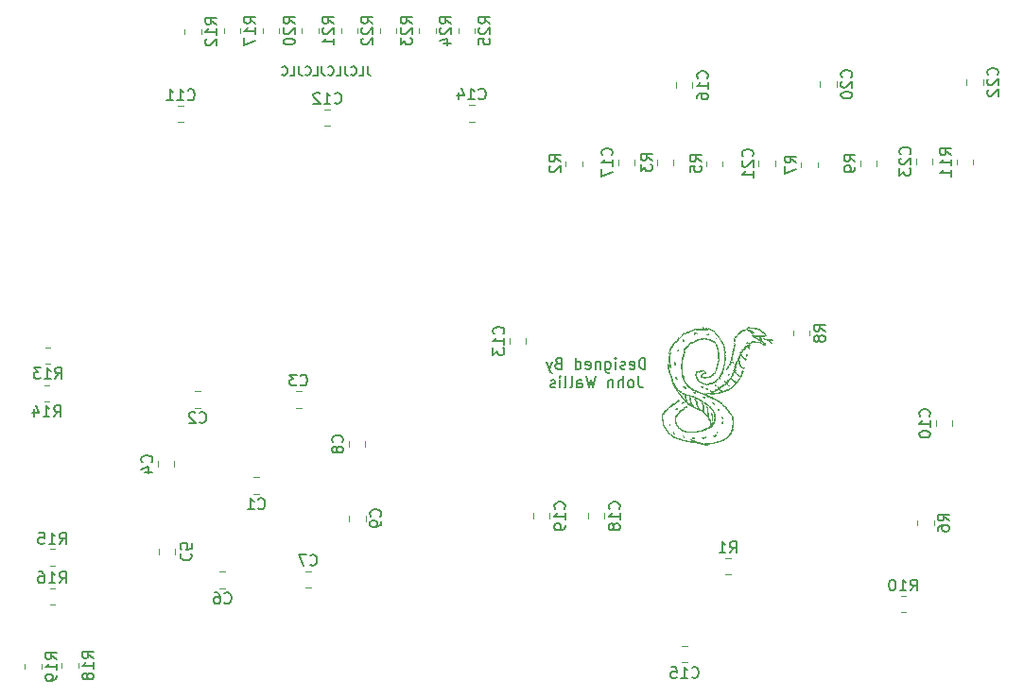
<source format=gbr>
%TF.GenerationSoftware,KiCad,Pcbnew,(5.1.10)-1*%
%TF.CreationDate,2022-03-07T13:38:47+08:00*%
%TF.ProjectId,MAX7000-GPU,4d415837-3030-4302-9d47-50552e6b6963,rev?*%
%TF.SameCoordinates,Original*%
%TF.FileFunction,Legend,Bot*%
%TF.FilePolarity,Positive*%
%FSLAX46Y46*%
G04 Gerber Fmt 4.6, Leading zero omitted, Abs format (unit mm)*
G04 Created by KiCad (PCBNEW (5.1.10)-1) date 2022-03-07 13:38:47*
%MOMM*%
%LPD*%
G01*
G04 APERTURE LIST*
%ADD10C,0.150000*%
%ADD11C,0.045000*%
%ADD12C,0.120000*%
G04 APERTURE END LIST*
D10*
X218045238Y-57586904D02*
X218045238Y-58158333D01*
X218083333Y-58272619D01*
X218159523Y-58348809D01*
X218273809Y-58386904D01*
X218350000Y-58386904D01*
X217283333Y-58386904D02*
X217664285Y-58386904D01*
X217664285Y-57586904D01*
X216559523Y-58310714D02*
X216597619Y-58348809D01*
X216711904Y-58386904D01*
X216788095Y-58386904D01*
X216902380Y-58348809D01*
X216978571Y-58272619D01*
X217016666Y-58196428D01*
X217054761Y-58044047D01*
X217054761Y-57929761D01*
X217016666Y-57777380D01*
X216978571Y-57701190D01*
X216902380Y-57625000D01*
X216788095Y-57586904D01*
X216711904Y-57586904D01*
X216597619Y-57625000D01*
X216559523Y-57663095D01*
X215988095Y-57586904D02*
X215988095Y-58158333D01*
X216026190Y-58272619D01*
X216102380Y-58348809D01*
X216216666Y-58386904D01*
X216292857Y-58386904D01*
X215226190Y-58386904D02*
X215607142Y-58386904D01*
X215607142Y-57586904D01*
X214502380Y-58310714D02*
X214540476Y-58348809D01*
X214654761Y-58386904D01*
X214730952Y-58386904D01*
X214845238Y-58348809D01*
X214921428Y-58272619D01*
X214959523Y-58196428D01*
X214997619Y-58044047D01*
X214997619Y-57929761D01*
X214959523Y-57777380D01*
X214921428Y-57701190D01*
X214845238Y-57625000D01*
X214730952Y-57586904D01*
X214654761Y-57586904D01*
X214540476Y-57625000D01*
X214502380Y-57663095D01*
X213930952Y-57586904D02*
X213930952Y-58158333D01*
X213969047Y-58272619D01*
X214045238Y-58348809D01*
X214159523Y-58386904D01*
X214235714Y-58386904D01*
X213169047Y-58386904D02*
X213550000Y-58386904D01*
X213550000Y-57586904D01*
X212445238Y-58310714D02*
X212483333Y-58348809D01*
X212597619Y-58386904D01*
X212673809Y-58386904D01*
X212788095Y-58348809D01*
X212864285Y-58272619D01*
X212902380Y-58196428D01*
X212940476Y-58044047D01*
X212940476Y-57929761D01*
X212902380Y-57777380D01*
X212864285Y-57701190D01*
X212788095Y-57625000D01*
X212673809Y-57586904D01*
X212597619Y-57586904D01*
X212483333Y-57625000D01*
X212445238Y-57663095D01*
X211873809Y-57586904D02*
X211873809Y-58158333D01*
X211911904Y-58272619D01*
X211988095Y-58348809D01*
X212102380Y-58386904D01*
X212178571Y-58386904D01*
X211111904Y-58386904D02*
X211492857Y-58386904D01*
X211492857Y-57586904D01*
X210388095Y-58310714D02*
X210426190Y-58348809D01*
X210540476Y-58386904D01*
X210616666Y-58386904D01*
X210730952Y-58348809D01*
X210807142Y-58272619D01*
X210845238Y-58196428D01*
X210883333Y-58044047D01*
X210883333Y-57929761D01*
X210845238Y-57777380D01*
X210807142Y-57701190D01*
X210730952Y-57625000D01*
X210616666Y-57586904D01*
X210540476Y-57586904D01*
X210426190Y-57625000D01*
X210388095Y-57663095D01*
X242905952Y-84727380D02*
X242905952Y-83727380D01*
X242667857Y-83727380D01*
X242525000Y-83775000D01*
X242429761Y-83870238D01*
X242382142Y-83965476D01*
X242334523Y-84155952D01*
X242334523Y-84298809D01*
X242382142Y-84489285D01*
X242429761Y-84584523D01*
X242525000Y-84679761D01*
X242667857Y-84727380D01*
X242905952Y-84727380D01*
X241525000Y-84679761D02*
X241620238Y-84727380D01*
X241810714Y-84727380D01*
X241905952Y-84679761D01*
X241953571Y-84584523D01*
X241953571Y-84203571D01*
X241905952Y-84108333D01*
X241810714Y-84060714D01*
X241620238Y-84060714D01*
X241525000Y-84108333D01*
X241477380Y-84203571D01*
X241477380Y-84298809D01*
X241953571Y-84394047D01*
X241096428Y-84679761D02*
X241001190Y-84727380D01*
X240810714Y-84727380D01*
X240715476Y-84679761D01*
X240667857Y-84584523D01*
X240667857Y-84536904D01*
X240715476Y-84441666D01*
X240810714Y-84394047D01*
X240953571Y-84394047D01*
X241048809Y-84346428D01*
X241096428Y-84251190D01*
X241096428Y-84203571D01*
X241048809Y-84108333D01*
X240953571Y-84060714D01*
X240810714Y-84060714D01*
X240715476Y-84108333D01*
X240239285Y-84727380D02*
X240239285Y-84060714D01*
X240239285Y-83727380D02*
X240286904Y-83775000D01*
X240239285Y-83822619D01*
X240191666Y-83775000D01*
X240239285Y-83727380D01*
X240239285Y-83822619D01*
X239334523Y-84060714D02*
X239334523Y-84870238D01*
X239382142Y-84965476D01*
X239429761Y-85013095D01*
X239525000Y-85060714D01*
X239667857Y-85060714D01*
X239763095Y-85013095D01*
X239334523Y-84679761D02*
X239429761Y-84727380D01*
X239620238Y-84727380D01*
X239715476Y-84679761D01*
X239763095Y-84632142D01*
X239810714Y-84536904D01*
X239810714Y-84251190D01*
X239763095Y-84155952D01*
X239715476Y-84108333D01*
X239620238Y-84060714D01*
X239429761Y-84060714D01*
X239334523Y-84108333D01*
X238858333Y-84060714D02*
X238858333Y-84727380D01*
X238858333Y-84155952D02*
X238810714Y-84108333D01*
X238715476Y-84060714D01*
X238572619Y-84060714D01*
X238477380Y-84108333D01*
X238429761Y-84203571D01*
X238429761Y-84727380D01*
X237572619Y-84679761D02*
X237667857Y-84727380D01*
X237858333Y-84727380D01*
X237953571Y-84679761D01*
X238001190Y-84584523D01*
X238001190Y-84203571D01*
X237953571Y-84108333D01*
X237858333Y-84060714D01*
X237667857Y-84060714D01*
X237572619Y-84108333D01*
X237525000Y-84203571D01*
X237525000Y-84298809D01*
X238001190Y-84394047D01*
X236667857Y-84727380D02*
X236667857Y-83727380D01*
X236667857Y-84679761D02*
X236763095Y-84727380D01*
X236953571Y-84727380D01*
X237048809Y-84679761D01*
X237096428Y-84632142D01*
X237144047Y-84536904D01*
X237144047Y-84251190D01*
X237096428Y-84155952D01*
X237048809Y-84108333D01*
X236953571Y-84060714D01*
X236763095Y-84060714D01*
X236667857Y-84108333D01*
X235096428Y-84203571D02*
X234953571Y-84251190D01*
X234905952Y-84298809D01*
X234858333Y-84394047D01*
X234858333Y-84536904D01*
X234905952Y-84632142D01*
X234953571Y-84679761D01*
X235048809Y-84727380D01*
X235429761Y-84727380D01*
X235429761Y-83727380D01*
X235096428Y-83727380D01*
X235001190Y-83775000D01*
X234953571Y-83822619D01*
X234905952Y-83917857D01*
X234905952Y-84013095D01*
X234953571Y-84108333D01*
X235001190Y-84155952D01*
X235096428Y-84203571D01*
X235429761Y-84203571D01*
X234525000Y-84060714D02*
X234286904Y-84727380D01*
X234048809Y-84060714D02*
X234286904Y-84727380D01*
X234382142Y-84965476D01*
X234429761Y-85013095D01*
X234525000Y-85060714D01*
X242310714Y-85377380D02*
X242310714Y-86091666D01*
X242358333Y-86234523D01*
X242453571Y-86329761D01*
X242596428Y-86377380D01*
X242691666Y-86377380D01*
X241691666Y-86377380D02*
X241786904Y-86329761D01*
X241834523Y-86282142D01*
X241882142Y-86186904D01*
X241882142Y-85901190D01*
X241834523Y-85805952D01*
X241786904Y-85758333D01*
X241691666Y-85710714D01*
X241548809Y-85710714D01*
X241453571Y-85758333D01*
X241405952Y-85805952D01*
X241358333Y-85901190D01*
X241358333Y-86186904D01*
X241405952Y-86282142D01*
X241453571Y-86329761D01*
X241548809Y-86377380D01*
X241691666Y-86377380D01*
X240929761Y-86377380D02*
X240929761Y-85377380D01*
X240501190Y-86377380D02*
X240501190Y-85853571D01*
X240548809Y-85758333D01*
X240644047Y-85710714D01*
X240786904Y-85710714D01*
X240882142Y-85758333D01*
X240929761Y-85805952D01*
X240025000Y-85710714D02*
X240025000Y-86377380D01*
X240025000Y-85805952D02*
X239977380Y-85758333D01*
X239882142Y-85710714D01*
X239739285Y-85710714D01*
X239644047Y-85758333D01*
X239596428Y-85853571D01*
X239596428Y-86377380D01*
X238453571Y-85377380D02*
X238215476Y-86377380D01*
X238025000Y-85663095D01*
X237834523Y-86377380D01*
X237596428Y-85377380D01*
X236786904Y-86377380D02*
X236786904Y-85853571D01*
X236834523Y-85758333D01*
X236929761Y-85710714D01*
X237120238Y-85710714D01*
X237215476Y-85758333D01*
X236786904Y-86329761D02*
X236882142Y-86377380D01*
X237120238Y-86377380D01*
X237215476Y-86329761D01*
X237263095Y-86234523D01*
X237263095Y-86139285D01*
X237215476Y-86044047D01*
X237120238Y-85996428D01*
X236882142Y-85996428D01*
X236786904Y-85948809D01*
X236167857Y-86377380D02*
X236263095Y-86329761D01*
X236310714Y-86234523D01*
X236310714Y-85377380D01*
X235644047Y-86377380D02*
X235739285Y-86329761D01*
X235786904Y-86234523D01*
X235786904Y-85377380D01*
X235263095Y-86377380D02*
X235263095Y-85710714D01*
X235263095Y-85377380D02*
X235310714Y-85425000D01*
X235263095Y-85472619D01*
X235215476Y-85425000D01*
X235263095Y-85377380D01*
X235263095Y-85472619D01*
X234834523Y-86329761D02*
X234739285Y-86377380D01*
X234548809Y-86377380D01*
X234453571Y-86329761D01*
X234405952Y-86234523D01*
X234405952Y-86186904D01*
X234453571Y-86091666D01*
X234548809Y-86044047D01*
X234691666Y-86044047D01*
X234786904Y-85996428D01*
X234834523Y-85901190D01*
X234834523Y-85853571D01*
X234786904Y-85758333D01*
X234691666Y-85710714D01*
X234548809Y-85710714D01*
X234453571Y-85758333D01*
D11*
X249414739Y-86409339D02*
G75*
G03*
X249409468Y-86399791I-82474J-39296D01*
G01*
X249447207Y-86323982D02*
G75*
G03*
X249426548Y-86331326I0J-32731D01*
G01*
X249426549Y-86331326D02*
G75*
G03*
X249410288Y-86351649I38873J-47770D01*
G01*
X249410287Y-86351649D02*
G75*
G03*
X249403567Y-86377418I58056J-28901D01*
G01*
X249403567Y-86377418D02*
G75*
G03*
X249409468Y-86399791I38334J-1854D01*
G01*
X249709012Y-86758407D02*
G75*
G03*
X249716681Y-86756661I-5087J40053D01*
G01*
X249519884Y-86809540D02*
X249568671Y-86794678D01*
X248880314Y-86798323D02*
G75*
G03*
X248934516Y-86774993I-51614J194544D01*
G01*
X249454349Y-86491493D02*
X249429840Y-86506961D01*
X249568671Y-86794678D02*
X249611580Y-86781009D01*
X248653816Y-86883724D02*
X248708698Y-86895973D01*
X249222336Y-86867784D02*
X249302212Y-86855161D01*
X248601597Y-86873380D02*
X248653816Y-86883724D01*
X248825877Y-86802400D02*
G75*
G03*
X248880314Y-86798323I16299J147827D01*
G01*
X249328634Y-86578269D02*
G75*
G03*
X249369590Y-86550187I-229723J378932D01*
G01*
X249611580Y-86781009D02*
X249651578Y-86769468D01*
X249014693Y-86733704D02*
X248963120Y-86759013D01*
X249137350Y-86677765D02*
X249075148Y-86705439D01*
X249651578Y-86769468D02*
X249685275Y-86760753D01*
X249461892Y-86824688D02*
X249519884Y-86809540D01*
X249356151Y-86846712D02*
X249404114Y-86837893D01*
X249302212Y-86855161D02*
X249356151Y-86846712D01*
X249716461Y-86733507D02*
X249598920Y-86614548D01*
X249721994Y-86754116D02*
G75*
G03*
X249723651Y-86751080I-1953J3036D01*
G01*
X248746817Y-86677056D02*
G75*
G03*
X248741251Y-86678018I-2294J-3311D01*
G01*
X248736381Y-86700120D02*
G75*
G03*
X248739074Y-86717797I152690J14216D01*
G01*
X248739074Y-86717798D02*
G75*
G03*
X248744289Y-86736964I173175J36822D01*
G01*
X249328634Y-86578270D02*
X249268644Y-86612910D01*
X249716680Y-86756661D02*
G75*
G03*
X249721994Y-86754117I-7457J22396D01*
G01*
X248780526Y-86786958D02*
G75*
G03*
X248825878Y-86802400I57469J94463D01*
G01*
X249201708Y-86647868D02*
X249137350Y-86677765D01*
X249268644Y-86612910D02*
X249201708Y-86647868D01*
X249429840Y-86506961D02*
X249401027Y-86526740D01*
X248557345Y-86865734D02*
X248601597Y-86873380D01*
X249419229Y-86420089D02*
G75*
G03*
X249414739Y-86409339I-111738J-40350D01*
G01*
X248754698Y-86685499D02*
G75*
G03*
X248746816Y-86677056I-23370J-13917D01*
G01*
X248737136Y-86687313D02*
G75*
G03*
X248736381Y-86700120I41495J-8874D01*
G01*
X249699921Y-86758982D02*
G75*
G03*
X249685275Y-86760753I0J-61461D01*
G01*
X248963119Y-86759012D02*
G75*
G03*
X248934516Y-86774993I166845J-332223D01*
G01*
X249133512Y-86881882D02*
X249222336Y-86867784D01*
X249404114Y-86837893D02*
X249461892Y-86824688D01*
X249480711Y-86496176D02*
G75*
G03*
X249463294Y-86488982I-17417J-17486D01*
G01*
X249463293Y-86488982D02*
G75*
G03*
X249454349Y-86491493I1J-17186D01*
G01*
X249422375Y-86430403D02*
G75*
G03*
X249419228Y-86420089I-103806J-26036D01*
G01*
X249423422Y-86438430D02*
G75*
G03*
X249422375Y-86430403I-34940J-474D01*
G01*
X249410365Y-86465593D02*
G75*
G03*
X249423422Y-86438430I-20771J26704D01*
G01*
X249075148Y-86705439D02*
X249014693Y-86733704D01*
X249110398Y-86646537D02*
X249156349Y-86625790D01*
X249048055Y-86895506D02*
X249133512Y-86881882D01*
X248873559Y-86757864D02*
X248950912Y-86722886D01*
X248751489Y-86754814D02*
G75*
G03*
X248780526Y-86786958I68460J32655D01*
G01*
X249401027Y-86526740D02*
X249369590Y-86550187D01*
X248844958Y-86927963D02*
X249048055Y-86895506D01*
X249598920Y-86614548D02*
X249480711Y-86496177D01*
X248741251Y-86678018D02*
G75*
G03*
X248737137Y-86687314I20188J-14492D01*
G01*
X249330413Y-86524675D02*
X249410364Y-86465593D01*
X248708698Y-86895973D02*
X248844958Y-86927963D01*
X249156348Y-86625790D02*
G75*
G03*
X249240220Y-86582750I-326874J740218D01*
G01*
X249240220Y-86582750D02*
X249330413Y-86524675D01*
X249054670Y-86672564D02*
X249110398Y-86646537D01*
X248797262Y-86749460D02*
G75*
G03*
X248829295Y-86764671I35948J34371D01*
G01*
X249723651Y-86751080D02*
G75*
G03*
X249716461Y-86733507I-25070J0D01*
G01*
X249699921Y-86758983D02*
G75*
G03*
X249709012Y-86758408I0J72150D01*
G01*
X248998478Y-86699437D02*
X249054670Y-86672564D01*
X248950912Y-86722886D02*
X248998478Y-86699437D01*
X248829295Y-86764671D02*
G75*
G03*
X248873559Y-86757864I7685J97346D01*
G01*
X248767601Y-86708415D02*
G75*
G03*
X248797261Y-86749461I163407J86838D01*
G01*
X248754699Y-86685499D02*
X248767601Y-86708415D01*
X248744289Y-86736964D02*
G75*
G03*
X248751489Y-86754814I148161J49388D01*
G01*
X250404683Y-86504514D02*
X250360016Y-86530664D01*
X251360460Y-85490535D02*
X251323478Y-85558978D01*
X249833068Y-86739961D02*
X249799120Y-86755489D01*
X249993651Y-86696499D02*
X249940444Y-86700474D01*
X250360016Y-86530664D02*
X250328449Y-86550960D01*
X251060293Y-85941482D02*
X251033633Y-85970837D01*
X250757073Y-86295960D02*
G75*
G03*
X250845915Y-86209268I-473775J574392D01*
G01*
X251134027Y-85860172D02*
X251060293Y-85941482D01*
X249716151Y-86785173D02*
X249671008Y-86798787D01*
X249871284Y-86715799D02*
G75*
G03*
X249851151Y-86727973I25451J-64825D01*
G01*
X250328449Y-86550960D02*
X250303729Y-86567443D01*
X249476288Y-86858813D02*
X249392348Y-86878116D01*
X249543651Y-86839050D02*
X249476288Y-86858813D01*
X250303729Y-86567443D02*
X250281347Y-86581345D01*
X250453681Y-86477346D02*
X250404683Y-86504514D01*
X250650265Y-86371014D02*
X250499918Y-86453263D01*
X250650265Y-86371015D02*
G75*
G03*
X250757073Y-86295960I-431990J728278D01*
G01*
X250133996Y-86668731D02*
G75*
G03*
X250176354Y-86642490I-241003J436338D01*
G01*
X250228753Y-86608232D02*
X250203949Y-86623904D01*
X248557345Y-86865733D02*
G75*
G03*
X248535444Y-86863982I-21901J-136067D01*
G01*
X248535444Y-86863983D02*
G75*
G03*
X248488255Y-86869123I0J-219184D01*
G01*
X248275536Y-86921024D02*
G75*
G03*
X248254867Y-86933221I11064J-42359D01*
G01*
X249833068Y-86739960D02*
G75*
G03*
X249851151Y-86727973I-37469J76153D01*
G01*
X250249885Y-86595671D02*
X250228753Y-86608232D01*
X248451532Y-86909094D02*
X248375424Y-86924427D01*
X248780722Y-86943893D02*
X248679360Y-86923563D01*
X249622167Y-86813881D02*
X249576834Y-86828191D01*
X249940444Y-86700474D02*
G75*
G03*
X249900675Y-86706845I34460J-342443D01*
G01*
X251194069Y-85783594D02*
X251134027Y-85860172D01*
X251398824Y-85421816D02*
X251360460Y-85490535D01*
X249576834Y-86828191D02*
X249543651Y-86839050D01*
X250281347Y-86581345D02*
X250262324Y-86592363D01*
X250499918Y-86453263D02*
X250453681Y-86477346D01*
X251294196Y-85615758D02*
X251245765Y-85704516D01*
X250845915Y-86209267D02*
G75*
G03*
X250938530Y-86091482I-1183351J1025778D01*
G01*
X251194068Y-85783594D02*
G75*
G03*
X251245765Y-85704516I-876890J629696D01*
G01*
X250057610Y-86691615D02*
G75*
G03*
X250098747Y-86683469I-23610J227175D01*
G01*
X250057610Y-86691615D02*
X249993651Y-86696499D01*
X248384083Y-86893455D02*
X248488255Y-86869123D01*
X249206151Y-86909250D02*
X248943280Y-86941953D01*
X249671008Y-86798787D02*
X249622167Y-86813881D01*
X248275535Y-86921024D02*
X248384083Y-86893455D01*
X248504076Y-86900033D02*
G75*
G03*
X248451532Y-86909094I69834J-561797D01*
G01*
X250967265Y-86052638D02*
X250938530Y-86091482D01*
X248254866Y-86933220D02*
G75*
G03*
X248257841Y-86939520I2708J-2574D01*
G01*
X248308603Y-86934588D02*
X248257841Y-86939520D01*
X249900675Y-86706844D02*
G75*
G03*
X249871285Y-86715799I42323J-191618D01*
G01*
X251000716Y-86010295D02*
X250967265Y-86052638D01*
X250098747Y-86683469D02*
G75*
G03*
X250133996Y-86668731I-49962J169012D01*
G01*
X248375424Y-86924427D02*
X248308603Y-86934588D01*
X248546269Y-86898760D02*
G75*
G03*
X248504076Y-86900032I-14321J-225493D01*
G01*
X251033633Y-85970837D02*
X251000716Y-86010295D01*
X248595805Y-86905319D02*
G75*
G03*
X248546269Y-86898761I-72775J-359342D01*
G01*
X248679360Y-86923563D02*
X248595805Y-86905319D01*
X248780722Y-86943893D02*
G75*
G03*
X248851106Y-86948778I60435J361264D01*
G01*
X248851106Y-86948777D02*
G75*
G03*
X248943280Y-86941953I-26860J988649D01*
G01*
X250203949Y-86623904D02*
X250176354Y-86642490D01*
X250256152Y-86593983D02*
G75*
G03*
X250262324Y-86592363I-1J12572D01*
G01*
X249799120Y-86755489D02*
X249758550Y-86771311D01*
X249299917Y-86895442D02*
X249206151Y-86909250D01*
X251323478Y-85558978D02*
X251294196Y-85615758D01*
X249392348Y-86878116D02*
X249299917Y-86895442D01*
X249758550Y-86771311D02*
X249716151Y-86785173D01*
X250256151Y-86593982D02*
G75*
G03*
X250249885Y-86595671I1J-12473D01*
G01*
X250511867Y-85517067D02*
X250523856Y-85492878D01*
X250497004Y-85542399D02*
G75*
G03*
X250511867Y-85517067I-128295J92301D01*
G01*
X250472997Y-85573043D02*
X250497004Y-85542399D01*
X250143651Y-85984860D02*
G75*
G03*
X250141319Y-85975814I-18710J0D01*
G01*
X249785621Y-86210469D02*
X249819471Y-86185638D01*
X249557058Y-86379080D02*
G75*
G03*
X249613092Y-86333834I-410848J566131D01*
G01*
X250126222Y-85924804D02*
G75*
G03*
X250155264Y-85939611I42923J48299D01*
G01*
X250095552Y-85891583D02*
X250112023Y-85910749D01*
X250046912Y-85825498D02*
G75*
G03*
X250041528Y-85823413I-5403J-5958D01*
G01*
X250043652Y-85852019D02*
G75*
G03*
X250059260Y-85882830I183757J73725D01*
G01*
X250444690Y-85603704D02*
X250472997Y-85573043D01*
X250112023Y-85910748D02*
G75*
G03*
X250126222Y-85924803I137800J125022D01*
G01*
X250066560Y-85851482D02*
X250079526Y-85870781D01*
X250059260Y-85882830D02*
G75*
G03*
X250081901Y-85913322I195706J121668D01*
G01*
X250081901Y-85913322D02*
G75*
G03*
X250108534Y-85938536I150661J132462D01*
G01*
X249457279Y-86325414D02*
G75*
G03*
X249447207Y-86323982I-10072J-34693D01*
G01*
X249453088Y-86398071D02*
G75*
G03*
X249475276Y-86410988I23202J14340D01*
G01*
X249613092Y-86333834D02*
X249644410Y-86307043D01*
X249450603Y-86362873D02*
G75*
G03*
X249448624Y-86376017I61966J-16051D01*
G01*
X249935125Y-86103563D02*
X249986786Y-86074569D01*
X249886968Y-86133900D02*
X249935125Y-86103563D01*
X249754288Y-86231790D02*
X249785621Y-86210469D01*
X250416057Y-85629568D02*
G75*
G03*
X250444690Y-85603704I-240950J295529D01*
G01*
X249678094Y-86280695D02*
X249709326Y-86258295D01*
X250349736Y-85686657D02*
X250416057Y-85629567D01*
X250055848Y-85835480D02*
G75*
G03*
X250046912Y-85825499I-52345J-37875D01*
G01*
X250305607Y-85732538D02*
G75*
G03*
X250272439Y-85779106I275216J-231120D01*
G01*
X249731783Y-86244893D02*
G75*
G03*
X249709326Y-86258295I94579J-183997D01*
G01*
X250041528Y-85823414D02*
G75*
G03*
X250038708Y-85826219I-7J-2813D01*
G01*
X249819471Y-86185638D02*
X249850985Y-86160642D01*
X249510355Y-86404883D02*
G75*
G03*
X249557058Y-86379079I-81013J201791D01*
G01*
X250076081Y-86031900D02*
X250111472Y-86012210D01*
X250349735Y-85686657D02*
G75*
G03*
X250305607Y-85732538I317747J-349775D01*
G01*
X250079526Y-85870781D02*
X250095552Y-85891583D01*
X249731782Y-86244893D02*
G75*
G03*
X249754288Y-86231790I-113547J220898D01*
G01*
X250034104Y-86051704D02*
X250076081Y-86031900D01*
X249461717Y-86329828D02*
G75*
G03*
X249457278Y-86325415I-6258J-1855D01*
G01*
X250111472Y-86012210D02*
X250138674Y-85994418D01*
X250141320Y-85975814D02*
G75*
G03*
X250133336Y-85963539I-89075J-49198D01*
G01*
X250523856Y-85492878D02*
X250538424Y-85466115D01*
X249644410Y-86307043D02*
X249678094Y-86280695D01*
X250207968Y-85903273D02*
X250241790Y-85837083D01*
X249449423Y-86388442D02*
G75*
G03*
X249453088Y-86398071I26882J4720D01*
G01*
X250181306Y-85933886D02*
G75*
G03*
X250207968Y-85903273I-60277J79414D01*
G01*
X250155263Y-85939611D02*
G75*
G03*
X250181306Y-85933886I6828J31040D01*
G01*
X249455226Y-86351041D02*
G75*
G03*
X249450604Y-86362873I47182J-25251D01*
G01*
X250055848Y-85835480D02*
X250066560Y-85851482D01*
X250133336Y-85963539D02*
G75*
G03*
X250121974Y-85950486I-102113J-77410D01*
G01*
X249475275Y-86410988D02*
G75*
G03*
X249510355Y-86404884I3185J85551D01*
G01*
X249986786Y-86074569D02*
X250034104Y-86051704D01*
X249461392Y-86337643D02*
G75*
G03*
X249461717Y-86329829I-11256J4382D01*
G01*
X250591785Y-85369845D02*
G75*
G03*
X250593651Y-85357980I-36792J11865D01*
G01*
X250585458Y-85386535D02*
G75*
G03*
X250591786Y-85369845I-162215J71040D01*
G01*
X250121974Y-85950486D02*
G75*
G03*
X250108534Y-85938536I-105794J-105459D01*
G01*
X250576436Y-85404671D02*
G75*
G03*
X250585459Y-85386535I-180821J101276D01*
G01*
X249455226Y-86351041D02*
G75*
G03*
X249461392Y-86337642I-108275J57947D01*
G01*
X250565761Y-85421668D02*
G75*
G03*
X250576436Y-85404671I-163626J114622D01*
G01*
X250553218Y-85440872D02*
X250565761Y-85421667D01*
X250038707Y-85826219D02*
G75*
G03*
X250043652Y-85852019I68765J-195D01*
G01*
X250538424Y-85466115D02*
X250553218Y-85440872D01*
X249448625Y-86376018D02*
G75*
G03*
X249449423Y-86388442I56845J-2583D01*
G01*
X250272439Y-85779106D02*
G75*
G03*
X250241790Y-85837083I531266J-317934D01*
G01*
X250138674Y-85994418D02*
G75*
G03*
X250143651Y-85984860I-6688J9558D01*
G01*
X249886968Y-86133900D02*
G75*
G03*
X249850985Y-86160642I241539J-362581D01*
G01*
X251726653Y-83816650D02*
G75*
G03*
X251788239Y-83858478I165925J178050D01*
G01*
X251511882Y-83560002D02*
G75*
G03*
X251557219Y-83633211I339351J159514D01*
G01*
X251639117Y-83728832D02*
X251557219Y-83633211D01*
X251487275Y-83493263D02*
G75*
G03*
X251511881Y-83560002I398583J109051D01*
G01*
X251726652Y-83816650D02*
X251639117Y-83728832D01*
X251871436Y-83793016D02*
G75*
G03*
X251866125Y-83795766I-636J-5276D01*
G01*
X251572583Y-83572871D02*
G75*
G03*
X251626547Y-83653600I536092J299957D01*
G01*
X250740461Y-83180280D02*
G75*
G03*
X250738925Y-83170125I-49021J-2219D01*
G01*
X250688527Y-83427944D02*
G75*
G03*
X250691625Y-83431139I3504J298D01*
G01*
X250713925Y-83366474D02*
X250708168Y-83393264D01*
X250736495Y-83168192D02*
G75*
G03*
X250733812Y-83169947I-78J-2809D01*
G01*
X250769904Y-83055186D02*
G75*
G03*
X250767412Y-83056466I-450J-2190D01*
G01*
X250747976Y-83103526D02*
X250758651Y-83076482D01*
X250764337Y-83115599D02*
G75*
G03*
X250768936Y-83105281I-49250J28140D01*
G01*
X245883652Y-83051046D02*
G75*
G03*
X245881580Y-83046010I-7157J0D01*
G01*
X251911207Y-83860196D02*
G75*
G03*
X251908372Y-83840453I-30140J5748D01*
G01*
X250758651Y-83076482D02*
X250767412Y-83056466D01*
X250745345Y-83118577D02*
G75*
G03*
X250749648Y-83123448I4909J0D01*
G01*
X245881581Y-83046010D02*
G75*
G03*
X245875941Y-83042433I-10633J-10529D01*
G01*
X250708168Y-83393264D02*
X250701849Y-83416047D01*
X251626547Y-83653600D02*
G75*
G03*
X251698805Y-83735254I763676J602996D01*
G01*
X250718183Y-83338983D02*
G75*
G03*
X250720970Y-83296849I-353480J44541D01*
G01*
X245875940Y-83042434D02*
G75*
G03*
X245867450Y-83040900I-8953J-25298D01*
G01*
X250692209Y-83383982D02*
X250702552Y-83325602D01*
X251908371Y-83840453D02*
G75*
G03*
X251891087Y-83812930I-166210J-85193D01*
G01*
X251866125Y-83795766D02*
G75*
G03*
X251859959Y-83809180I100817J-54467D01*
G01*
X250731436Y-83178916D02*
G75*
G03*
X250730568Y-83190782I97255J-13078D01*
G01*
X251877967Y-83796537D02*
G75*
G03*
X251871435Y-83793017I-7745J-6551D01*
G01*
X251764730Y-83797500D02*
G75*
G03*
X251809588Y-83826671I121278J137421D01*
G01*
X251839642Y-83828435D02*
G75*
G03*
X251859959Y-83809180I-9987J30884D01*
G01*
X250758652Y-83121482D02*
G75*
G03*
X250764336Y-83115599I-8725J14116D01*
G01*
X251809588Y-83826671D02*
G75*
G03*
X251839642Y-83828436I17293J37698D01*
G01*
X251534125Y-83488255D02*
G75*
G03*
X251572583Y-83572871I524540J187358D01*
G01*
X250738926Y-83170125D02*
G75*
G03*
X250736495Y-83168192I-2503J-652D01*
G01*
X250735902Y-83220732D02*
G75*
G03*
X250738304Y-83220469I1130J778D01*
G01*
X250731159Y-83203433D02*
G75*
G03*
X250733257Y-83214947I78038J8275D01*
G01*
X250768936Y-83105281D02*
G75*
G03*
X250771891Y-83092607I-68315J22610D01*
G01*
X250730567Y-83190782D02*
G75*
G03*
X250731158Y-83203433I107386J-1327D01*
G01*
X250733257Y-83214947D02*
G75*
G03*
X250735902Y-83220732I17787J4635D01*
G01*
X250733812Y-83169947D02*
G75*
G03*
X250731435Y-83178916I34388J-13913D01*
G01*
X250696033Y-83428983D02*
G75*
G03*
X250701849Y-83416047I-49565J30058D01*
G01*
X251876152Y-83891254D02*
G75*
G03*
X251901261Y-83876248I-54678J120005D01*
G01*
X250747976Y-83103526D02*
G75*
G03*
X250745345Y-83118577I41738J-15051D01*
G01*
X251838652Y-83895370D02*
G75*
G03*
X251835824Y-83888972I-8651J0D01*
G01*
X251807549Y-83868587D02*
X251788239Y-83858478D01*
X251698805Y-83735254D02*
X251764730Y-83797500D01*
X251835824Y-83888972D02*
G75*
G03*
X251823843Y-83879183I-97707J-107356D01*
G01*
X250720971Y-83296849D02*
G75*
G03*
X250714233Y-83295020I-3611J24D01*
G01*
X250688691Y-83411987D02*
X250692209Y-83383982D01*
X250691625Y-83431139D02*
G75*
G03*
X250696033Y-83428982I524J4512D01*
G01*
X250740727Y-83196482D02*
X250740118Y-83212506D01*
X251901261Y-83876248D02*
G75*
G03*
X251911207Y-83860196I-15950J20990D01*
G01*
X251508446Y-83395039D02*
G75*
G03*
X251534125Y-83488256I639343J125976D01*
G01*
X250749648Y-83123448D02*
G75*
G03*
X250758651Y-83121482I1711J13764D01*
G01*
X250771747Y-83057345D02*
X250772597Y-83079347D01*
X250771747Y-83057345D02*
G75*
G03*
X250769904Y-83055186I-2308J-104D01*
G01*
X251823843Y-83879183D02*
G75*
G03*
X251807549Y-83868587I-104126J-142289D01*
G01*
X250740461Y-83180281D02*
X250740727Y-83196482D01*
X245867450Y-83040899D02*
G75*
G03*
X245857401Y-83041755I-853J-49397D01*
G01*
X251838652Y-83895369D02*
G75*
G03*
X251841527Y-83899007I3738J-1D01*
G01*
X250688691Y-83411987D02*
G75*
G03*
X250688526Y-83427944I83537J-8844D01*
G01*
X250718183Y-83338982D02*
X250713925Y-83366474D01*
X251841527Y-83899008D02*
G75*
G03*
X251849667Y-83899511I5526J23307D01*
G01*
X250771891Y-83092607D02*
G75*
G03*
X250772597Y-83079347I-77187J10761D01*
G01*
X251849668Y-83899511D02*
G75*
G03*
X251861765Y-83896883I-6473J58959D01*
G01*
X250714233Y-83295020D02*
G75*
G03*
X250702552Y-83325602I89739J-51797D01*
G01*
X250738304Y-83220469D02*
G75*
G03*
X250740118Y-83212506I-23702J9589D01*
G01*
X251861764Y-83896882D02*
G75*
G03*
X251876151Y-83891253I-44362J134571D01*
G01*
X251877966Y-83796537D02*
X251891087Y-83812930D01*
X251883651Y-82701631D02*
G75*
G03*
X251842127Y-82715578I34740J-172221D01*
G01*
X251775371Y-82812226D02*
G75*
G03*
X251791745Y-82805650I-8419J44637D01*
G01*
X250775560Y-83030796D02*
G75*
G03*
X250777715Y-83034861I5348J231D01*
G01*
X252083747Y-82629078D02*
G75*
G03*
X252072916Y-82622073I-21745J-21745D01*
G01*
X251766963Y-82808066D02*
G75*
G03*
X251775372Y-82812226I6964J3499D01*
G01*
X250788651Y-83016482D02*
X250780736Y-83034101D01*
X251825811Y-82828625D02*
X251869102Y-82783922D01*
X250815461Y-82880280D02*
G75*
G03*
X250813925Y-82870125I-49021J-2219D01*
G01*
X245842491Y-83142365D02*
G75*
G03*
X245845897Y-83138079I-5159J7596D01*
G01*
X250810902Y-82920732D02*
G75*
G03*
X250813304Y-82920469I1130J778D01*
G01*
X251763652Y-82794097D02*
G75*
G03*
X251766963Y-82808065I31116J0D01*
G01*
X250811495Y-82868192D02*
G75*
G03*
X250808812Y-82869947I-78J-2809D01*
G01*
X250806436Y-82878916D02*
G75*
G03*
X250805568Y-82890782I97255J-13078D01*
G01*
X251772857Y-82768588D02*
G75*
G03*
X251763651Y-82794097I30739J-25509D01*
G01*
X251825950Y-82782346D02*
X251791745Y-82805650D01*
X251877648Y-82761933D02*
G75*
G03*
X251867508Y-82755980I-6806J20D01*
G01*
X251869102Y-82783921D02*
G75*
G03*
X251877647Y-82761933I-24271J22086D01*
G01*
X251970989Y-82669584D02*
X251998823Y-82655012D01*
X251908215Y-82695036D02*
X251939139Y-82683568D01*
X245824073Y-83131816D02*
G75*
G03*
X245837230Y-83143982I13157J1031D01*
G01*
X250793664Y-83003557D02*
X250788651Y-83016482D01*
X245852180Y-83093405D02*
G75*
G03*
X245846361Y-83104041I39100J-28302D01*
G01*
X250808257Y-82914947D02*
G75*
G03*
X250810902Y-82920732I17787J4635D01*
G01*
X251883651Y-82701632D02*
G75*
G03*
X251908215Y-82695036I-39769J197154D01*
G01*
X250794282Y-82954486D02*
G75*
G03*
X250788651Y-82956482I1801J-14021D01*
G01*
X250801310Y-82976454D02*
G75*
G03*
X250802597Y-82966847I-59644J12878D01*
G01*
X250806159Y-82903433D02*
G75*
G03*
X250808257Y-82914947I78038J8275D01*
G01*
X250805567Y-82890782D02*
G75*
G03*
X250806158Y-82903433I107386J-1327D01*
G01*
X250815727Y-82896482D02*
X250815118Y-82912506D01*
X245843772Y-83114770D02*
G75*
G03*
X245844998Y-83123886I19847J-1970D01*
G01*
X245846362Y-83104041D02*
G75*
G03*
X245843772Y-83114770I37368J-14696D01*
G01*
X245860468Y-83084549D02*
G75*
G03*
X245869340Y-83076134I-58973J71059D01*
G01*
X251802424Y-82740071D02*
G75*
G03*
X251772857Y-82768588I113387J-147150D01*
G01*
X245882075Y-83057845D02*
G75*
G03*
X245883651Y-83051046I-13882J6799D01*
G01*
X250813926Y-82870125D02*
G75*
G03*
X250811495Y-82868192I-2503J-652D01*
G01*
X251867508Y-82755980D02*
G75*
G03*
X251825950Y-82782346I225780J-401809D01*
G01*
X252061938Y-82621708D02*
G75*
G03*
X252044923Y-82628942I25615J-83880D01*
G01*
X252072916Y-82622073D02*
G75*
G03*
X252061938Y-82621708I-6022J-15864D01*
G01*
X245860469Y-83084549D02*
G75*
G03*
X245852181Y-83093405I30878J-37206D01*
G01*
X245869341Y-83076134D02*
G75*
G03*
X245876842Y-83066771I-62901J58078D01*
G01*
X250777716Y-83034861D02*
G75*
G03*
X250780736Y-83034101I1199J1614D01*
G01*
X250808812Y-82869947D02*
G75*
G03*
X250806435Y-82878916I34388J-13913D01*
G01*
X250775560Y-83030796D02*
X250774706Y-83006118D01*
X245857401Y-83041756D02*
G75*
G03*
X245838683Y-83056392I4822J-25453D01*
G01*
X245838683Y-83056391D02*
G75*
G03*
X245826228Y-83094904I156239J-71800D01*
G01*
X250798934Y-82955703D02*
G75*
G03*
X250794282Y-82954487I-3833J-5159D01*
G01*
X245826228Y-83094904D02*
G75*
G03*
X245824073Y-83131816I133293J-26301D01*
G01*
X250813304Y-82920469D02*
G75*
G03*
X250815118Y-82912506I-23702J9589D01*
G01*
X251998823Y-82655012D02*
X252044923Y-82628942D01*
X245837230Y-83143983D02*
G75*
G03*
X245842491Y-83142365I0J9365D01*
G01*
X250815461Y-82880281D02*
X250815727Y-82896482D01*
X250801310Y-82976455D02*
X250798066Y-82989527D01*
X245845898Y-83138078D02*
G75*
G03*
X245846798Y-83131572I-13366J5165D01*
G01*
X250801881Y-82960033D02*
G75*
G03*
X250798936Y-82955703I-7706J-2075D01*
G01*
X250778367Y-82974887D02*
G75*
G03*
X250775408Y-82989987I92251J-25919D01*
G01*
X250798066Y-82989527D02*
X250793664Y-83003557D01*
X251939139Y-82683568D02*
X251970989Y-82669584D01*
X251842128Y-82715579D02*
G75*
G03*
X251802425Y-82740072I97762J-202892D01*
G01*
X245846798Y-83131573D02*
G75*
G03*
X245844998Y-83123886I-28910J-2716D01*
G01*
X245876842Y-83066771D02*
G75*
G03*
X245882076Y-83057845I-56830J39323D01*
G01*
X250802598Y-82966847D02*
G75*
G03*
X250801881Y-82960032I-21692J1164D01*
G01*
X250788651Y-82956483D02*
G75*
G03*
X250782949Y-82962803I8009J-12958D01*
G01*
X250782949Y-82962803D02*
G75*
G03*
X250778367Y-82974887I65806J-31860D01*
G01*
X250775408Y-82989987D02*
G75*
G03*
X250774706Y-83006118I115295J-13101D01*
G01*
X250948476Y-84348238D02*
X250955272Y-84311127D01*
X250931708Y-84415015D02*
X250940207Y-84384315D01*
X250913341Y-84473916D02*
X250918458Y-84448339D01*
X250817367Y-84845387D02*
X250827252Y-84811046D01*
X250700399Y-85088456D02*
X250713282Y-85063663D01*
X250596149Y-85343184D02*
G75*
G03*
X250593651Y-85357980I42569J-14796D01*
G01*
X251444822Y-83213685D02*
X251514474Y-83114710D01*
X251740026Y-82922761D02*
X251760117Y-82909118D01*
X251801998Y-82852700D02*
X251825811Y-82828625D01*
X250963746Y-84271151D02*
G75*
G03*
X250955272Y-84311127I401593J-106016D01*
G01*
X251781911Y-82875124D02*
X251801998Y-82852700D01*
X251143557Y-83902968D02*
X251171232Y-83855123D01*
X251028781Y-84115482D02*
X251056650Y-84064360D01*
X251009159Y-84150695D02*
X251028781Y-84115482D01*
X251714043Y-82937998D02*
X251740026Y-82922761D01*
X251087097Y-84007871D02*
X251115788Y-83953982D01*
X250683230Y-85136937D02*
X250697133Y-85103466D01*
X250713282Y-85063663D02*
X250729376Y-85034497D01*
X250626045Y-85265723D02*
X250646151Y-85220450D01*
X250872559Y-84687107D02*
G75*
G03*
X250886916Y-84648590I-398618J170512D01*
G01*
X250857344Y-84724797D02*
X250872559Y-84687107D01*
X250806518Y-84879601D02*
G75*
G03*
X250817367Y-84845387I-310237J117198D01*
G01*
X251683224Y-82953551D02*
X251714043Y-82937998D01*
X250748459Y-85002004D02*
X250768929Y-84964940D01*
X251683224Y-82953551D02*
G75*
G03*
X251637740Y-82978920I167510J-353787D01*
G01*
X251514474Y-83114710D02*
X251564212Y-83048541D01*
X251366424Y-83380366D02*
X251386859Y-83319098D01*
X250768929Y-84964940D02*
X250789246Y-84921878D01*
X250977162Y-84226372D02*
X250993073Y-84183749D01*
X250827252Y-84811046D02*
X250841458Y-84768406D01*
X250700399Y-85088456D02*
G75*
G03*
X250698651Y-85095755I14366J-7299D01*
G01*
X250906168Y-84566226D02*
G75*
G03*
X250908651Y-84532371I-229559J33855D01*
G01*
X251009159Y-84150694D02*
G75*
G03*
X250993073Y-84183749I256587J-145311D01*
G01*
X251209844Y-83796483D02*
G75*
G03*
X251195697Y-83815301I108539J-96324D01*
G01*
X250789246Y-84921878D02*
X250806518Y-84879600D01*
X251115788Y-83953982D02*
X251143557Y-83902968D01*
X250898481Y-84606681D02*
X250906168Y-84566226D01*
X250908651Y-84532371D02*
X250909826Y-84503245D01*
X250924617Y-84432179D02*
G75*
G03*
X250918458Y-84448339I60064J-32146D01*
G01*
X250963746Y-84271152D02*
X250977162Y-84226372D01*
X250729376Y-85034497D02*
X250748459Y-85002004D01*
X251766336Y-82894366D02*
X251781911Y-82875124D01*
X250666269Y-85176097D02*
X250683230Y-85136937D01*
X251327391Y-83505528D02*
X251366424Y-83380366D01*
X251766336Y-82894366D02*
G75*
G03*
X251763651Y-82902210I10117J-7844D01*
G01*
X250609073Y-85307734D02*
X250626045Y-85265723D01*
X251760117Y-82909117D02*
G75*
G03*
X251763651Y-82902210I-4983J6907D01*
G01*
X251637740Y-82978920D02*
G75*
G03*
X251601302Y-83007722I135318J-208648D01*
G01*
X250697132Y-85103467D02*
G75*
G03*
X250698651Y-85095755I-18819J7712D01*
G01*
X250924617Y-84432179D02*
G75*
G03*
X250931708Y-84415015I-82319J44055D01*
G01*
X250886916Y-84648590D02*
X250898481Y-84606681D01*
X251601302Y-83007721D02*
G75*
G03*
X251564212Y-83048541I269059J-281735D01*
G01*
X251444822Y-83213686D02*
G75*
G03*
X251409514Y-83270480I576215J-397594D01*
G01*
X251209844Y-83796482D02*
G75*
G03*
X251233261Y-83758645I-97423J86459D01*
G01*
X251233261Y-83758645D02*
X251280010Y-83638550D01*
X250596149Y-85343185D02*
X250609073Y-85307734D01*
X251409514Y-83270480D02*
G75*
G03*
X251386859Y-83319098I324022J-180576D01*
G01*
X251171232Y-83855123D02*
X251195697Y-83815301D01*
X250940207Y-84384315D02*
X250948476Y-84348238D01*
X251280010Y-83638550D02*
X251327391Y-83505528D01*
X250646151Y-85220450D02*
X250666269Y-85176097D01*
X251056650Y-84064360D02*
X251087097Y-84007871D01*
X250909826Y-84503245D02*
X250913341Y-84473916D01*
X250841458Y-84768406D02*
X250857344Y-84724797D01*
X248507498Y-91491823D02*
G75*
G03*
X248504245Y-91487706I-11756J-5946D01*
G01*
X248483058Y-91487368D02*
G75*
G03*
X248479807Y-91491113I7576J-9861D01*
G01*
X248476351Y-91501428D02*
G75*
G03*
X248478651Y-91495508I-6469J5920D01*
G01*
X248504245Y-91487706D02*
G75*
G03*
X248499380Y-91484942I-9822J-11623D01*
G01*
X248508652Y-91496658D02*
G75*
G03*
X248507499Y-91491823I-10713J0D01*
G01*
X248479807Y-91491112D02*
G75*
G03*
X248478651Y-91495508I7782J-4396D01*
G01*
X248499380Y-91484941D02*
G75*
G03*
X248493651Y-91483982I-5728J-16629D01*
G01*
X248487921Y-91484850D02*
G75*
G03*
X248483058Y-91487368I4593J-14825D01*
G01*
X248493651Y-91483982D02*
G75*
G03*
X248487920Y-91484850I1J-19364D01*
G01*
X247188403Y-90923240D02*
G75*
G03*
X247208898Y-90922783I8944J58604D01*
G01*
X248144221Y-90918469D02*
G75*
G03*
X248224242Y-90855542I-650952J910123D01*
G01*
X247986425Y-90850878D02*
G75*
G03*
X247992387Y-90866287I155064J51139D01*
G01*
X246309378Y-90735035D02*
G75*
G03*
X246303651Y-90733982I-5726J-15045D01*
G01*
X248345165Y-90774108D02*
G75*
G03*
X248336117Y-90769475I-6091J-743D01*
G01*
X246289806Y-90740067D02*
G75*
G03*
X246288651Y-90743817I5510J-3750D01*
G01*
X248000940Y-90852273D02*
G75*
G03*
X247992742Y-90844457I-43987J-37927D01*
G01*
X247121151Y-90913982D02*
G75*
G03*
X247167027Y-90943147I161008J202601D01*
G01*
X247992388Y-90866287D02*
G75*
G03*
X248002095Y-90885215I179724J80216D01*
G01*
X247167027Y-90943147D02*
G75*
G03*
X247211954Y-90957055I65326J131505D01*
G01*
X247250628Y-90954482D02*
G75*
G03*
X247278952Y-90936120I-15214J54495D01*
G01*
X247288212Y-90906373D02*
G75*
G03*
X247271617Y-90904695I-10598J-21913D01*
G01*
X248054558Y-90926634D02*
G75*
G03*
X248093211Y-90938598I32336J36046D01*
G01*
X248340752Y-90791449D02*
G75*
G03*
X248345165Y-90774108I-20109J14350D01*
G01*
X246328867Y-90805876D02*
X246295135Y-90763276D01*
X248015238Y-90906044D02*
X248002095Y-90885215D01*
X246293058Y-90736871D02*
G75*
G03*
X246289807Y-90740066I6403J-9767D01*
G01*
X246364973Y-90847056D02*
G75*
G03*
X246380748Y-90853982I15775J14502D01*
G01*
X248061127Y-90949849D02*
G75*
G03*
X248112419Y-90959876I39032J63460D01*
G01*
X248020318Y-90882371D02*
G75*
G03*
X248054558Y-90926633I137938J71331D01*
G01*
X248329741Y-90804995D02*
X248311487Y-90824023D01*
X246317502Y-90742548D02*
G75*
G03*
X246314245Y-90738051I-12809J-5849D01*
G01*
X248466534Y-91511161D02*
G75*
G03*
X248476351Y-91501429I-95200J105847D01*
G01*
X248415187Y-91546876D02*
G75*
G03*
X248409544Y-91553372I8969J-13489D01*
G01*
X248449303Y-91553312D02*
G75*
G03*
X248477960Y-91536180I-72562J153911D01*
G01*
X248290189Y-90844580D02*
X248268651Y-90863767D01*
X246314245Y-90738050D02*
G75*
G03*
X246309378Y-90735035I-10234J-11085D01*
G01*
X246297917Y-90734716D02*
G75*
G03*
X246293058Y-90736871I4127J-15861D01*
G01*
X246380748Y-90853983D02*
G75*
G03*
X246383703Y-90850436I0J3004D01*
G01*
X248477961Y-91536180D02*
G75*
G03*
X248501617Y-91514820I-97556J131828D01*
G01*
X248093211Y-90938598D02*
G75*
G03*
X248144222Y-90918469I-14743J112062D01*
G01*
X246318651Y-90747832D02*
G75*
G03*
X246317502Y-90742548I-12720J0D01*
G01*
X248411565Y-91557308D02*
G75*
G03*
X248424970Y-91558583I14559J81982D01*
G01*
X248424970Y-91558584D02*
G75*
G03*
X248449303Y-91553312I766J55261D01*
G01*
X248311487Y-90824023D02*
X248290189Y-90844580D01*
X247139896Y-90900704D02*
G75*
G03*
X247167838Y-90916659I170860J266793D01*
G01*
X246288652Y-90743817D02*
G75*
G03*
X246295135Y-90763276I32445J0D01*
G01*
X247090790Y-90870211D02*
G75*
G03*
X247079084Y-90870647I-5519J-9170D01*
G01*
X247079082Y-90870647D02*
G75*
G03*
X247078714Y-90879143I3112J-4391D01*
G01*
X248010547Y-90865274D02*
X248020318Y-90882371D01*
X247278952Y-90936120D02*
G75*
G03*
X247291677Y-90916304I-74518J61844D01*
G01*
X246364972Y-90847056D02*
X246328867Y-90805876D01*
X247236078Y-90915384D02*
X247271617Y-90904695D01*
X247167839Y-90916659D02*
G75*
G03*
X247188403Y-90923240I30898J61130D01*
G01*
X247987881Y-90844752D02*
G75*
G03*
X247986425Y-90850878I4246J-4245D01*
G01*
X246303652Y-90733982D02*
G75*
G03*
X246297917Y-90734716I0J-22775D01*
G01*
X248501616Y-91514821D02*
G75*
G03*
X248508651Y-91496658I-19929J18163D01*
G01*
X247211953Y-90957055D02*
G75*
G03*
X247250628Y-90954482I13175J93912D01*
G01*
X248015238Y-90906043D02*
G75*
G03*
X248061127Y-90949849I125331J85355D01*
G01*
X248329741Y-90804995D02*
G75*
G03*
X248340752Y-90791449I-102241J94363D01*
G01*
X248409543Y-91553372D02*
G75*
G03*
X248411565Y-91557309I2508J-1200D01*
G01*
X248224242Y-90855542D02*
X248293396Y-90798032D01*
X247992743Y-90844458D02*
G75*
G03*
X247987882Y-90844752I-2264J-2892D01*
G01*
X247208898Y-90922782D02*
G75*
G03*
X247236078Y-90915384I-39424J198459D01*
G01*
X248010546Y-90865274D02*
G75*
G03*
X248000940Y-90852273I-91098J-57265D01*
G01*
X248336117Y-90769475D02*
G75*
G03*
X248293396Y-90798032I143634J-261102D01*
G01*
X248112418Y-90959876D02*
G75*
G03*
X248177104Y-90933850I-26618J159555D01*
G01*
X248453200Y-91521973D02*
G75*
G03*
X248466534Y-91511161I-98839J135530D01*
G01*
X248437401Y-91532609D02*
X248453200Y-91521973D01*
X248415187Y-91546876D02*
X248437401Y-91532609D01*
X247291676Y-90916304D02*
G75*
G03*
X247288212Y-90906373I-6705J3231D01*
G01*
X247090790Y-90870211D02*
X247139896Y-90900705D01*
X247121151Y-90913982D02*
X247078714Y-90879143D01*
X248177103Y-90933850D02*
G75*
G03*
X248268651Y-90863767I-607196J888003D01*
G01*
X249323058Y-90387201D02*
G75*
G03*
X249319743Y-90401744I72572J-24191D01*
G01*
X245448652Y-90450472D02*
G75*
G03*
X245450915Y-90461315I27108J0D01*
G01*
X245467318Y-90480903D02*
G75*
G03*
X245478869Y-90486552I24777J36023D01*
G01*
X249323059Y-90450764D02*
G75*
G03*
X249327888Y-90460839I42422J14141D01*
G01*
X249333651Y-90463982D02*
G75*
G03*
X249339415Y-90460839I1J6856D01*
G01*
X249347560Y-90436221D02*
G75*
G03*
X249348651Y-90418982I-135588J17239D01*
G01*
X245500166Y-90508622D02*
G75*
G03*
X245494386Y-90495580I-18015J-182D01*
G01*
X245467907Y-90518132D02*
X245437241Y-90473614D01*
X249319743Y-90401743D02*
G75*
G03*
X249318651Y-90418982I135588J-17240D01*
G01*
X249319743Y-90436222D02*
G75*
G03*
X249323058Y-90450764I75887J9649D01*
G01*
X249009087Y-90708948D02*
G75*
G03*
X249000184Y-90706026I-17208J-37416D01*
G01*
X249348652Y-90418983D02*
G75*
G03*
X249347560Y-90401744I-136680J0D01*
G01*
X248994866Y-90724819D02*
G75*
G03*
X249028221Y-90754353I189664J180602D01*
G01*
X249333652Y-90373983D02*
G75*
G03*
X249327888Y-90377126I-1J-6856D01*
G01*
X249068820Y-90779678D02*
G75*
G03*
X249096086Y-90782692I17566J34079D01*
G01*
X249318651Y-90418982D02*
G75*
G03*
X249319743Y-90436221I136680J0D01*
G01*
X249207913Y-90619270D02*
G75*
G03*
X249183941Y-90640989I75984J-107958D01*
G01*
X249114098Y-90726007D02*
G75*
G03*
X249151653Y-90681019I-431279J398186D01*
G01*
X249344244Y-90387201D02*
G75*
G03*
X249339415Y-90377126I-42422J-14141D01*
G01*
X246383702Y-90850436D02*
G75*
G03*
X246380337Y-90840426I-36550J-6717D01*
G01*
X246380337Y-90840426D02*
G75*
G03*
X246371304Y-90825557I-98413J-49607D01*
G01*
X246357485Y-90807832D02*
X246371304Y-90825557D01*
X249086571Y-90744200D02*
G75*
G03*
X249114098Y-90726007I-23206J65033D01*
G01*
X249327888Y-90377126D02*
G75*
G03*
X249323058Y-90387201I37593J-24216D01*
G01*
X246342614Y-90789146D02*
X246357485Y-90807832D01*
X245467908Y-90518132D02*
G75*
G03*
X245479248Y-90523982I11340J8066D01*
G01*
X246330059Y-90771169D02*
X246342614Y-90789146D01*
X246320711Y-90755696D02*
X246330059Y-90771169D01*
X245403652Y-90410625D02*
G75*
G03*
X245408827Y-90429061I35427J0D01*
G01*
X245494245Y-90519586D02*
G75*
G03*
X245500166Y-90508622I-6949J10834D01*
G01*
X246318651Y-90747832D02*
G75*
G03*
X246320711Y-90755696I16041J0D01*
G01*
X249228651Y-90626825D02*
G75*
G03*
X249221599Y-90617172I-10133J0D01*
G01*
X249030991Y-90724075D02*
G75*
G03*
X249019837Y-90715144I-79401J-87736D01*
G01*
X249219589Y-90653735D02*
X249172986Y-90711689D01*
X245445714Y-90428826D02*
G75*
G03*
X245442498Y-90419652I-67340J-18455D01*
G01*
X249221599Y-90617172D02*
G75*
G03*
X249207914Y-90619271I-4730J-14822D01*
G01*
X245457528Y-90471997D02*
G75*
G03*
X245467319Y-90480902I37543J31443D01*
G01*
X249151653Y-90681019D02*
X249183941Y-90640989D01*
X249344245Y-90450764D02*
G75*
G03*
X249347560Y-90436221I-72572J24191D01*
G01*
X249096086Y-90782691D02*
G75*
G03*
X249123332Y-90766682I-14696J56199D01*
G01*
X249347560Y-90401743D02*
G75*
G03*
X249344245Y-90387201I-75887J-9649D01*
G01*
X249060690Y-90743291D02*
G75*
G03*
X249086571Y-90744201I14086J32144D01*
G01*
X249219588Y-90653734D02*
G75*
G03*
X249228651Y-90626825I-35418J26909D01*
G01*
X245450914Y-90461315D02*
G75*
G03*
X245457528Y-90471997I40441J17649D01*
G01*
X249030990Y-90724075D02*
G75*
G03*
X249060689Y-90743291I73912J81672D01*
G01*
X249019837Y-90715144D02*
G75*
G03*
X249009088Y-90708948I-39017J-55265D01*
G01*
X249000184Y-90706026D02*
G75*
G03*
X248995077Y-90707557I-1133J-5504D01*
G01*
X245438652Y-90413982D02*
G75*
G03*
X245428969Y-90407385I-22248J-22248D01*
G01*
X248995077Y-90707556D02*
G75*
G03*
X248994866Y-90724819I8740J-8740D01*
G01*
X249339415Y-90460839D02*
G75*
G03*
X249344245Y-90450764I-37593J24216D01*
G01*
X249028222Y-90754352D02*
G75*
G03*
X249068820Y-90779678I174738J234910D01*
G01*
X245428969Y-90407385D02*
G75*
G03*
X245416932Y-90404270I-15819J-36314D01*
G01*
X245479248Y-90523982D02*
G75*
G03*
X245494245Y-90519586I0J27777D01*
G01*
X245447914Y-90439597D02*
G75*
G03*
X245445714Y-90428826I-82560J-11252D01*
G01*
X249172986Y-90711689D02*
X249123332Y-90766682D01*
X245448652Y-90450472D02*
G75*
G03*
X245447914Y-90439597I-80530J0D01*
G01*
X245494386Y-90495580D02*
G75*
G03*
X245478869Y-90486552I-27981J-30242D01*
G01*
X245442498Y-90419653D02*
G75*
G03*
X245438651Y-90413983I-16721J-7204D01*
G01*
X249327887Y-90460839D02*
G75*
G03*
X249333651Y-90463982I5764J3713D01*
G01*
X245416933Y-90404271D02*
G75*
G03*
X245407312Y-90405450I-2144J-22342D01*
G01*
X245407311Y-90405450D02*
G75*
G03*
X245403651Y-90410625I1829J-5175D01*
G01*
X249339416Y-90377125D02*
G75*
G03*
X249333651Y-90373982I-5764J-3714D01*
G01*
X248673652Y-90019877D02*
G75*
G03*
X248669284Y-90014394I-5626J-1D01*
G01*
X245437241Y-90473614D02*
X245408827Y-90429061D01*
X248658258Y-90014444D02*
G75*
G03*
X248645123Y-90019924I10329J-43239D01*
G01*
X248634548Y-90033872D02*
G75*
G03*
X248636339Y-90036868I2922J-287D01*
G01*
X245067979Y-89657038D02*
G75*
G03*
X245065065Y-89665424I18765J-11219D01*
G01*
X248636339Y-90036867D02*
G75*
G03*
X248641676Y-90037335I3403J8147D01*
G01*
X248659289Y-90030854D02*
G75*
G03*
X248666813Y-90026665I-31644J65680D01*
G01*
X248697664Y-89972141D02*
G75*
G03*
X248689982Y-89979934I77394J-83978D01*
G01*
X248681667Y-89996735D02*
G75*
G03*
X248690258Y-89998698I5773J5485D01*
G01*
X248659290Y-90030855D02*
X248650372Y-90034706D01*
X248666814Y-90026665D02*
G75*
G03*
X248672320Y-90022684I-31058J48756D01*
G01*
X245087540Y-89683285D02*
G75*
G03*
X245084161Y-89667936I-82513J-10117D01*
G01*
X248672320Y-90022684D02*
G75*
G03*
X248673651Y-90019878I-2292J2806D01*
G01*
X248705734Y-89965722D02*
G75*
G03*
X248697664Y-89972141I40043J-58626D01*
G01*
X248703328Y-89991298D02*
G75*
G03*
X248714833Y-89979295I-37525J47484D01*
G01*
X248836708Y-89849329D02*
G75*
G03*
X248833532Y-89850033I-946J-3249D01*
G01*
X245084161Y-89667936D02*
G75*
G03*
X245079244Y-89657265I-46532J-14974D01*
G01*
X245079244Y-89657264D02*
G75*
G03*
X245073366Y-89653982I-5878J-3623D01*
G01*
X245073366Y-89653982D02*
G75*
G03*
X245067978Y-89657038I0J-6277D01*
G01*
X245065065Y-89665424D02*
G75*
G03*
X245064990Y-89678532I52467J-6856D01*
G01*
X245088651Y-89701483D02*
X245088089Y-89737706D01*
X248718652Y-89967506D02*
G75*
G03*
X248716757Y-89963722I-4726J0D01*
G01*
X248837631Y-89851472D02*
G75*
G03*
X248836707Y-89849329I-1347J690D01*
G01*
X249024061Y-89626673D02*
G75*
G03*
X249027128Y-89620575I-14284J11005D01*
G01*
X248716757Y-89963723D02*
G75*
G03*
X248712487Y-89962801I-3140J-4196D01*
G01*
X249016654Y-89596402D02*
G75*
G03*
X249009759Y-89594974I-4466J-4206D01*
G01*
X248780612Y-89905192D02*
G75*
G03*
X248778651Y-89912193I11517J-7001D01*
G01*
X249008129Y-89631116D02*
G75*
G03*
X249013107Y-89633015I4887J5335D01*
G01*
X248689982Y-89979934D02*
G75*
G03*
X248684308Y-89987344I45310J-40575D01*
G01*
X248778651Y-89912194D02*
G75*
G03*
X248784202Y-89918210I6037J1D01*
G01*
X249025510Y-89607946D02*
G75*
G03*
X249016654Y-89596403I-61453J-37981D01*
G01*
X249047302Y-89562290D02*
G75*
G03*
X249045642Y-89555090I-24030J-1751D01*
G01*
X249027635Y-89613995D02*
G75*
G03*
X249025511Y-89607946I-14853J-1818D01*
G01*
X248788105Y-89894222D02*
G75*
G03*
X248780612Y-89905192I99576J-76055D01*
G01*
X249027128Y-89620575D02*
G75*
G03*
X249027635Y-89613995I-16085J4549D01*
G01*
X249047467Y-89572733D02*
G75*
G03*
X249047302Y-89562290I-91646J3775D01*
G01*
X249009759Y-89594975D02*
G75*
G03*
X249004929Y-89601189I3231J-7495D01*
G01*
X248645124Y-90019924D02*
G75*
G03*
X248636258Y-90028811I14493J-23324D01*
G01*
X248712487Y-89962801D02*
G75*
G03*
X248705734Y-89965722I4180J-18928D01*
G01*
X248798513Y-89881992D02*
G75*
G03*
X248788105Y-89894222I110432J-104526D01*
G01*
X245078014Y-89735121D02*
X245067976Y-89695232D01*
X245088651Y-89701483D02*
G75*
G03*
X245087540Y-89683285I-149533J0D01*
G01*
X248690257Y-89998698D02*
G75*
G03*
X248703328Y-89991298I-17366J45914D01*
G01*
X248810910Y-89898255D02*
G75*
G03*
X248825753Y-89874397I-154634J112747D01*
G01*
X248714833Y-89979295D02*
G75*
G03*
X248718651Y-89967506I-16291J11789D01*
G01*
X249003652Y-89617367D02*
G75*
G03*
X249004771Y-89625628I31046J-1D01*
G01*
X249018896Y-89631331D02*
G75*
G03*
X249024060Y-89626673I-10191J16489D01*
G01*
X249042873Y-89552351D02*
G75*
G03*
X249039589Y-89553045I-1110J-2868D01*
G01*
X248669284Y-90014395D02*
G75*
G03*
X248658258Y-90014444I-5408J-23565D01*
G01*
X245083612Y-89740923D02*
G75*
G03*
X245088089Y-89737706I1005J3325D01*
G01*
X248784202Y-89918209D02*
G75*
G03*
X248795031Y-89914886I1235J15279D01*
G01*
X249039589Y-89553045D02*
G75*
G03*
X249036690Y-89557949I8091J-8091D01*
G01*
X248636258Y-90028810D02*
G75*
G03*
X248634548Y-90033871I10060J-6218D01*
G01*
X248798513Y-89881992D02*
X248810834Y-89870057D01*
X248641675Y-90037335D02*
G75*
G03*
X248650372Y-90034706I-13683J60952D01*
G01*
X249004771Y-89625629D02*
G75*
G03*
X249008130Y-89631116I11222J3098D01*
G01*
X248684308Y-89987344D02*
G75*
G03*
X248681067Y-89993477I32152J-20915D01*
G01*
X245078016Y-89735121D02*
G75*
G03*
X245083612Y-89740923I7986J2104D01*
G01*
X248810834Y-89870057D02*
X248833532Y-89850033D01*
X248681067Y-89993476D02*
G75*
G03*
X248681666Y-89996735I2799J-1170D01*
G01*
X245064989Y-89678532D02*
G75*
G03*
X245067976Y-89695232I144054J17142D01*
G01*
X249004928Y-89601189D02*
G75*
G03*
X249003651Y-89617368I101820J-16179D01*
G01*
X249013107Y-89633014D02*
G75*
G03*
X249018896Y-89631331I-141J11279D01*
G01*
X249045642Y-89555090D02*
G75*
G03*
X249042872Y-89552352I-4531J-1813D01*
G01*
X248837632Y-89851472D02*
X248825753Y-89874397D01*
X248795032Y-89914886D02*
G75*
G03*
X248810911Y-89898255I-54552J67983D01*
G01*
X249767024Y-89049411D02*
G75*
G03*
X249756072Y-89059666I-852J-10066D01*
G01*
X249828651Y-89183809D02*
G75*
G03*
X249827161Y-89170700I-58405J0D01*
G01*
X249821575Y-89149018D02*
X249827161Y-89170700D01*
X248883651Y-89755526D02*
G75*
G03*
X248895141Y-89740007I-62795J58502D01*
G01*
X249864969Y-89471120D02*
G75*
G03*
X249841951Y-89511651I202220J-141641D01*
G01*
X249760865Y-89095685D02*
G75*
G03*
X249775300Y-89133590I167157J41953D01*
G01*
X249114966Y-88983697D02*
G75*
G03*
X249112175Y-89015409I107397J-25431D01*
G01*
X249069596Y-89326201D02*
X249087193Y-89295794D01*
X249836393Y-89653637D02*
G75*
G03*
X249840568Y-89638375I-10987J11208D01*
G01*
X249827029Y-89555689D02*
G75*
G03*
X249822024Y-89594757I184483J-43486D01*
G01*
X249044462Y-89588304D02*
G75*
G03*
X249046582Y-89583927I-5240J5240D01*
G01*
X249822024Y-89594756D02*
G75*
G03*
X249830249Y-89618408I35720J-834D01*
G01*
X249121092Y-88983818D02*
G75*
G03*
X249114966Y-88983698I-3076J-602D01*
G01*
X249783346Y-89537927D02*
G75*
G03*
X249770379Y-89585787I135991J-62533D01*
G01*
X249036690Y-89557950D02*
G75*
G03*
X249035503Y-89565229I29455J-8541D01*
G01*
X249035503Y-89565229D02*
G75*
G03*
X249036064Y-89573592I38779J-1597D01*
G01*
X249797956Y-89650067D02*
G75*
G03*
X249820257Y-89658632I33231J53211D01*
G01*
X249770379Y-89585787D02*
G75*
G03*
X249775768Y-89623567I79928J-7873D01*
G01*
X249041728Y-89588045D02*
G75*
G03*
X249044462Y-89588304I1474J1001D01*
G01*
X249888652Y-89417260D02*
G75*
G03*
X249882244Y-89408161I-9664J0D01*
G01*
X249870537Y-89410403D02*
G75*
G03*
X249848384Y-89434559I101980J-115764D01*
G01*
X249840568Y-89638375D02*
G75*
G03*
X249830249Y-89618408I-50718J-13562D01*
G01*
X249881695Y-89441351D02*
G75*
G03*
X249887071Y-89427245I-137891J60633D01*
G01*
X249001768Y-89453264D02*
X249018067Y-89422397D01*
X248904839Y-89719961D02*
G75*
G03*
X248911463Y-89698740I-139726J55259D01*
G01*
X249819345Y-89189094D02*
G75*
G03*
X249828651Y-89183809I3152J5285D01*
G01*
X249118226Y-89105816D02*
X249112175Y-89015409D01*
X249100427Y-89274566D02*
G75*
G03*
X249114429Y-89246826I-114146J75016D01*
G01*
X248952344Y-89546832D02*
G75*
G03*
X248931674Y-89597661I530122J-245199D01*
G01*
X249864968Y-89471120D02*
G75*
G03*
X249874033Y-89456703I-140293J98265D01*
G01*
X249874034Y-89456703D02*
G75*
G03*
X249881695Y-89441351I-153869J86380D01*
G01*
X248917923Y-89643958D02*
G75*
G03*
X248913651Y-89679671I147129J-35713D01*
G01*
X249804562Y-89099383D02*
G75*
G03*
X249785441Y-89060880I-248716J-99516D01*
G01*
X249785441Y-89060880D02*
G75*
G03*
X249767024Y-89049411I-20427J-12280D01*
G01*
X249756072Y-89059666D02*
G75*
G03*
X249760866Y-89095685I160256J2999D01*
G01*
X249034151Y-89391482D02*
X249050998Y-89359696D01*
X249122524Y-89176597D02*
X249118226Y-89105816D01*
X248978297Y-89496482D02*
X248987359Y-89480157D01*
X249018067Y-89422397D02*
X249034151Y-89391482D01*
X249050998Y-89359696D02*
X249069596Y-89326201D01*
X249887070Y-89427245D02*
G75*
G03*
X249888651Y-89417260I-30747J9985D01*
G01*
X249036064Y-89573592D02*
G75*
G03*
X249038405Y-89581795I40962J7252D01*
G01*
X249121093Y-88983818D02*
X249132067Y-89047361D01*
X248911463Y-89698740D02*
G75*
G03*
X248913651Y-89679671I-81989J19069D01*
G01*
X249038404Y-89581795D02*
G75*
G03*
X249041728Y-89588045I30475J12195D01*
G01*
X249799516Y-89171476D02*
G75*
G03*
X249819345Y-89189094I56054J43118D01*
G01*
X249047467Y-89572732D02*
X249046582Y-89583927D01*
X249775768Y-89623567D02*
G75*
G03*
X249797956Y-89650067I51689J20739D01*
G01*
X249841950Y-89511651D02*
G75*
G03*
X249827028Y-89555689I223077J-100139D01*
G01*
X249087193Y-89295794D02*
X249100428Y-89274566D01*
X248987359Y-89480157D02*
X249001768Y-89453264D01*
X249114429Y-89246826D02*
G75*
G03*
X249121289Y-89217428I-114334J42180D01*
G01*
X249775301Y-89133589D02*
G75*
G03*
X249799517Y-89171475I229440J119974D01*
G01*
X248952344Y-89546832D02*
X248978297Y-89496482D01*
X249813783Y-89124210D02*
X249821575Y-89149018D01*
X249121289Y-89217428D02*
G75*
G03*
X249122524Y-89176597I-271660J28652D01*
G01*
X248931674Y-89597660D02*
G75*
G03*
X248917924Y-89643958I450573J-159005D01*
G01*
X248895141Y-89740007D02*
G75*
G03*
X248904839Y-89719961I-130402J75453D01*
G01*
X249814450Y-89482626D02*
X249848384Y-89434559D01*
X248872164Y-89768703D02*
X248883651Y-89755527D01*
X249882243Y-89408162D02*
G75*
G03*
X249870537Y-89410404I-3952J-11044D01*
G01*
X249814450Y-89482626D02*
G75*
G03*
X249783347Y-89537927I323646J-218426D01*
G01*
X249820257Y-89658633D02*
G75*
G03*
X249836394Y-89653637I3215J18176D01*
G01*
X249804562Y-89099383D02*
X249813783Y-89124210D01*
X249072638Y-89479483D02*
G75*
G03*
X249074110Y-89493701I64264J-535D01*
G01*
X248996688Y-89650807D02*
G75*
G03*
X248995499Y-89636926I-31358J4305D01*
G01*
X248876356Y-89296733D02*
G75*
G03*
X248885478Y-89344315I532698J77454D01*
G01*
X248993907Y-89622678D02*
G75*
G03*
X248995499Y-89636926I36657J-3119D01*
G01*
X249073864Y-89515292D02*
G75*
G03*
X249076633Y-89515284I1381J1089D01*
G01*
X249053774Y-89491230D02*
G75*
G03*
X249045252Y-89491391I-4170J-4885D01*
G01*
X249097845Y-89447049D02*
G75*
G03*
X249103089Y-89439298I-13991J15116D01*
G01*
X249073864Y-89515292D02*
X249065768Y-89504417D01*
X248997053Y-89601102D02*
G75*
G03*
X248993907Y-89622679I178197J-37003D01*
G01*
X248854304Y-89006425D02*
X248840996Y-88897672D01*
X249065768Y-89504417D02*
G75*
G03*
X249053774Y-89491230I-57991J-40698D01*
G01*
X249076633Y-89515284D02*
G75*
G03*
X249077647Y-89511095I-4132J3218D01*
G01*
X249104562Y-89429612D02*
G75*
G03*
X249102200Y-89418805I-36638J-2346D01*
G01*
X249110767Y-89382675D02*
G75*
G03*
X249104565Y-89388840I10133J-16395D01*
G01*
X248861740Y-89106482D02*
X248854304Y-89006425D01*
X248868476Y-89222918D02*
X248861740Y-89106482D01*
X248876356Y-89296733D02*
X248868476Y-89222918D01*
X248885478Y-89344315D02*
G75*
G03*
X248897726Y-89353982I12248J2925D01*
G01*
X248907301Y-89075054D02*
X248914393Y-89110448D01*
X249036039Y-89503847D02*
X249012902Y-89553120D01*
X249104565Y-89388840D02*
G75*
G03*
X249100771Y-89397911I25621J-16046D01*
G01*
X249074852Y-89467376D02*
G75*
G03*
X249072639Y-89479484I33649J-12406D01*
G01*
X248862464Y-89781665D02*
X248872164Y-89768703D01*
X248885470Y-88944715D02*
X248896845Y-89014600D01*
X248835909Y-88675232D02*
G75*
G03*
X248821687Y-88654414I-86755J-44002D01*
G01*
X248842292Y-88693240D02*
G75*
G03*
X248835910Y-88675232I-72718J-15637D01*
G01*
X248855345Y-89792967D02*
X248862464Y-89781665D01*
X248855344Y-89792967D02*
G75*
G03*
X248853651Y-89799290I10959J-6323D01*
G01*
X249003577Y-89576798D02*
G75*
G03*
X248997054Y-89601101I208029J-68857D01*
G01*
X248821688Y-88654414D02*
G75*
G03*
X248807765Y-88649877I-10865J-9709D01*
G01*
X248896845Y-89014600D02*
X248907301Y-89075054D01*
X249074110Y-89493701D02*
X249077647Y-89511095D01*
X248853651Y-89799290D02*
G75*
G03*
X248858057Y-89801689I2856J0D01*
G01*
X249138608Y-89133550D02*
G75*
G03*
X249132067Y-89047361I-591702J-1561D01*
G01*
X248874679Y-88873982D02*
X248885470Y-88944715D01*
X248858058Y-89801689D02*
G75*
G03*
X248873253Y-89790249I-71979J111419D01*
G01*
X248902182Y-89763653D02*
X248873253Y-89790249D01*
X249138608Y-89133550D02*
X249135162Y-89246878D01*
X248918278Y-89337598D02*
G75*
G03*
X248927638Y-89274176I-400026J91439D01*
G01*
X248840996Y-88897672D02*
X248822884Y-88787407D01*
X249103090Y-89439298D02*
G75*
G03*
X249104562Y-89429612I-21462J8217D01*
G01*
X248822884Y-88787407D02*
X248800968Y-88682732D01*
X249099907Y-89408439D02*
G75*
G03*
X249102200Y-89418805I35743J2470D01*
G01*
X248967196Y-89700288D02*
X248902182Y-89763653D01*
X248967196Y-89700289D02*
G75*
G03*
X248982288Y-89683190I-110556J112791D01*
G01*
X248852790Y-88744443D02*
X248863958Y-88805998D01*
X248982288Y-89683190D02*
G75*
G03*
X248992218Y-89666453I-67233J51204D01*
G01*
X248927033Y-89193337D02*
G75*
G03*
X248914393Y-89110448I-614821J-51346D01*
G01*
X248992218Y-89666453D02*
G75*
G03*
X248996688Y-89650807I-52556J23476D01*
G01*
X248807764Y-88649877D02*
G75*
G03*
X248799223Y-88659634I2278J-10611D01*
G01*
X249012901Y-89553120D02*
G75*
G03*
X249003576Y-89576798I208249J-95694D01*
G01*
X249135162Y-89246878D02*
X249126124Y-89358070D01*
X249045251Y-89491391D02*
G75*
G03*
X249036039Y-89503847I27857J-30237D01*
G01*
X248842292Y-88693240D02*
X248852790Y-88744443D01*
X249080590Y-89458171D02*
G75*
G03*
X249074852Y-89467375I19347J-18453D01*
G01*
X248927638Y-89274176D02*
G75*
G03*
X248927032Y-89193336I-532343J36431D01*
G01*
X249110767Y-89382674D02*
G75*
G03*
X249126124Y-89358070I-17200J27830D01*
G01*
X249089366Y-89452325D02*
G75*
G03*
X249080590Y-89458172I8604J-22424D01*
G01*
X248897726Y-89353982D02*
G75*
G03*
X248918278Y-89337598I0J21082D01*
G01*
X248863958Y-88805998D02*
X248874679Y-88873982D01*
X249462338Y-88340868D02*
G75*
G03*
X249451963Y-88313190I-127438J-31984D01*
G01*
X249089365Y-89452325D02*
G75*
G03*
X249097845Y-89447049I-9463J24662D01*
G01*
X249100771Y-89397910D02*
G75*
G03*
X249099907Y-89408439I34187J-8107D01*
G01*
X248799223Y-88659634D02*
G75*
G03*
X248800968Y-88682732I75180J-5935D01*
G01*
X245649315Y-88393982D02*
G75*
G03*
X245670389Y-88387682I0J38397D01*
G01*
X246260867Y-88321520D02*
X246310088Y-88283875D01*
X245911623Y-88583541D02*
X245993526Y-88495909D01*
X246030282Y-88461958D02*
G75*
G03*
X245993526Y-88495909I307445J-369726D01*
G01*
X246631959Y-88112941D02*
G75*
G03*
X246628092Y-88110169I-4008J-1508D01*
G01*
X246163486Y-88377935D02*
G75*
G03*
X246211547Y-88353199I-206592J460456D01*
G01*
X245620290Y-88958996D02*
G75*
G03*
X245592380Y-89021836I242860J-145483D01*
G01*
X245873923Y-89997214D02*
G75*
G03*
X245954820Y-90072756I579486J539469D01*
G01*
X245670389Y-88387683D02*
G75*
G03*
X245688370Y-88369960I-35365J53864D01*
G01*
X246630740Y-88117389D02*
X246612035Y-88131960D01*
X249462337Y-88340867D02*
G75*
G03*
X249467425Y-88356269I107608J27008D01*
G01*
X245702278Y-88341195D02*
G75*
G03*
X245711255Y-88302553I-245765J77457D01*
G01*
X245620290Y-88958996D02*
X245679847Y-88866482D01*
X245653574Y-88361333D02*
G75*
G03*
X245636491Y-88368272I9150J-47022D01*
G01*
X249438473Y-88305070D02*
G75*
G03*
X249427201Y-88313914I188J-11845D01*
G01*
X249427201Y-88313914D02*
G75*
G03*
X249423651Y-88341482I105273J-27568D01*
G01*
X245634202Y-88389928D02*
G75*
G03*
X245649315Y-88393982I15113J26144D01*
G01*
X245636491Y-88368271D02*
G75*
G03*
X245629226Y-88379847I8961J-13693D01*
G01*
X249423652Y-88341483D02*
G75*
G03*
X249430251Y-88371120I69852J1D01*
G01*
X249430250Y-88371119D02*
G75*
G03*
X249450399Y-88404210I161600J75717D01*
G01*
X249450399Y-88404210D02*
G75*
G03*
X249475904Y-88430742I132882J102216D01*
G01*
X249467426Y-88356269D02*
G75*
G03*
X249475053Y-88372044I139356J57648D01*
G01*
X245698766Y-88303982D02*
X245719036Y-88251482D01*
X246546892Y-88117414D02*
G75*
G03*
X246488425Y-88141062I80861J-284021D01*
G01*
X246300849Y-90270465D02*
X246254266Y-90254359D01*
X246030282Y-88461959D02*
X246072587Y-88429783D01*
X245592380Y-89021836D02*
G75*
G03*
X245580706Y-89088957I263340J-80375D01*
G01*
X245661368Y-89641798D02*
G75*
G03*
X245753262Y-89835601I1116770J410842D01*
G01*
X245677130Y-88342486D02*
G75*
G03*
X245689171Y-88324431I-107743J84903D01*
G01*
X245688370Y-88369959D02*
G75*
G03*
X245702278Y-88341195I-91493J61983D01*
G01*
X246603651Y-88109685D02*
X246628092Y-88110169D01*
X246603651Y-88109686D02*
G75*
G03*
X246546891Y-88117414I-1355J-202335D01*
G01*
X246426184Y-88181764D02*
G75*
G03*
X246357859Y-88241212I570874J-725108D01*
G01*
X246310088Y-88283875D02*
X246357859Y-88241212D01*
X246211547Y-88353199D02*
X246260867Y-88321520D01*
X246166415Y-90216023D02*
X246059298Y-90150198D01*
X245579226Y-89196154D02*
X245580706Y-89088957D01*
X246413555Y-90314153D02*
X246357066Y-90291628D01*
X246166415Y-90216023D02*
G75*
G03*
X246254266Y-90254359I242853J436684D01*
G01*
X246059298Y-90150198D02*
X245954820Y-90072756D01*
X246488425Y-88141062D02*
G75*
G03*
X246426184Y-88181764I200067J-373879D01*
G01*
X249451963Y-88313191D02*
G75*
G03*
X249438473Y-88305071I-13254J-6754D01*
G01*
X245679847Y-88866482D02*
X245736841Y-88789859D01*
X249475904Y-88430741D02*
G75*
G03*
X249498651Y-88438982I22747J27274D01*
G01*
X249498651Y-88438983D02*
G75*
G03*
X249509422Y-88434691I0J15661D01*
G01*
X246072587Y-88429783D02*
X246117851Y-88401178D01*
X249509422Y-88434690D02*
G75*
G03*
X249512930Y-88424704I-7964J8406D01*
G01*
X249512931Y-88424704D02*
G75*
G03*
X249506937Y-88410193I-30845J-4247D01*
G01*
X245719036Y-88251482D02*
X245711255Y-88302553D01*
X245753262Y-89835602D02*
G75*
G03*
X245873924Y-89997214I803405J473985D01*
G01*
X246357066Y-90291628D02*
X246300849Y-90270465D01*
X245602297Y-89425281D02*
G75*
G03*
X245661368Y-89641798I1282663J233623D01*
G01*
X245629225Y-88379847D02*
G75*
G03*
X245634201Y-88389928I10046J-1310D01*
G01*
X246630741Y-88117389D02*
G75*
G03*
X246631959Y-88112941I-2458J3064D01*
G01*
X246163487Y-88377934D02*
G75*
G03*
X246117851Y-88401178I212572J-473785D01*
G01*
X245820614Y-88688074D02*
X245911623Y-88583541D01*
X245579226Y-89196154D02*
G75*
G03*
X245602297Y-89425282I1443916J29663D01*
G01*
X249506936Y-88410194D02*
G75*
G03*
X249492623Y-88395204I-71617J-54058D01*
G01*
X245664550Y-88355878D02*
G75*
G03*
X245677129Y-88342485I-70786J79086D01*
G01*
X249483895Y-88385893D02*
G75*
G03*
X249492623Y-88395204I41411J30070D01*
G01*
X249475052Y-88372044D02*
G75*
G03*
X249483895Y-88385893I120120J66952D01*
G01*
X245689171Y-88324431D02*
G75*
G03*
X245698766Y-88303982I-140452J78382D01*
G01*
X245653574Y-88361332D02*
G75*
G03*
X245664551Y-88355878I-4406J22640D01*
G01*
X245736841Y-88789859D02*
X245820614Y-88688074D01*
X248670209Y-89390810D02*
X248660220Y-89361310D01*
X248630274Y-89287299D02*
X248568460Y-89176259D01*
X248690209Y-89420827D02*
G75*
G03*
X248699999Y-89422082I6061J8463D01*
G01*
X248737045Y-89596549D02*
G75*
G03*
X248744492Y-89556482I-276392J72096D01*
G01*
X248722783Y-89643095D02*
X248737045Y-89596550D01*
X248499604Y-89066750D02*
G75*
G03*
X248442987Y-88993982I-528087J-352473D01*
G01*
X248346016Y-88863698D02*
G75*
G03*
X248329941Y-88845506I-146080J-112879D01*
G01*
X248442987Y-88993982D02*
X248422332Y-88969801D01*
X248660220Y-89361310D02*
G75*
G03*
X248630274Y-89287299I-393817J-116280D01*
G01*
X248670209Y-89390809D02*
G75*
G03*
X248680246Y-89410436I96513J36977D01*
G01*
X247916531Y-88466067D02*
X247820679Y-88395496D01*
X248209125Y-88733242D02*
G75*
G03*
X248206931Y-88726362I-13385J-479D01*
G01*
X248360921Y-88885232D02*
G75*
G03*
X248346016Y-88863698I-212465J-131124D01*
G01*
X247998318Y-88531205D02*
X247916531Y-88466067D01*
X248066151Y-88591144D02*
X247998318Y-88531205D01*
X248097341Y-88620283D02*
X248066151Y-88591144D01*
X248217329Y-88755194D02*
G75*
G03*
X248248501Y-88789974I354792J286617D01*
G01*
X248248500Y-88789974D02*
G75*
G03*
X248282998Y-88821381I329152J326891D01*
G01*
X248702563Y-89694079D02*
X248722783Y-89643095D01*
X248422332Y-88969801D02*
X248399347Y-88940381D01*
X248676942Y-89747732D02*
G75*
G03*
X248677333Y-89751997I3547J-1826D01*
G01*
X248719421Y-89427574D02*
G75*
G03*
X248699999Y-89422082I-13384J-10243D01*
G01*
X248676942Y-89747732D02*
X248702563Y-89694079D01*
X248129034Y-88649519D02*
X248097341Y-88620283D01*
X248680246Y-89410436D02*
G75*
G03*
X248690209Y-89420826I32762J21445D01*
G01*
X248206932Y-88726362D02*
G75*
G03*
X248198877Y-88715323I-117370J-77181D01*
G01*
X248282999Y-88821381D02*
G75*
G03*
X248304209Y-88828982I21210J25791D01*
G01*
X248735787Y-89458519D02*
G75*
G03*
X248719421Y-89427574I-100091J-33135D01*
G01*
X248157070Y-88675061D02*
X248129034Y-88649519D01*
X248745290Y-89505286D02*
G75*
G03*
X248735787Y-89458519I-199937J-16276D01*
G01*
X248174901Y-88690834D02*
X248157070Y-88675061D01*
X248187858Y-88702972D02*
X248174901Y-88690834D01*
X248744492Y-89556482D02*
G75*
G03*
X248745290Y-89505285I-263228J29703D01*
G01*
X248329941Y-88845506D02*
G75*
G03*
X248314918Y-88832545I-100615J-101440D01*
G01*
X248198877Y-88715323D02*
G75*
G03*
X248187858Y-88702972I-130291J-105148D01*
G01*
X248399347Y-88940381D02*
X248377621Y-88910562D01*
X248209126Y-88733241D02*
G75*
G03*
X248217329Y-88755193I37017J1324D01*
G01*
X248314918Y-88832545D02*
G75*
G03*
X248304209Y-88828982I-10709J-14314D01*
G01*
X248377621Y-88910562D02*
X248360920Y-88885232D01*
X248568460Y-89176259D02*
X248499605Y-89066751D01*
X245619987Y-89046482D02*
G75*
G03*
X245601656Y-89172741I333677J-112904D01*
G01*
X245650876Y-88977249D02*
X245632909Y-89013730D01*
X247920194Y-90217480D02*
X247957418Y-90209143D01*
X246642198Y-90352770D02*
X246741856Y-90371006D01*
X245601656Y-89172741D02*
G75*
G03*
X245620290Y-89357152I1475969J55995D01*
G01*
X247024534Y-90352828D02*
X247200633Y-90342225D01*
X245706414Y-88893833D02*
X245689508Y-88916112D01*
X248171354Y-90149498D02*
G75*
G03*
X248207595Y-90131163I-181175J403087D01*
G01*
X248103850Y-90171640D02*
G75*
G03*
X248135144Y-90163767I-32336J194662D01*
G01*
X246800917Y-90364588D02*
X246864465Y-90360468D01*
X245620290Y-89357151D02*
G75*
G03*
X245665964Y-89556694I1642333J270923D01*
G01*
X248268469Y-90091051D02*
X248300268Y-90072698D01*
X245632909Y-89013729D02*
G75*
G03*
X245619986Y-89046482I323821J-146695D01*
G01*
X248135143Y-90163767D02*
G75*
G03*
X248171354Y-90149498I-133426J391683D01*
G01*
X245670760Y-88942711D02*
X245650876Y-88977249D01*
X245665964Y-89556694D02*
G75*
G03*
X245733810Y-89736482I1241676J365871D01*
G01*
X248239165Y-90110819D02*
X248268469Y-90091051D01*
X246366745Y-90261044D02*
X246419141Y-90281115D01*
X246266151Y-90226796D02*
X246312898Y-90241865D01*
X247653651Y-90268780D02*
X247697526Y-90257383D01*
X247526251Y-90298820D02*
G75*
G03*
X247653651Y-90268780I-265954J1413068D01*
G01*
X246939416Y-90356411D02*
X247024534Y-90352828D01*
X246864465Y-90360468D02*
X246939416Y-90356411D01*
X246119658Y-90158269D02*
G75*
G03*
X246266151Y-90226796I309162J470063D01*
G01*
X248677333Y-89751997D02*
G75*
G03*
X248682032Y-89755678I9607J7425D01*
G01*
X248682032Y-89755678D02*
G75*
G03*
X248690825Y-89758180I13350J30211D01*
G01*
X248690826Y-89758180D02*
G75*
G03*
X248702402Y-89758982I11576J83102D01*
G01*
X248729332Y-89784176D02*
G75*
G03*
X248702402Y-89758982I-26931J-1797D01*
G01*
X246741856Y-90371006D02*
G75*
G03*
X246786285Y-90367426I14722J94772D01*
G01*
X247200633Y-90342225D02*
X247371358Y-90323725D01*
X248590045Y-89937373D02*
G75*
G03*
X248659394Y-89901497I-50313J182217D01*
G01*
X247799675Y-90236471D02*
X247841151Y-90230418D01*
X245733811Y-89736482D02*
G75*
G03*
X245827293Y-89888704I702221J326431D01*
G01*
X248436261Y-90013868D02*
X248466432Y-89996215D01*
X247841151Y-90230418D02*
X247879471Y-90224994D01*
X247748948Y-90246072D02*
X247799675Y-90236471D01*
X246461151Y-90298855D02*
G75*
G03*
X246539065Y-90327244I235747J525886D01*
G01*
X246539065Y-90327244D02*
X246642198Y-90352770D01*
X247957418Y-90209143D02*
G75*
G03*
X247983850Y-90201303I-66759J273535D01*
G01*
X245689508Y-88916112D02*
G75*
G03*
X245670760Y-88942711I215364J-171699D01*
G01*
X248351665Y-90050754D02*
G75*
G03*
X248373536Y-90043768I-33187J141627D01*
G01*
X248715807Y-89837657D02*
G75*
G03*
X248729332Y-89784175I-75479J47539D01*
G01*
X248659393Y-89901497D02*
G75*
G03*
X248715807Y-89837657I-167538J204893D01*
G01*
X248590045Y-89937373D02*
G75*
G03*
X248564673Y-89946089I58104J-210436D01*
G01*
X248531734Y-89960733D02*
X248564673Y-89946089D01*
X248497245Y-89978245D02*
X248531734Y-89960733D01*
X248466432Y-89996215D02*
X248497245Y-89978245D01*
X246800917Y-90364588D02*
G75*
G03*
X246786285Y-90367426I4133J-60442D01*
G01*
X246419141Y-90281115D02*
X246461151Y-90298854D01*
X247983850Y-90201303D02*
X248008837Y-90193417D01*
X247697526Y-90257383D02*
X247748948Y-90246072D01*
X248403728Y-90030433D02*
X248436261Y-90013868D01*
X248373536Y-90043768D02*
X248403728Y-90030433D01*
X248351665Y-90050755D02*
G75*
G03*
X248329946Y-90058113I27152J-115869D01*
G01*
X248300268Y-90072698D02*
X248329946Y-90058113D01*
X248207595Y-90131162D02*
G75*
G03*
X248239165Y-90110819I-159175J281686D01*
G01*
X246312898Y-90241865D02*
X246366745Y-90261044D01*
X245827293Y-89888704D02*
G75*
G03*
X245964624Y-90037186I993894J781502D01*
G01*
X248040838Y-90184965D02*
X248074238Y-90177265D01*
X248074238Y-90177265D02*
X248103850Y-90171640D01*
X248008837Y-90193417D02*
X248040838Y-90184965D01*
X247879471Y-90224994D02*
X247920194Y-90217480D01*
X247371358Y-90323725D02*
X247526251Y-90298820D01*
X245964624Y-90037187D02*
G75*
G03*
X246119659Y-90158269I820750J891101D01*
G01*
X248382829Y-88051463D02*
G75*
G03*
X248381079Y-88057393I7283J-5372D01*
G01*
X248383338Y-88067349D02*
G75*
G03*
X248389714Y-88080967I130408J52761D01*
G01*
X248418037Y-88255153D02*
X248407732Y-88172372D01*
X248517593Y-88730550D02*
X248543647Y-88813397D01*
X248437964Y-88127313D02*
G75*
G03*
X248426526Y-88094707I-121516J-24318D01*
G01*
X248063673Y-88348632D02*
X248058981Y-88212987D01*
X246063976Y-88473705D02*
G75*
G03*
X246021504Y-88508473I293599J-401982D01*
G01*
X245791478Y-88767510D02*
X245761191Y-88804755D01*
X248405380Y-88062414D02*
G75*
G03*
X248395062Y-88051792I-83923J-71190D01*
G01*
X248387739Y-88048983D02*
G75*
G03*
X248382829Y-88051462I0J-6101D01*
G01*
X245720684Y-88872689D02*
X245706414Y-88893833D01*
X246566102Y-88153982D02*
G75*
G03*
X246530133Y-88162169I0J-83110D01*
G01*
X245731424Y-88854601D02*
X245720684Y-88872689D01*
X246599653Y-88140389D02*
G75*
G03*
X246612035Y-88131960I-78236J128237D01*
G01*
X246574516Y-88152524D02*
G75*
G03*
X246586531Y-88147513I-42180J118044D01*
G01*
X248395062Y-88051791D02*
G75*
G03*
X248387739Y-88048982I-7323J-8140D01*
G01*
X247989228Y-87762874D02*
G75*
G03*
X247985404Y-87777727I7107J-9749D01*
G01*
X248437964Y-88127313D02*
X248449692Y-88193695D01*
X248044683Y-87957080D02*
G75*
G03*
X248028054Y-87867485I-916435J-123759D01*
G01*
X248532272Y-88883989D02*
G75*
G03*
X248552179Y-88887915I21278J55450D01*
G01*
X248552179Y-88887915D02*
G75*
G03*
X248560690Y-88880834I195J8421D01*
G01*
X248500882Y-88655352D02*
G75*
G03*
X248517593Y-88730550I750681J127369D01*
G01*
X248426526Y-88094708D02*
G75*
G03*
X248416364Y-88077199I-184898J-95614D01*
G01*
X248461183Y-88281152D02*
X248471971Y-88390957D01*
X245731423Y-88854601D02*
G75*
G03*
X245733651Y-88846044I-15320J8557D01*
G01*
X245827401Y-88726124D02*
X245791478Y-88767510D01*
X245867942Y-88680402D02*
X245827401Y-88726124D01*
X248471971Y-88390957D02*
X248487794Y-88558748D01*
X246021505Y-88508472D02*
G75*
G03*
X245984669Y-88546581I292340J-319433D01*
G01*
X248543647Y-88813397D02*
X248559309Y-88860839D01*
X248034281Y-87791915D02*
G75*
G03*
X248004883Y-87763449I-230281J-208403D01*
G01*
X248453758Y-88635201D02*
G75*
G03*
X248474218Y-88773915I1478652J147225D01*
G01*
X245912271Y-88629980D02*
X245867942Y-88680402D01*
X246475203Y-88192134D02*
G75*
G03*
X246418149Y-88231632I334770J-544532D01*
G01*
X248487794Y-88558748D02*
X248500882Y-88655352D01*
X246234408Y-88373521D02*
X246179669Y-88404158D01*
X248474218Y-88773915D02*
G75*
G03*
X248497628Y-88850482I381769J74862D01*
G01*
X248453759Y-88635201D02*
X248427016Y-88347217D01*
X248407732Y-88172372D02*
X248397335Y-88103515D01*
X246566102Y-88153982D02*
G75*
G03*
X246574516Y-88152524I0J25005D01*
G01*
X248449692Y-88193695D02*
X248461183Y-88281152D01*
X245736767Y-88836681D02*
G75*
G03*
X245733651Y-88846044I12509J-9363D01*
G01*
X247985404Y-87777727D02*
G75*
G03*
X248005001Y-87813260I273893J127884D01*
G01*
X246290153Y-88337783D02*
X246234408Y-88373521D01*
X245761191Y-88804755D02*
X245736767Y-88836682D01*
X248055359Y-88072712D02*
X248044684Y-87957080D01*
X245953751Y-88582448D02*
X245912271Y-88629980D01*
X245984669Y-88546581D02*
X245953751Y-88582448D01*
X248004884Y-87763450D02*
G75*
G03*
X247989229Y-87762874I-8194J-9660D01*
G01*
X248397336Y-88103515D02*
G75*
G03*
X248389714Y-88080967I-71337J-11551D01*
G01*
X248497628Y-88850482D02*
G75*
G03*
X248532272Y-88883988I56695J23957D01*
G01*
X246115420Y-88439792D02*
G75*
G03*
X246063976Y-88473705I327402J-552612D01*
G01*
X246179669Y-88404158D02*
X246115420Y-88439791D01*
X246418148Y-88231632D02*
G75*
G03*
X246371151Y-88273835I269622J-347522D01*
G01*
X246339114Y-88302420D02*
G75*
G03*
X246371151Y-88273835I-174054J227322D01*
G01*
X248058981Y-88212987D02*
X248055359Y-88072712D01*
X246339114Y-88302420D02*
X246290153Y-88337783D01*
X246530133Y-88162169D02*
G75*
G03*
X246475203Y-88192135I261394J-544493D01*
G01*
X248381078Y-88057393D02*
G75*
G03*
X248383337Y-88067349I31708J1959D01*
G01*
X246586531Y-88147513D02*
G75*
G03*
X246599652Y-88140389I-64118J133728D01*
G01*
X248028054Y-87867485D02*
G75*
G03*
X248005001Y-87813260I-170251J-40369D01*
G01*
X248416364Y-88077199D02*
G75*
G03*
X248405379Y-88062414I-119982J-77676D01*
G01*
X248427016Y-88347217D02*
X248418037Y-88255153D01*
X248560690Y-88880833D02*
G75*
G03*
X248559309Y-88860839I-43639J7031D01*
G01*
X246337084Y-87675846D02*
G75*
G03*
X246324764Y-87674484I-7291J-9552D01*
G01*
X246211969Y-87735645D02*
G75*
G03*
X246194858Y-87751981I111440J-133853D01*
G01*
X246158756Y-87798389D02*
G75*
G03*
X246158648Y-87803243I8041J-2608D01*
G01*
X246172332Y-87820890D02*
G75*
G03*
X246184176Y-87822855I7945J11211D01*
G01*
X247329185Y-87379005D02*
G75*
G03*
X247344419Y-87423535I306352J79936D01*
G01*
X247485842Y-87850308D02*
X247448046Y-87715322D01*
X248091941Y-87994056D02*
G75*
G03*
X248078657Y-87897787I-940201J-80688D01*
G01*
X248128430Y-88394701D02*
G75*
G03*
X248148716Y-88456828I313155J67875D01*
G01*
X248979641Y-87770510D02*
G75*
G03*
X248950579Y-87754623I-128801J-201098D01*
G01*
X248115322Y-88308446D02*
G75*
G03*
X248128430Y-88394700I694305J61392D01*
G01*
X248950579Y-87754623D02*
G75*
G03*
X248934904Y-87751001I-16601J-36116D01*
G01*
X248928652Y-87757110D02*
G75*
G03*
X248940144Y-87783213I35392J0D01*
G01*
X249055620Y-87873535D02*
G75*
G03*
X249089901Y-87883884I34614J52706D01*
G01*
X249103232Y-87876861D02*
G75*
G03*
X249102920Y-87863375I-9622J6524D01*
G01*
X246183762Y-87776189D02*
G75*
G03*
X246187690Y-87765160I-61745J28203D01*
G01*
X246336896Y-87684282D02*
X246281578Y-87721817D01*
X246234505Y-87719215D02*
G75*
G03*
X246211969Y-87735645I116329J-183223D01*
G01*
X246171978Y-87791908D02*
G75*
G03*
X246178214Y-87785516I-21673J27379D01*
G01*
X247448046Y-87715322D02*
X247407625Y-87581076D01*
X246281578Y-87721817D02*
X246253410Y-87742124D01*
X247387967Y-87430622D02*
G75*
G03*
X247359500Y-87382389I-483177J-252648D01*
G01*
X247353442Y-87444630D02*
X247344419Y-87423535D01*
X249029901Y-87803650D02*
X249078739Y-87838900D01*
X247381005Y-87508982D02*
X247373386Y-87491210D01*
X246336896Y-87684282D02*
G75*
G03*
X246337084Y-87675847I-2979J4286D01*
G01*
X246259757Y-87705160D02*
G75*
G03*
X246234504Y-87719215I108805J-225201D01*
G01*
X246166017Y-87793982D02*
G75*
G03*
X246161388Y-87795186I0J-9502D01*
G01*
X247373386Y-87491210D02*
X247363622Y-87468414D01*
X246166017Y-87793982D02*
G75*
G03*
X246171979Y-87791908I0J9605D01*
G01*
X247338475Y-87368799D02*
G75*
G03*
X247329185Y-87379005I-1323J-8127D01*
G01*
X247501831Y-87924913D02*
G75*
G03*
X247485842Y-87850308I-722363J-115799D01*
G01*
X246209401Y-87783372D02*
G75*
G03*
X246202256Y-87796817I24798J-21798D01*
G01*
X248078943Y-88440169D02*
G75*
G03*
X248106600Y-88503675I227438J61276D01*
G01*
X249089901Y-87883883D02*
G75*
G03*
X249103232Y-87876861I85J16004D01*
G01*
X247363622Y-87468414D02*
X247353442Y-87444630D01*
X246194858Y-87751981D02*
G75*
G03*
X246187690Y-87765160I23064J-21085D01*
G01*
X246228487Y-87763581D02*
G75*
G03*
X246209401Y-87783372I204797J-216595D01*
G01*
X246194819Y-87814582D02*
G75*
G03*
X246202256Y-87796817I-59007J35140D01*
G01*
X246161152Y-87808982D02*
G75*
G03*
X246172332Y-87820890I34908J21574D01*
G01*
X248103944Y-88156817D02*
X248115322Y-88308446D01*
X247407625Y-87581076D02*
G75*
G03*
X247381005Y-87508982I-712704J-222200D01*
G01*
X246178214Y-87785516D02*
G75*
G03*
X246183762Y-87776189I-40181J30215D01*
G01*
X248063672Y-88348632D02*
G75*
G03*
X248078942Y-88440169I473740J31982D01*
G01*
X248106601Y-88503675D02*
G75*
G03*
X248149473Y-88548869I132489J82752D01*
G01*
X248060792Y-87835066D02*
G75*
G03*
X248034281Y-87791916I-128784J-49405D01*
G01*
X246259757Y-87705160D02*
X246324764Y-87674484D01*
X248934904Y-87751001D02*
G75*
G03*
X248928651Y-87757110I-142J-6109D01*
G01*
X249102920Y-87863375D02*
G75*
G03*
X249078739Y-87838900I-100686J-75295D01*
G01*
X247501831Y-87924913D02*
G75*
G03*
X247517300Y-87992062I504668J80901D01*
G01*
X246158648Y-87803242D02*
G75*
G03*
X246161151Y-87808982I21283J5866D01*
G01*
X246253409Y-87742123D02*
G75*
G03*
X246228487Y-87763580I217626J-277979D01*
G01*
X248195737Y-88563272D02*
G75*
G03*
X248198798Y-88547213I-10172J10260D01*
G01*
X248078656Y-87897788D02*
G75*
G03*
X248060792Y-87835066I-361007J-68918D01*
G01*
X248149473Y-88548869D02*
G75*
G03*
X248179690Y-88566139I108899J155475D01*
G01*
X248091941Y-87994056D02*
X248103944Y-88156817D01*
X248179691Y-88566139D02*
G75*
G03*
X248195737Y-88563271I5946J13055D01*
G01*
X248996104Y-87830714D02*
X248940144Y-87783213D01*
X248198798Y-88547212D02*
G75*
G03*
X248181942Y-88516679I-175030J-76707D01*
G01*
X246161388Y-87795186D02*
G75*
G03*
X246158757Y-87798389I2762J-4952D01*
G01*
X248148717Y-88456827D02*
G75*
G03*
X248181942Y-88516679I351905J156207D01*
G01*
X248979641Y-87770510D02*
X249029901Y-87803650D01*
X249055621Y-87873535D02*
X248996104Y-87830714D01*
X246184177Y-87822854D02*
G75*
G03*
X246194820Y-87814582I-5250J17736D01*
G01*
X247359500Y-87382389D02*
G75*
G03*
X247338474Y-87368799I-26042J-17232D01*
G01*
X246866664Y-87367788D02*
X246868302Y-87270590D01*
X247358827Y-86816413D02*
G75*
G03*
X247344275Y-86804609I-45377J-41066D01*
G01*
X246993144Y-87689546D02*
G75*
G03*
X247067391Y-87844606I1434601J591614D01*
G01*
X248212571Y-87291526D02*
G75*
G03*
X248225424Y-87295967I46583J113988D01*
G01*
X247548652Y-87923406D02*
G75*
G03*
X247540683Y-87871228I-174803J1D01*
G01*
X248142842Y-87229919D02*
G75*
G03*
X248106996Y-87225643I-40792J-189569D01*
G01*
X246898551Y-87271862D02*
X246907611Y-87369709D01*
X247481955Y-87687360D02*
X247540683Y-87871228D01*
X246866664Y-87367788D02*
G75*
G03*
X246874777Y-87452597I471642J2329D01*
G01*
X248179751Y-87279809D02*
X248158337Y-87272924D01*
X247230436Y-86790809D02*
X247273827Y-86788982D01*
X246874777Y-87452597D02*
G75*
G03*
X246899497Y-87557771I1179539J221739D01*
G01*
X246993715Y-87816595D02*
X246939186Y-87679715D01*
X248181111Y-87240987D02*
G75*
G03*
X248142842Y-87229919I-98550J-269070D01*
G01*
X248084384Y-87228821D02*
G75*
G03*
X248080808Y-87238427I1947J-6193D01*
G01*
X247301343Y-86790723D02*
G75*
G03*
X247273827Y-86788982I-27516J-216610D01*
G01*
X248087239Y-87244884D02*
G75*
G03*
X248101274Y-87252720I88069J141245D01*
G01*
X248230032Y-87278973D02*
G75*
G03*
X248223783Y-87268976I-28810J-11055D01*
G01*
X248211965Y-87258183D02*
G75*
G03*
X248197063Y-87248312I-72955J-93954D01*
G01*
X247063730Y-87928271D02*
G75*
G03*
X247103157Y-87963069I180987J165328D01*
G01*
X247137485Y-87973982D02*
G75*
G03*
X247164840Y-87972015I0J191152D01*
G01*
X247137622Y-87927459D02*
X247166094Y-87951483D01*
X248158337Y-87272924D02*
X248137943Y-87266800D01*
X248197063Y-87248312D02*
G75*
G03*
X248181111Y-87240987I-54020J-96612D01*
G01*
X247067391Y-87844606D02*
G75*
G03*
X247137622Y-87927459I238282J130789D01*
G01*
X246907612Y-87369709D02*
G75*
G03*
X246933492Y-87517371I731478J52107D01*
G01*
X248137943Y-87266800D02*
X248118833Y-87260407D01*
X248101274Y-87252720D02*
G75*
G03*
X248118833Y-87260407I88351J177913D01*
G01*
X248212572Y-87291526D02*
X248199146Y-87286428D01*
X247517300Y-87992062D02*
G75*
G03*
X247541013Y-88052255I380734J115224D01*
G01*
X247548651Y-87923406D02*
G75*
G03*
X247549555Y-87933296I54579J1D01*
G01*
X247171687Y-87964130D02*
G75*
G03*
X247166094Y-87951483I-16984J50D01*
G01*
X247324973Y-86795989D02*
G75*
G03*
X247301343Y-86790723I-40073J-124173D01*
G01*
X247614758Y-88071282D02*
X247635044Y-88103680D01*
X247103158Y-87963068D02*
G75*
G03*
X247137485Y-87973982I34327J48529D01*
G01*
X248106997Y-87225644D02*
G75*
G03*
X248084384Y-87228820I-1773J-69450D01*
G01*
X248231336Y-87294934D02*
G75*
G03*
X248233259Y-87290014I-2835J3944D01*
G01*
X248225425Y-87295966D02*
G75*
G03*
X248231336Y-87294934I1888J6628D01*
G01*
X247541013Y-88052254D02*
G75*
G03*
X247570499Y-88100575I278904J137034D01*
G01*
X247422325Y-87510138D02*
X247481955Y-87687360D01*
X247570498Y-88100575D02*
G75*
G03*
X247603358Y-88131549I103601J76990D01*
G01*
X248080808Y-87238427D02*
G75*
G03*
X248087240Y-87244884I17014J10515D01*
G01*
X247633597Y-88147764D02*
G75*
G03*
X247655835Y-88150372I15525J36276D01*
G01*
X247635045Y-88103680D02*
G75*
G03*
X247651069Y-88123313I110409J73759D01*
G01*
X246882883Y-87257205D02*
G75*
G03*
X246868302Y-87270590I-653J-13923D01*
G01*
X246933491Y-87517372D02*
G75*
G03*
X246993144Y-87689546I1522223J430975D01*
G01*
X246939186Y-87679715D02*
X246899497Y-87557771D01*
X248199146Y-87286428D02*
X248179751Y-87279809D01*
X248233259Y-87290014D02*
G75*
G03*
X248230031Y-87278973I-68794J-14119D01*
G01*
X247164840Y-87972016D02*
G75*
G03*
X247171687Y-87964130I-1144J7909D01*
G01*
X247655835Y-88150371D02*
G75*
G03*
X247661645Y-88140821I-1262J7310D01*
G01*
X247552429Y-87945877D02*
X247556586Y-87958927D01*
X246898551Y-87271861D02*
G75*
G03*
X246882883Y-87257205I-16443J-1876D01*
G01*
X247556587Y-87958927D02*
G75*
G03*
X247561510Y-87970436I108297J39523D01*
G01*
X247422325Y-87510139D02*
G75*
G03*
X247387967Y-87430623I-554016J-192205D01*
G01*
X246993714Y-87816596D02*
G75*
G03*
X247025358Y-87877482I423461J181413D01*
G01*
X248223783Y-87268975D02*
G75*
G03*
X248211965Y-87258182I-73334J-68431D01*
G01*
X247344275Y-86804610D02*
G75*
G03*
X247324973Y-86795989I-49463J-84836D01*
G01*
X247603359Y-88131549D02*
G75*
G03*
X247633597Y-88147764I107197J163603D01*
G01*
X247661646Y-88140821D02*
G75*
G03*
X247651069Y-88123313I-41582J-13171D01*
G01*
X247590534Y-88027552D02*
X247614758Y-88071282D01*
X247561510Y-87970436D02*
X247590534Y-88027552D01*
X247549555Y-87933296D02*
X247552429Y-87945877D01*
X247025358Y-87877482D02*
G75*
G03*
X247063731Y-87928271I290906J179896D01*
G01*
X247931570Y-86369336D02*
G75*
G03*
X247948121Y-86360316I-56635J123608D01*
G01*
X249154328Y-86193370D02*
G75*
G03*
X249164723Y-86184340I-59023J78449D01*
G01*
X246327218Y-86293570D02*
G75*
G03*
X246340983Y-86314765I92605J45074D01*
G01*
X248023504Y-86294647D02*
X247994321Y-86323076D01*
X247963716Y-86306979D02*
G75*
G03*
X247929445Y-86344921I290619J-296944D01*
G01*
X249146736Y-86162950D02*
G75*
G03*
X249131839Y-86174124I17370J-38673D01*
G01*
X249180039Y-86168536D02*
X249164723Y-86184340D01*
X249131838Y-86174124D02*
G75*
G03*
X249125750Y-86188109I19955J-17005D01*
G01*
X246490338Y-86413781D02*
X246507443Y-86436077D01*
X246441984Y-86357516D02*
X246468733Y-86387564D01*
X248003228Y-86273162D02*
G75*
G03*
X247963716Y-86306979I233169J-312432D01*
G01*
X246493339Y-86442704D02*
X246454044Y-86420861D01*
X247925749Y-86366870D02*
G75*
G03*
X247931569Y-86369337I4037J1425D01*
G01*
X246468733Y-86387564D02*
X246490338Y-86413781D01*
X247948121Y-86360316D02*
G75*
G03*
X247969701Y-86344654I-120810J189155D01*
G01*
X248030877Y-86263982D02*
G75*
G03*
X248003228Y-86273162I0J-46228D01*
G01*
X247230437Y-86790809D02*
G75*
G03*
X247226734Y-86799067I434J-5154D01*
G01*
X247226734Y-86799067D02*
G75*
G03*
X247242860Y-86811214I29077J21824D01*
G01*
X246385439Y-86366658D02*
G75*
G03*
X246414129Y-86393572I149066J130150D01*
G01*
X247308605Y-86835318D02*
X247242860Y-86811214D01*
X247362100Y-86853215D02*
X247308605Y-86835318D01*
X247362100Y-86853216D02*
G75*
G03*
X247378546Y-86852780I7595J23949D01*
G01*
X247378546Y-86852779D02*
G75*
G03*
X247381207Y-86843799I-2069J5497D01*
G01*
X246493339Y-86442705D02*
G75*
G03*
X246507128Y-86440506I5378J10609D01*
G01*
X248486734Y-86450935D02*
X248448745Y-86487590D01*
X248358156Y-86509934D02*
G75*
G03*
X248371719Y-86508545I-275J69575D01*
G01*
X248347383Y-86507961D02*
G75*
G03*
X248358157Y-86509935I10656J27769D01*
G01*
X248329877Y-86511587D02*
G75*
G03*
X248331598Y-86520342I35052J2344D01*
G01*
X249125750Y-86188109D02*
G75*
G03*
X249130007Y-86200338I14772J-1713D01*
G01*
X245646194Y-85465567D02*
X245653409Y-85492844D01*
X248347383Y-86507961D02*
G75*
G03*
X248337689Y-86505287I-18548J-48333D01*
G01*
X246343065Y-86279597D02*
G75*
G03*
X246329632Y-86283828I-480J-21919D01*
G01*
X248037701Y-86268502D02*
G75*
G03*
X248030877Y-86263982I-6824J-2891D01*
G01*
X249135416Y-86202106D02*
G75*
G03*
X249144065Y-86199499I-4987J32197D01*
G01*
X249180039Y-86168536D02*
G75*
G03*
X249182342Y-86162892I-6197J5821D01*
G01*
X249130006Y-86200338D02*
G75*
G03*
X249135417Y-86202106I4448J4448D01*
G01*
X248403046Y-86525746D02*
G75*
G03*
X248448745Y-86487590I-362858J481030D01*
G01*
X247381206Y-86843800D02*
G75*
G03*
X247358827Y-86816414I-282559J-208073D01*
G01*
X248486733Y-86450934D02*
G75*
G03*
X248483875Y-86445616I-2242J2222D01*
G01*
X247994321Y-86323076D02*
X247969701Y-86344654D01*
X246385440Y-86366658D02*
X246340983Y-86314765D01*
X248483875Y-86445615D02*
G75*
G03*
X248463304Y-86454048I11332J-56953D01*
G01*
X246412805Y-86327871D02*
X246441984Y-86357516D01*
X249182343Y-86162892D02*
G75*
G03*
X249179458Y-86159654I-3185J66D01*
G01*
X248398179Y-86497651D02*
X248463304Y-86454048D01*
X248385788Y-86504297D02*
G75*
G03*
X248398179Y-86497651I-25025J61534D01*
G01*
X248371720Y-86508545D02*
G75*
G03*
X248385788Y-86504297I-15737J77534D01*
G01*
X249179458Y-86159654D02*
G75*
G03*
X249165251Y-86158982I-14207J-149858D01*
G01*
X248337689Y-86505287D02*
G75*
G03*
X248332053Y-86506706I-1223J-7045D01*
G01*
X248332054Y-86506706D02*
G75*
G03*
X248329877Y-86511587I3529J-4500D01*
G01*
X248331598Y-86520342D02*
G75*
G03*
X248346841Y-86539184I32744J10904D01*
G01*
X249165251Y-86158983D02*
G75*
G03*
X249146735Y-86162950I0J-45190D01*
G01*
X248346842Y-86539185D02*
G75*
G03*
X248369830Y-86542180I15015J25522D01*
G01*
X246358054Y-86284261D02*
G75*
G03*
X246343065Y-86279598I-15612J-23762D01*
G01*
X248369830Y-86542181D02*
G75*
G03*
X248403046Y-86525746I-26862J96078D01*
G01*
X246358054Y-86284261D02*
X246383708Y-86302740D01*
X246412805Y-86327872D02*
G75*
G03*
X246383708Y-86302740I-292360J-309087D01*
G01*
X248037013Y-86277460D02*
G75*
G03*
X248037700Y-86268502I-8316J5144D01*
G01*
X246329632Y-86283828D02*
G75*
G03*
X246327218Y-86293570I4625J-6316D01*
G01*
X246414129Y-86393572D02*
G75*
G03*
X246454044Y-86420861I271304J353993D01*
G01*
X249144065Y-86199499D02*
G75*
G03*
X249154328Y-86193369I-23510J51017D01*
G01*
X246507127Y-86440507D02*
G75*
G03*
X246507443Y-86436077I-2396J2397D01*
G01*
X248023504Y-86294646D02*
G75*
G03*
X248037012Y-86277460I-69556J68571D01*
G01*
X247929446Y-86344922D02*
G75*
G03*
X247925750Y-86366870I17946J-14307D01*
G01*
X245653409Y-85492844D02*
G75*
G03*
X245662299Y-85521059I197308J46662D01*
G01*
X250395321Y-85155508D02*
G75*
G03*
X250391654Y-85154364I-6311J-13772D01*
G01*
X250354867Y-84458259D02*
G75*
G03*
X250353651Y-84463982I12862J-5724D01*
G01*
X250306579Y-84520233D02*
G75*
G03*
X250314371Y-84509561I-84018J69525D01*
G01*
X250174994Y-84689335D02*
G75*
G03*
X250178469Y-84713800I18020J-9920D01*
G01*
X250376151Y-84463982D02*
G75*
G03*
X250378499Y-84458251I-16056J9923D01*
G01*
X250369537Y-84448982D02*
G75*
G03*
X250363473Y-84450124I0J-16673D01*
G01*
X245670199Y-85593050D02*
G75*
G03*
X245697579Y-85604454I88684J174350D01*
G01*
X245762015Y-85601091D02*
G75*
G03*
X245752340Y-85594709I-35778J-43718D01*
G01*
X245690277Y-85559783D02*
G75*
G03*
X245711643Y-85573683I77679J96031D01*
G01*
X245718567Y-85610509D02*
G75*
G03*
X245737711Y-85614184I44059J177776D01*
G01*
X245753209Y-85615517D02*
G75*
G03*
X245759657Y-85612977I304J8683D01*
G01*
X250354138Y-84469725D02*
G75*
G03*
X250355595Y-84474576I20286J3452D01*
G01*
X245711643Y-85573683D02*
X245752340Y-85594709D01*
X250374861Y-84450156D02*
G75*
G03*
X250369537Y-84448982I-5324J-11483D01*
G01*
X250342948Y-85253279D02*
G75*
G03*
X250350031Y-85252506I3231J3231D01*
G01*
X250239700Y-84637065D02*
X250212913Y-84679350D01*
X250174994Y-84689335D02*
X250228212Y-84597363D01*
X250284978Y-84551990D02*
X250273294Y-84572331D01*
X250373150Y-85214898D02*
X250350031Y-85252506D01*
X250355594Y-84474577D02*
G75*
G03*
X250357737Y-84477866I11140J4913D01*
G01*
X250314370Y-84509561D02*
G75*
G03*
X250317749Y-84501267I-20687J13262D01*
G01*
X245759656Y-85612977D02*
G75*
G03*
X245763622Y-85606316I-11145J11145D01*
G01*
X250311998Y-84493982D02*
G75*
G03*
X250285254Y-84508217I0J-32241D01*
G01*
X245646194Y-85465566D02*
G75*
G03*
X245639971Y-85452950I-39149J-11468D01*
G01*
X245639971Y-85452951D02*
G75*
G03*
X245633770Y-85451223I-4196J-3069D01*
G01*
X245627231Y-85457054D02*
G75*
G03*
X245623424Y-85469228I27063J-15146D01*
G01*
X250316570Y-84496214D02*
G75*
G03*
X250311998Y-84493982I-4572J-3567D01*
G01*
X250394241Y-85177083D02*
G75*
G03*
X250398651Y-85159178I-34138J17905D01*
G01*
X250178468Y-84713799D02*
G75*
G03*
X250187830Y-84713243I4434J4433D01*
G01*
X250353652Y-84463982D02*
G75*
G03*
X250354137Y-84469725I34229J0D01*
G01*
X250355912Y-85199863D02*
X250374858Y-85161410D01*
X245639670Y-85560995D02*
G75*
G03*
X245652185Y-85579633I60635J27194D01*
G01*
X245718567Y-85610508D02*
X245697579Y-85604454D01*
X250317749Y-84501266D02*
G75*
G03*
X250316569Y-84496214I-6054J1249D01*
G01*
X250378032Y-84453389D02*
G75*
G03*
X250374861Y-84450157I-5870J-2589D01*
G01*
X250339895Y-85239613D02*
X250355912Y-85199863D01*
X250387313Y-85153983D02*
G75*
G03*
X250374858Y-85161410I0J-14157D01*
G01*
X250397803Y-85157192D02*
G75*
G03*
X250395321Y-85155509I-6252J-6544D01*
G01*
X250357737Y-84477865D02*
G75*
G03*
X250360266Y-84478982I2529J2305D01*
G01*
X250228212Y-84597363D02*
X250285254Y-84508217D01*
X245633771Y-85451223D02*
G75*
G03*
X245627231Y-85457054I5177J-12389D01*
G01*
X250263545Y-84591482D02*
X250239700Y-84637065D01*
X245623424Y-85469228D02*
G75*
G03*
X245622801Y-85488577I151132J-14548D01*
G01*
X250296750Y-84533446D02*
X250284978Y-84551990D01*
X250378499Y-84458251D02*
G75*
G03*
X250378032Y-84453389I-7578J1726D01*
G01*
X245622801Y-85488577D02*
G75*
G03*
X245624868Y-85510885I184346J5832D01*
G01*
X245624868Y-85510885D02*
G75*
G03*
X245629637Y-85533120I193470J29868D01*
G01*
X250212913Y-84679350D02*
X250187830Y-84713243D01*
X250398651Y-85159178D02*
G75*
G03*
X250397802Y-85157192I-2746J0D01*
G01*
X250339896Y-85239613D02*
G75*
G03*
X250342948Y-85253279I12289J-4429D01*
G01*
X245629637Y-85533120D02*
G75*
G03*
X245639670Y-85560995I187822J51860D01*
G01*
X250358317Y-84453388D02*
G75*
G03*
X250354867Y-84458259I10433J-11049D01*
G01*
X245652186Y-85579633D02*
G75*
G03*
X245670199Y-85593049I48179J45888D01*
G01*
X250360266Y-84478982D02*
G75*
G03*
X250363427Y-84477999I0J5573D01*
G01*
X250306579Y-84520233D02*
G75*
G03*
X250296750Y-84533446I122769J-101590D01*
G01*
X250363473Y-84450125D02*
G75*
G03*
X250358318Y-84453389I5808J-14874D01*
G01*
X245737711Y-85614185D02*
G75*
G03*
X245753209Y-85615517I20886J152111D01*
G01*
X245662300Y-85521059D02*
G75*
G03*
X245674207Y-85542789I93841J37293D01*
G01*
X245763622Y-85606316D02*
G75*
G03*
X245762016Y-85601091I-4733J1405D01*
G01*
X250273294Y-84572331D02*
X250263545Y-84591482D01*
X245674207Y-85542789D02*
G75*
G03*
X245690278Y-85559784I71451J51471D01*
G01*
X250391654Y-85154364D02*
G75*
G03*
X250387313Y-85153982I-4341J-24495D01*
G01*
X250394241Y-85177083D02*
X250373150Y-85214898D01*
X246222218Y-86895461D02*
X246160381Y-86853217D01*
X246519048Y-87540086D02*
X246513088Y-87514708D01*
X245867810Y-86778908D02*
X246059935Y-87045433D01*
X245015955Y-84956244D02*
G75*
G03*
X245076488Y-85129604I1805151J533063D01*
G01*
X246336516Y-86967255D02*
X246283341Y-86934907D01*
X245133598Y-85287104D02*
X245120918Y-85249480D01*
X246283341Y-86934907D02*
X246222218Y-86895461D01*
X246399812Y-86998516D02*
G75*
G03*
X246367249Y-86982747I-171572J-312775D01*
G01*
X245677119Y-86513482D02*
X245867810Y-86778908D01*
X246477788Y-87385164D02*
X246450713Y-87258430D01*
X246421625Y-87031724D02*
G75*
G03*
X246414781Y-87012356I-42915J-4271D01*
G01*
X246423499Y-87068581D02*
G75*
G03*
X246421624Y-87031724I-381674J-938D01*
G01*
X246398377Y-87467183D02*
X246501548Y-87566587D01*
X246231118Y-87281365D02*
G75*
G03*
X246299857Y-87365309I774595J564175D01*
G01*
X245166726Y-85379517D02*
X245147422Y-85327326D01*
X245653374Y-86477732D02*
X245677119Y-86513482D01*
X245120918Y-85249480D02*
X245105477Y-85206033D01*
X245207754Y-85483212D02*
X245187880Y-85434268D01*
X244979942Y-84257985D02*
G75*
G03*
X244971427Y-84255132I-6612J-5603D01*
G01*
X246423499Y-87068581D02*
G75*
G03*
X246429126Y-87137443I437340J1075D01*
G01*
X244914368Y-84319224D02*
G75*
G03*
X244909924Y-84352327I195586J-43105D01*
G01*
X244960966Y-84747108D02*
X244920647Y-84545694D01*
X246450713Y-87258430D02*
X246429126Y-87137443D01*
X246059935Y-87045433D02*
X246231119Y-87281365D01*
X246513088Y-87514708D02*
X246504832Y-87485783D01*
X244936083Y-84278807D02*
G75*
G03*
X244922695Y-84296195I41327J-45666D01*
G01*
X245015955Y-84956244D02*
X244960966Y-84747108D01*
X245105477Y-85206033D02*
X245089806Y-85163665D01*
X245227344Y-85535238D02*
X245207754Y-85483212D01*
X250363427Y-84477999D02*
G75*
G03*
X250367661Y-84474576I-20114J29207D01*
G01*
X245873899Y-86675961D02*
G75*
G03*
X245919346Y-86701857I279161J437091D01*
G01*
X244908652Y-84403273D02*
G75*
G03*
X244920647Y-84545694I851478J-1D01*
G01*
X245764168Y-86572152D02*
G75*
G03*
X245799357Y-86613670I468971J361809D01*
G01*
X246336517Y-86967254D02*
G75*
G03*
X246367249Y-86982747I131385J222397D01*
G01*
X244922695Y-84296195D02*
G75*
G03*
X244914368Y-84319224I83875J-43349D01*
G01*
X246521324Y-87566310D02*
G75*
G03*
X246522977Y-87561136I-4189J4189D01*
G01*
X245147422Y-85327326D02*
X245133598Y-85287104D01*
X246522977Y-87561136D02*
X246519048Y-87540086D01*
X250367662Y-84474576D02*
G75*
G03*
X250372117Y-84469724I-31768J33641D01*
G01*
X250372116Y-84469724D02*
G75*
G03*
X250376151Y-84463982I-46589J37029D01*
G01*
X246414781Y-87012357D02*
G75*
G03*
X246399812Y-86998517I-35223J-23082D01*
G01*
X245187880Y-85434268D02*
X245166726Y-85379517D01*
X245646516Y-86459437D02*
G75*
G03*
X245645505Y-86460527I-91J-930D01*
G01*
X245834922Y-86647405D02*
G75*
G03*
X245873899Y-86675961I242550J290185D01*
G01*
X246160381Y-86853217D02*
X246096039Y-86809372D01*
X245089806Y-85163665D02*
X245076488Y-85129604D01*
X246504832Y-87485783D02*
X246477788Y-87385164D01*
X246501548Y-87566586D02*
G75*
G03*
X246521324Y-87566310I9746J10307D01*
G01*
X244983651Y-84268097D02*
G75*
G03*
X244979942Y-84257984I-15641J0D01*
G01*
X244908651Y-84403274D02*
X244909924Y-84352327D01*
X245649290Y-86470566D02*
X245653374Y-86477732D01*
X245646619Y-86464624D02*
G75*
G03*
X245649290Y-86470566I47863J17943D01*
G01*
X245645506Y-86460527D02*
G75*
G03*
X245646619Y-86464624I22439J3898D01*
G01*
X245665676Y-86466890D02*
G75*
G03*
X245646516Y-86459439I-22896J-30517D01*
G01*
X245692896Y-86489994D02*
G75*
G03*
X245665677Y-86466890I-205474J-214477D01*
G01*
X246299857Y-87365309D02*
X246398377Y-87467183D01*
X244971426Y-84255131D02*
G75*
G03*
X244956855Y-84261798I8539J-37924D01*
G01*
X245725723Y-86524775D02*
G75*
G03*
X245692896Y-86489995I-361888J-308697D01*
G01*
X245764168Y-86572152D02*
X245725723Y-86524774D01*
X245799357Y-86613671D02*
G75*
G03*
X245834922Y-86647405I286138J266050D01*
G01*
X245964233Y-86726504D02*
X245919346Y-86701857D01*
X246027384Y-86765115D02*
X245964233Y-86726504D01*
X246096039Y-86809372D02*
X246027384Y-86765115D01*
X244956856Y-84261798D02*
G75*
G03*
X244936083Y-84278807I161434J-218346D01*
G01*
X247784743Y-88423629D02*
G75*
G03*
X247783530Y-88415069I-37054J-881D01*
G01*
X247293651Y-88167352D02*
X247258992Y-88148950D01*
X247149356Y-88080819D02*
X247093692Y-88043302D01*
X247566462Y-88268681D02*
X247673221Y-88330407D01*
X247364741Y-88161325D02*
X247434820Y-88198206D01*
X247233652Y-88087723D02*
G75*
G03*
X247249691Y-88098378I78314J100490D01*
G01*
X246961668Y-87953521D02*
X246864746Y-87892090D01*
X246814185Y-87906993D02*
X246845829Y-87939449D01*
X247783530Y-88415069D02*
G75*
G03*
X247780382Y-88407738I-26160J-6891D01*
G01*
X247673221Y-88330407D02*
X247755433Y-88382158D01*
X246280274Y-87405020D02*
X246188956Y-87298075D01*
X247702632Y-88413684D02*
X247653009Y-88374631D01*
X246536504Y-87670467D02*
X246459792Y-87588982D01*
X247781126Y-88439023D02*
G75*
G03*
X247783937Y-88432065I-18897J11679D01*
G01*
X246657442Y-87808982D02*
X246606838Y-87748526D01*
X247780381Y-88407738D02*
G75*
G03*
X247755433Y-88382158I-69848J-43169D01*
G01*
X245753946Y-86707809D02*
X245632447Y-86529434D01*
X245839395Y-86814675D02*
X245824350Y-86796482D01*
X247740133Y-88436735D02*
G75*
G03*
X247766624Y-88445521I43221J85995D01*
G01*
X245247663Y-85599801D02*
X245227344Y-85535238D01*
X245265653Y-85665980D02*
X245247663Y-85599801D01*
X245278102Y-85723212D02*
X245265653Y-85665980D01*
X245866912Y-86851515D02*
X245839395Y-86814675D01*
X247783937Y-88432065D02*
G75*
G03*
X247784742Y-88423629I-34886J7587D01*
G01*
X245278102Y-85723212D02*
G75*
G03*
X245305022Y-85838215I1229128J227053D01*
G01*
X245347505Y-85973240D02*
X245305022Y-85838215D01*
X245400436Y-86114281D02*
X245347505Y-85973240D01*
X245459373Y-86248208D02*
X245400436Y-86114281D01*
X246797670Y-87889825D02*
X246814185Y-87906993D01*
X246864746Y-87892090D02*
X246790963Y-87849126D01*
X245459373Y-86248208D02*
G75*
G03*
X245514773Y-86348489I846276J402080D01*
G01*
X246085760Y-87161180D02*
X245931270Y-86941701D01*
X246772429Y-87943830D02*
G75*
G03*
X246802919Y-87965790I98923J105199D01*
G01*
X246776649Y-87859710D02*
G75*
G03*
X246784895Y-87873484I114096J58942D01*
G01*
X247599141Y-88335600D02*
X247504806Y-88279034D01*
X246784895Y-87873485D02*
G75*
G03*
X246797670Y-87889825I138809J95359D01*
G01*
X247207070Y-88117617D02*
X247149356Y-88080819D01*
X245632447Y-86529434D02*
X245514773Y-86348489D01*
X247249691Y-88098378D02*
X247302026Y-88127411D01*
X246731235Y-87899953D02*
X246657442Y-87808982D01*
X247702632Y-88413684D02*
G75*
G03*
X247740132Y-88436736I153331J207409D01*
G01*
X245753945Y-86707808D02*
G75*
G03*
X245824350Y-86796482I744012J518441D01*
G01*
X246802918Y-87965790D02*
G75*
G03*
X246832401Y-87973505I30659J56967D01*
G01*
X247258992Y-88148950D02*
X247207070Y-88117617D01*
X245898705Y-86895389D02*
X245866912Y-86851515D01*
X245931270Y-86941701D02*
X245898705Y-86895389D01*
X246188956Y-87298075D02*
X246085760Y-87161180D01*
X246832401Y-87973506D02*
G75*
G03*
X246851415Y-87969531I794J43672D01*
G01*
X246388009Y-87516482D02*
X246280274Y-87405020D01*
X247302026Y-88127411D02*
X247364741Y-88161325D01*
X246459792Y-87588982D02*
X246388009Y-87516482D01*
X246851416Y-87969532D02*
G75*
G03*
X246856447Y-87958747I-3836J8356D01*
G01*
X246606838Y-87748526D02*
X246536504Y-87670467D01*
X247504806Y-88279034D02*
X247397341Y-88219571D01*
X246731236Y-87899953D02*
G75*
G03*
X246772429Y-87943830I372474J308420D01*
G01*
X247397341Y-88219571D02*
X247293651Y-88167352D01*
X247093692Y-88043302D02*
X246961668Y-87953521D01*
X247653009Y-88374630D02*
G75*
G03*
X247599141Y-88335600I-305628J-365126D01*
G01*
X247434820Y-88198206D02*
X247566462Y-88268681D01*
X246856447Y-87958747D02*
G75*
G03*
X246845829Y-87939449I-45491J-12460D01*
G01*
X246776917Y-87852744D02*
G75*
G03*
X246776650Y-87859710I6018J-3719D01*
G01*
X247766624Y-88445520D02*
G75*
G03*
X247781126Y-88439023I2461J13939D01*
G01*
X247233651Y-88087723D02*
G75*
G03*
X247222131Y-88079541I-97734J-125409D01*
G01*
X246790964Y-87849126D02*
G75*
G03*
X246776917Y-87852744I-5140J-9123D01*
G01*
X246716064Y-87743083D02*
X246738651Y-87760948D01*
X246775508Y-87105807D02*
G75*
G03*
X246817766Y-87121490I186403J437481D01*
G01*
X248809844Y-88304366D02*
X248781224Y-88263430D01*
X246459471Y-87046734D02*
X246463556Y-87074063D01*
X246591527Y-87046719D02*
X246473572Y-87015116D01*
X247071859Y-87140671D02*
G75*
G03*
X247035624Y-87127823I-73995J-151169D01*
G01*
X247466244Y-87338309D02*
G75*
G03*
X247491848Y-87343982I25604J54942D01*
G01*
X247096046Y-88000658D02*
X247123261Y-88020512D01*
X246738651Y-87760948D02*
X246766347Y-87781347D01*
X248710185Y-88167626D02*
G75*
G03*
X248699816Y-88158430I-34399J-28344D01*
G01*
X246473572Y-87015117D02*
G75*
G03*
X246458418Y-87019216I-4007J-15247D01*
G01*
X246853432Y-87129467D02*
G75*
G03*
X246891661Y-87131394I30881J232474D01*
G01*
X247611834Y-87402297D02*
X247518799Y-87350811D01*
X248090583Y-87704339D02*
X247993161Y-87642417D01*
X248731429Y-88194202D02*
X248710186Y-88167627D01*
X246652184Y-87692912D02*
X246668854Y-87705934D01*
X248755832Y-88226921D02*
X248731429Y-88194202D01*
X248781224Y-88263430D02*
X248755832Y-88226921D01*
X246522470Y-87352273D02*
X246568507Y-87522911D01*
X246942534Y-87127994D02*
X246891661Y-87131394D01*
X247993161Y-87642417D02*
X247820905Y-87530027D01*
X246950796Y-87896910D02*
X246999423Y-87928544D01*
X247205439Y-88069168D02*
X247222131Y-88079541D01*
X246808776Y-87809643D02*
X246856730Y-87840072D01*
X248509450Y-87971574D02*
X248368818Y-87865874D01*
X247186913Y-88058507D02*
X247205439Y-88069168D01*
X247042738Y-87958541D02*
X247071704Y-87981097D01*
X246856730Y-87840072D02*
X246903651Y-87868291D01*
X246691595Y-87723799D02*
X246716064Y-87743083D01*
X246817766Y-87121491D02*
G75*
G03*
X246853432Y-87129467I63061J198251D01*
G01*
X248592469Y-88048982D02*
G75*
G03*
X248509450Y-87971574I-510822J-464626D01*
G01*
X247169204Y-88049178D02*
X247186913Y-88058507D01*
X246903651Y-87868291D02*
X246950796Y-87896910D01*
X246766347Y-87781347D02*
X246808776Y-87809643D01*
X248368818Y-87865874D02*
X248222284Y-87764044D01*
X246458417Y-87019217D02*
G75*
G03*
X246456800Y-87023786I3980J-3979D01*
G01*
X246611064Y-87639321D02*
G75*
G03*
X246652184Y-87692912I123306J52039D01*
G01*
X248222284Y-87764043D02*
G75*
G03*
X248173048Y-87748982I-49236J-72947D01*
G01*
X246999339Y-87124245D02*
X246942534Y-87127994D01*
X248688533Y-88149409D02*
G75*
G03*
X248699816Y-88158430I48411J48980D01*
G01*
X247518799Y-87350811D02*
G75*
G03*
X247491848Y-87343982I-26951J-49768D01*
G01*
X248688534Y-88149409D02*
X248660584Y-88121352D01*
X247715672Y-87463385D02*
X247611834Y-87402297D01*
X246469409Y-87105487D02*
X246522470Y-87352273D01*
X246456800Y-87023786D02*
X246459471Y-87046734D01*
X247234315Y-87226319D02*
X247130678Y-87171310D01*
X247149245Y-88037858D02*
G75*
G03*
X247169204Y-88049178I119558J187524D01*
G01*
X247123261Y-88020512D02*
X247149246Y-88037857D01*
X246668854Y-87705934D02*
X246691595Y-87723799D01*
X248627797Y-88087197D02*
X248592469Y-88048982D01*
X246775508Y-87105807D02*
G75*
G03*
X246702262Y-87078955I-297586J-698417D01*
G01*
X248155861Y-87744220D02*
G75*
G03*
X248173048Y-87748982I17187J28635D01*
G01*
X247130678Y-87171310D02*
X247071860Y-87140672D01*
X246463556Y-87074063D02*
X246469409Y-87105487D01*
X247035625Y-87127823D02*
G75*
G03*
X246999339Y-87124245I-32044J-139181D01*
G01*
X246702262Y-87078955D02*
X246591527Y-87046719D01*
X248155860Y-87744221D02*
X248090583Y-87704339D01*
X247071704Y-87981097D02*
X247096046Y-88000658D01*
X246999423Y-87928544D02*
X247042738Y-87958541D01*
X246568507Y-87522911D02*
G75*
G03*
X246611065Y-87639320I1211865J377067D01*
G01*
X247352033Y-87284397D02*
X247234315Y-87226319D01*
X247466244Y-87338309D02*
X247352033Y-87284397D01*
X247820905Y-87530027D02*
X247715672Y-87463385D01*
X248660584Y-88121352D02*
X248627797Y-88087197D01*
X248030466Y-87626252D02*
X248070401Y-87652857D01*
X247348243Y-87247884D02*
X247421611Y-87281199D01*
X246827353Y-87093125D02*
G75*
G03*
X246857761Y-87099458I45813J143818D01*
G01*
X246857761Y-87099458D02*
G75*
G03*
X246895444Y-87100435I25231J245929D01*
G01*
X247827273Y-87501840D02*
X247863857Y-87526326D01*
X248576102Y-87988240D02*
G75*
G03*
X248518998Y-87935552I-268394J-233603D01*
G01*
X247185406Y-87160786D02*
X247273125Y-87209543D01*
X248258450Y-87755531D02*
G75*
G03*
X248197901Y-87727384I-130085J-200637D01*
G01*
X247988415Y-87599583D02*
X248030466Y-87626252D01*
X247898171Y-87547843D02*
X247923651Y-87561964D01*
X248632036Y-88050803D02*
X248668519Y-88090845D01*
X247923651Y-87561964D02*
X247950140Y-87576438D01*
X246631379Y-87025656D02*
X246704617Y-87047397D01*
X248179511Y-87719726D02*
G75*
G03*
X248197901Y-87727384I47534J88233D01*
G01*
X248844101Y-88350552D02*
X248809844Y-88304366D01*
X248878458Y-88394779D02*
X248844101Y-88350552D01*
X248070401Y-87652857D02*
X248108923Y-87678261D01*
X248146732Y-87701323D02*
X248179511Y-87719725D01*
X249080198Y-88777020D02*
G75*
G03*
X249038867Y-88651777I-913756J-232102D01*
G01*
X248907165Y-88429345D02*
X248878458Y-88394779D01*
X249093652Y-88884634D02*
G75*
G03*
X249080198Y-88777020I-437118J0D01*
G01*
X249040424Y-88599804D02*
X249073241Y-88682417D01*
X249093652Y-88884634D02*
G75*
G03*
X249094522Y-88903547I205898J0D01*
G01*
X249106310Y-88836090D02*
X249115951Y-88922703D01*
X249040424Y-88599804D02*
G75*
G03*
X249009123Y-88536163I-625061J-267911D01*
G01*
X248576103Y-87988241D02*
X248598985Y-88014141D01*
X246895444Y-87100435D02*
X246950998Y-87096247D01*
X247649459Y-87385165D02*
X247726635Y-87431446D01*
X249009123Y-88536163D02*
G75*
G03*
X248971669Y-88476712I-579955J-323845D01*
G01*
X248887433Y-88366073D02*
X248919654Y-88407365D01*
X248390394Y-87843780D02*
X248518998Y-87935552D01*
X247950140Y-87576438D02*
X247988415Y-87599583D01*
X247571867Y-87344266D02*
G75*
G03*
X247503651Y-87314435I-364472J-740537D01*
G01*
X248919654Y-88407365D02*
X248971669Y-88476712D01*
X249094522Y-88903546D02*
G75*
G03*
X249097185Y-88919486I109495J10100D01*
G01*
X248668519Y-88090845D02*
X248703255Y-88128537D01*
X247793818Y-87477820D02*
X247827273Y-87501840D01*
X247273125Y-87209543D02*
X247348243Y-87247884D01*
X247726635Y-87431446D02*
X247793818Y-87477820D01*
X247421611Y-87281199D02*
X247503651Y-87314435D01*
X247571867Y-87344266D02*
X247649459Y-87385165D01*
X249101020Y-88930920D02*
G75*
G03*
X249105680Y-88933982I4660J2015D01*
G01*
X246704617Y-87047397D02*
X246766179Y-87067409D01*
X249091818Y-88748252D02*
G75*
G03*
X249073241Y-88682417I-439943J-88608D01*
G01*
X248828801Y-88286575D02*
X248855822Y-88323972D01*
X246950998Y-87096247D02*
X247054661Y-87085836D01*
X248978558Y-88529275D02*
G75*
G03*
X248907165Y-88429345I-564878J-328097D01*
G01*
X249038867Y-88651776D02*
G75*
G03*
X248978558Y-88529275I-920022J-376843D01*
G01*
X248598985Y-88014141D02*
X248632036Y-88050803D01*
X248813081Y-88262661D02*
X248828801Y-88286575D01*
X248813081Y-88262661D02*
G75*
G03*
X248797097Y-88239359I-220202J-133913D01*
G01*
X249097185Y-88919487D02*
G75*
G03*
X249101020Y-88930921I69389J16914D01*
G01*
X249105680Y-88933982D02*
G75*
G03*
X249115951Y-88922703I0J10316D01*
G01*
X248108923Y-87678261D02*
X248146732Y-87701323D01*
X247863857Y-87526326D02*
X247898171Y-87547843D01*
X247054661Y-87085836D02*
X247185406Y-87160786D01*
X246796743Y-87080420D02*
G75*
G03*
X246827353Y-87093125I89844J173246D01*
G01*
X249091819Y-88748252D02*
X249106310Y-88836090D01*
X248258450Y-87755531D02*
X248390394Y-87843780D01*
X248855822Y-88323972D02*
X248887433Y-88366073D01*
X248769384Y-88204457D02*
X248797097Y-88239359D01*
X248736721Y-88165778D02*
X248769384Y-88204457D01*
X248703255Y-88128537D02*
X248736721Y-88165778D01*
X246796743Y-87080421D02*
G75*
G03*
X246766179Y-87067409I-100813J-194400D01*
G01*
X248428199Y-90079427D02*
G75*
G03*
X248457908Y-90060527I-147894J265278D01*
G01*
X248781708Y-89489064D02*
G75*
G03*
X248763163Y-89410768I-478997J-72113D01*
G01*
X248380824Y-88841911D02*
X248410877Y-88885995D01*
X247618676Y-88237962D02*
G75*
G03*
X247614572Y-88245919I-389J-4836D01*
G01*
X248708458Y-89908863D02*
G75*
G03*
X248730890Y-89887336I-114500J141756D01*
G01*
X248785010Y-89689559D02*
X248777578Y-89777022D01*
X248478978Y-88977949D02*
X248505722Y-89010459D01*
X246461151Y-90334544D02*
X246413555Y-90314153D01*
X248349234Y-88798146D02*
X248380824Y-88841911D01*
X248096449Y-90203374D02*
X247952674Y-90239018D01*
X248208627Y-90170032D02*
G75*
G03*
X248266582Y-90143015I-79483J246172D01*
G01*
X248399093Y-90093379D02*
G75*
G03*
X248428199Y-90079427I-98545J242920D01*
G01*
X248731472Y-89333945D02*
G75*
G03*
X248692853Y-89266222I-676324J-340804D01*
G01*
X248547594Y-89993469D02*
X248512784Y-90016077D01*
X248769256Y-89821993D02*
G75*
G03*
X248777578Y-89777022I-262522J71837D01*
G01*
X248615486Y-89960873D02*
G75*
G03*
X248647214Y-89947867I-79126J238228D01*
G01*
X248310043Y-88751373D02*
X248349234Y-88798146D01*
X247820679Y-88395496D02*
X247709926Y-88318982D01*
X248269658Y-88708620D02*
G75*
G03*
X248234716Y-88677668I-279286J-280082D01*
G01*
X248632592Y-89176127D02*
X248692853Y-89266222D01*
X248096152Y-88560982D02*
G75*
G03*
X247999767Y-88480548I-918009J-1002077D01*
G01*
X247717006Y-88280266D02*
G75*
G03*
X247647286Y-88244414I-194756J-293018D01*
G01*
X246566151Y-90381482D02*
X246461151Y-90334544D01*
X248373859Y-90100405D02*
G75*
G03*
X248349752Y-90106057I26866J-168832D01*
G01*
X247116093Y-90379047D02*
X246911151Y-90380782D01*
X248349752Y-90106057D02*
X248320605Y-90116382D01*
X248124733Y-88586443D02*
X248161605Y-88617932D01*
X247647286Y-88244415D02*
G75*
G03*
X247618675Y-88237963I-36942J-97166D01*
G01*
X247709926Y-88318982D02*
X247642941Y-88272283D01*
X248457908Y-90060527D02*
G75*
G03*
X248485143Y-90038364I-175626J243635D01*
G01*
X248763163Y-89410768D02*
G75*
G03*
X248731472Y-89333945I-523507J-171006D01*
G01*
X247717006Y-88280266D02*
X247858208Y-88376957D01*
X247781151Y-90275018D02*
X247721220Y-90286825D01*
X248320605Y-90116382D02*
X248291322Y-90129295D01*
X248096151Y-88560982D02*
X248124733Y-88586443D01*
X248755401Y-89854048D02*
G75*
G03*
X248769256Y-89821993I-106091J64877D01*
G01*
X247332689Y-90362053D02*
X247233558Y-90373725D01*
X247458651Y-90339291D02*
X247332689Y-90362053D01*
X248208627Y-90170032D02*
X248096449Y-90203374D01*
X248565993Y-89084646D02*
X248632592Y-89176127D01*
X248373859Y-90100406D02*
G75*
G03*
X248399093Y-90093379I-18127J113916D01*
G01*
X248583757Y-89973871D02*
X248547594Y-89993469D01*
X248647215Y-89947867D02*
G75*
G03*
X248679365Y-89929783I-148234J301164D01*
G01*
X248730890Y-89887336D02*
G75*
G03*
X248755401Y-89854048I-181159J159061D01*
G01*
X248410877Y-88885995D02*
X248445374Y-88933714D01*
X247614572Y-88245919D02*
G75*
G03*
X247642941Y-88272283I120501J101224D01*
G01*
X247636917Y-90303584D02*
X247544975Y-90321953D01*
X248512784Y-90016076D02*
G75*
G03*
X248485143Y-90038364I162890J-230299D01*
G01*
X248269658Y-88708620D02*
X248310043Y-88751373D01*
X247858208Y-88376957D02*
X247999767Y-88480548D01*
X247721220Y-90286825D02*
X247636917Y-90303584D01*
X248788638Y-89578388D02*
G75*
G03*
X248781708Y-89489064I-622672J-3377D01*
G01*
X248445374Y-88933714D02*
X248478978Y-88977949D01*
X248679365Y-89929784D02*
G75*
G03*
X248708459Y-89908864I-171871J269722D01*
G01*
X248505722Y-89010459D02*
X248565993Y-89084646D01*
X248788638Y-89578388D02*
X248785010Y-89689559D01*
X248200259Y-88650031D02*
X248234716Y-88677668D01*
X246911151Y-90380782D02*
X246566151Y-90381482D01*
X247952674Y-90239018D02*
X247781151Y-90275018D01*
X247233558Y-90373725D02*
X247116093Y-90379047D01*
X248615486Y-89960874D02*
G75*
G03*
X248583757Y-89973871I79408J-239073D01*
G01*
X247544975Y-90321953D02*
X247458651Y-90339291D01*
X248291322Y-90129295D02*
G75*
G03*
X248266582Y-90143015I115063J-236644D01*
G01*
X248161605Y-88617932D02*
X248200259Y-88650031D01*
X247439000Y-85355520D02*
G75*
G03*
X247468055Y-85482584I603263J71089D01*
G01*
X248139931Y-86043551D02*
X248077023Y-86017553D01*
X248897815Y-86008376D02*
X248810891Y-86033514D01*
X248180820Y-86062580D02*
G75*
G03*
X248225310Y-86082462I225867J445726D01*
G01*
X248500881Y-86087122D02*
X248459836Y-86094612D01*
X248154704Y-85156764D02*
G75*
G03*
X248103562Y-85147421I-83374J-311726D01*
G01*
X248154704Y-85156763D02*
G75*
G03*
X248237330Y-85163100I58260J217825D01*
G01*
X248237330Y-85163101D02*
G75*
G03*
X248287410Y-85131676I-7313J67273D01*
G01*
X248656026Y-86055560D02*
G75*
G03*
X248625118Y-86056871I-3857J-274109D01*
G01*
X248287410Y-85131676D02*
G75*
G03*
X248297990Y-85068265I-71189J44466D01*
G01*
X247738589Y-84919074D02*
X247802936Y-84903826D01*
X248264189Y-84981482D02*
G75*
G03*
X248198993Y-84912527I-172144J-97461D01*
G01*
X247503577Y-84989238D02*
G75*
G03*
X247478468Y-85011166I149529J-196565D01*
G01*
X247448614Y-85045001D02*
G75*
G03*
X247435244Y-85071843I60062J-46667D01*
G01*
X248810891Y-86033514D02*
X248725008Y-86050687D01*
X248225309Y-86082462D02*
G75*
G03*
X248264416Y-86094088I89850J230650D01*
G01*
X247690671Y-85827212D02*
X247617043Y-85738127D01*
X248897815Y-86008376D02*
G75*
G03*
X248970751Y-85978673I-197738J589933D01*
G01*
X248995195Y-85967302D02*
X248970751Y-85978673D01*
X248297990Y-85068264D02*
G75*
G03*
X248264188Y-84981482I-316683J-73374D01*
G01*
X247558803Y-84958974D02*
G75*
G03*
X247530636Y-84971671I67299J-186885D01*
G01*
X248413396Y-86099667D02*
X248366537Y-86101478D01*
X247530636Y-84971671D02*
G75*
G03*
X247503578Y-84989238I104182J-190091D01*
G01*
X247478469Y-85011165D02*
G75*
G03*
X247448614Y-85045001I255728J-255728D01*
G01*
X247435244Y-85071843D02*
G75*
G03*
X247429966Y-85108484I148503J-40093D01*
G01*
X247429179Y-85193733D02*
G75*
G03*
X247439001Y-85355521I1430921J5679D01*
G01*
X248198993Y-84912528D02*
G75*
G03*
X248104694Y-84876061I-136091J-211762D01*
G01*
X248556622Y-86068967D02*
G75*
G03*
X248530280Y-86077813I48326J-187552D01*
G01*
X247523827Y-85601509D02*
G75*
G03*
X247617043Y-85738127I1309728J793536D01*
G01*
X248500881Y-86087121D02*
G75*
G03*
X248530280Y-86077813I-37367J169102D01*
G01*
X248590162Y-86061690D02*
X248556622Y-86068967D01*
X249017806Y-85957704D02*
X248995195Y-85967302D01*
X248180819Y-86062581D02*
X248139931Y-86043551D01*
X248077023Y-86017553D02*
X248005983Y-85989888D01*
X248104693Y-84876061D02*
G75*
G03*
X247975113Y-84872898I-75824J-450375D01*
G01*
X247975113Y-84872897D02*
G75*
G03*
X247802936Y-84903826I172376J-1454317D01*
G01*
X247587218Y-84951564D02*
X247619662Y-84945448D01*
X247674895Y-84933505D02*
X247738589Y-84919074D01*
X247468055Y-85482585D02*
G75*
G03*
X247523826Y-85601509I585581J202077D01*
G01*
X248459836Y-86094612D02*
X248413396Y-86099667D01*
X248366537Y-86101478D02*
X248307791Y-86099871D01*
X247619662Y-84945448D02*
X247674895Y-84933505D01*
X247936437Y-85964511D02*
X247820474Y-85919474D01*
X247587219Y-84951564D02*
G75*
G03*
X247558803Y-84958974I26592J-160164D01*
G01*
X248264416Y-86094088D02*
G75*
G03*
X248307791Y-86099871I60732J289971D01*
G01*
X247429178Y-85193732D02*
X247429966Y-85108484D01*
X247690671Y-85827212D02*
G75*
G03*
X247749602Y-85879887I261966J233777D01*
G01*
X247749603Y-85879887D02*
G75*
G03*
X247820474Y-85919474I219378J309511D01*
G01*
X248656027Y-86055559D02*
G75*
G03*
X248725008Y-86050687I5758J409202D01*
G01*
X248005983Y-85989888D02*
X247936437Y-85964511D01*
X248625118Y-86056871D02*
X248590162Y-86061690D01*
X249587358Y-85410298D02*
G75*
G03*
X249573326Y-85446482I299166J-136824D01*
G01*
X249650234Y-82125241D02*
X249660089Y-82140978D01*
X249120359Y-81410913D02*
G75*
G03*
X249067173Y-81356449I-461334J-397306D01*
G01*
X249549922Y-85504419D02*
X249534888Y-85534835D01*
X249801734Y-84969676D02*
G75*
G03*
X249847571Y-84853701I-950277J442623D01*
G01*
X248624903Y-81116622D02*
X248800062Y-81197340D01*
X253151982Y-81886052D02*
X253155601Y-81915381D01*
X249067173Y-81356449D02*
G75*
G03*
X248971629Y-81287736I-355347J-393325D01*
G01*
X249563537Y-85473298D02*
X249549922Y-85504419D01*
X249769141Y-82315024D02*
X249859951Y-82531119D01*
X249903536Y-84576482D02*
X249877149Y-84738696D01*
X249941891Y-84358982D02*
X249932974Y-84399957D01*
X249769142Y-82315025D02*
G75*
G03*
X249687588Y-82179699I-657702J-304123D01*
G01*
X249434773Y-81820079D02*
X249469392Y-81863556D01*
X248800062Y-81197340D02*
X248971629Y-81287736D01*
X248624903Y-81116622D02*
G75*
G03*
X248523651Y-81088771I-151190J-351680D01*
G01*
X249672671Y-82159482D02*
X249687588Y-82179699D01*
X249660089Y-82140978D02*
X249672671Y-82159482D01*
X249648651Y-82119568D02*
G75*
G03*
X249650234Y-82125241I10956J-1D01*
G01*
X249036888Y-85950364D02*
X249017806Y-85957704D01*
X249932974Y-84399957D02*
X249922419Y-84456904D01*
X249624094Y-85331404D02*
X249587357Y-85410298D01*
X249044646Y-85948983D02*
G75*
G03*
X249036888Y-85950364I0J-22477D01*
G01*
X249368608Y-81733319D02*
X249399588Y-81774557D01*
X250059464Y-83674387D02*
X250033951Y-83908982D01*
X249044646Y-85948982D02*
G75*
G03*
X249052456Y-85946114I0J12066D01*
G01*
X249079370Y-85922774D02*
X249052456Y-85946114D01*
X249110644Y-85893953D02*
X249079370Y-85922774D01*
X249145378Y-85859764D02*
X249110644Y-85893953D01*
X249182573Y-85824276D02*
X249145378Y-85859764D01*
X250059464Y-83674387D02*
G75*
G03*
X250063018Y-83468637I-1877801J135342D01*
G01*
X249573326Y-85446482D02*
X249563537Y-85473298D01*
X249534888Y-85534835D02*
X249520727Y-85559459D01*
X250033951Y-83908982D02*
X250017835Y-84011252D01*
X249348651Y-81705113D02*
X249368608Y-81733319D01*
X249279908Y-85752367D02*
G75*
G03*
X249339706Y-85721182I-116441J296204D01*
G01*
X249399588Y-81774557D02*
X249434773Y-81820079D01*
X250017835Y-84011252D02*
X250001077Y-84100873D01*
X249590920Y-82024891D02*
X249642674Y-82100069D01*
X249859951Y-82531119D02*
X249942338Y-82774011D01*
X249847571Y-84853701D02*
G75*
G03*
X249877149Y-84738696I-866728J284220D01*
G01*
X250000066Y-83003559D02*
G75*
G03*
X249942338Y-82774011I-2570082J-524311D01*
G01*
X249912061Y-84518752D02*
X249903536Y-84576482D01*
X249221315Y-85791413D02*
X249182573Y-85824276D01*
X249256453Y-85765019D02*
X249221315Y-85791413D01*
X249199523Y-81505845D02*
X249281388Y-81610836D01*
X249279909Y-85752367D02*
G75*
G03*
X249256453Y-85765019I40684J-103491D01*
G01*
X249339707Y-85721182D02*
G75*
G03*
X249413270Y-85667419I-570131J857328D01*
G01*
X249481004Y-85608115D02*
G75*
G03*
X249520727Y-85559459I-176546J184675D01*
G01*
X250063019Y-83468637D02*
G75*
G03*
X250043994Y-83257042I-2031959J-76042D01*
G01*
X250001077Y-84100873D02*
X249978381Y-84204806D01*
X249531672Y-81943333D02*
X249590920Y-82024891D01*
X249120359Y-81410912D02*
X249199523Y-81505845D01*
X249469392Y-81863556D02*
X249531672Y-81943333D01*
X253155601Y-81915381D02*
X253160654Y-81949379D01*
X249413271Y-85667420D02*
G75*
G03*
X249481004Y-85608116I-643348J803132D01*
G01*
X249978381Y-84204806D02*
X249941891Y-84358982D01*
X249669240Y-85238145D02*
X249624094Y-85331404D01*
X249719080Y-85138982D02*
X249669240Y-85238145D01*
X249648652Y-82119569D02*
G75*
G03*
X249642674Y-82100069I-34792J0D01*
G01*
X249281388Y-81610836D02*
X249348651Y-81705113D01*
X249801734Y-84969677D02*
X249719080Y-85138982D01*
X249922419Y-84456904D02*
X249912061Y-84518752D01*
X250000067Y-83003559D02*
X250043994Y-83257042D01*
X252651801Y-81841343D02*
X252754533Y-81901018D01*
X252525663Y-81411207D02*
G75*
G03*
X252491399Y-81391750I-51090J-50072D01*
G01*
X252619901Y-81740150D02*
G75*
G03*
X252625749Y-81742814I6560J6649D01*
G01*
X253101429Y-81851955D02*
X253088891Y-81784051D01*
X252491399Y-81391750D02*
G75*
G03*
X252426060Y-81380485I-116983J-483399D01*
G01*
X252463307Y-81007841D02*
X252532826Y-81013722D01*
X252405965Y-81501555D02*
G75*
G03*
X252420248Y-81508982I14283J10020D01*
G01*
X252389069Y-81004677D02*
X252463307Y-81007841D01*
X252764448Y-81752462D02*
X252690409Y-81747644D01*
X253076829Y-81771584D02*
X253012248Y-81766564D01*
X252426060Y-81380485D02*
G75*
G03*
X252363337Y-81377790I-53391J-511408D01*
G01*
X252363337Y-81377791D02*
G75*
G03*
X252348708Y-81392732I270J-14897D01*
G01*
X252525720Y-81424470D02*
G75*
G03*
X252525663Y-81411207I-6853J6602D01*
G01*
X252442473Y-81501150D02*
X252485280Y-81464151D01*
X251742333Y-81186570D02*
G75*
G03*
X251539758Y-81302480I834359J-1693174D01*
G01*
X252158898Y-81018625D02*
G75*
G03*
X252094328Y-81037296I110500J-503112D01*
G01*
X252420248Y-81508983D02*
G75*
G03*
X252442473Y-81501150I0J35448D01*
G01*
X253095560Y-82061922D02*
G75*
G03*
X253121987Y-82059771I10388J35776D01*
G01*
X252896992Y-81973324D02*
X253035031Y-82039153D01*
X252561099Y-81748701D02*
G75*
G03*
X252561490Y-81760143I36545J-4479D01*
G01*
X252564835Y-81740502D02*
G75*
G03*
X252561099Y-81748700I11125J-10020D01*
G01*
X252596459Y-81734435D02*
X252585052Y-81733982D01*
X253012248Y-81766564D02*
X252937938Y-81761595D01*
X252754533Y-81901018D02*
X252896992Y-81973324D01*
X252851151Y-81757003D02*
X252764448Y-81752462D01*
X252221996Y-81009516D02*
X252318651Y-81004830D01*
X252937938Y-81761595D02*
X252851151Y-81757003D01*
X253088891Y-81784050D02*
G75*
G03*
X253083608Y-81774543I-16967J-3207D01*
G01*
X252318651Y-81004830D02*
X252389069Y-81004677D01*
X253149417Y-81860987D02*
X253151982Y-81886052D01*
X253216845Y-82111992D02*
G75*
G03*
X253235169Y-82115545I11088J8155D01*
G01*
X253160654Y-81949379D02*
G75*
G03*
X253175219Y-82018299I681129J107947D01*
G01*
X252561490Y-81760143D02*
G75*
G03*
X252581357Y-81792216I51986J10012D01*
G01*
X252619902Y-81740150D02*
G75*
G03*
X252615760Y-81737755I-6672J-6761D01*
G01*
X252378777Y-81460212D02*
X252405964Y-81501555D01*
X252485280Y-81464151D02*
X252525720Y-81424470D01*
X253131738Y-82041482D02*
X253115563Y-81935494D01*
X253115563Y-81935494D02*
X253101429Y-81851955D01*
X253150693Y-81857228D02*
G75*
G03*
X253149417Y-81860987I3532J-3295D01*
G01*
X252221996Y-81009516D02*
G75*
G03*
X252158898Y-81018624I30863J-436915D01*
G01*
X253158698Y-81858520D02*
G75*
G03*
X253150693Y-81857228I-4436J-2037D01*
G01*
X252690409Y-81747644D02*
X252625749Y-81742814D01*
X251742333Y-81186570D02*
X251988651Y-81077310D01*
X252354690Y-81417389D02*
X252378777Y-81460212D01*
X253240035Y-82058805D02*
G75*
G03*
X253225784Y-82012305I-291360J-63863D01*
G01*
X252585052Y-81733982D02*
G75*
G03*
X252572814Y-81735604I0J-46990D01*
G01*
X253083608Y-81774543D02*
G75*
G03*
X253076829Y-81771584I-7685J-8363D01*
G01*
X252348708Y-81392733D02*
G75*
G03*
X252354690Y-81417389I54473J163D01*
G01*
X253121988Y-82059771D02*
G75*
G03*
X253131738Y-82041482I-7513J15749D01*
G01*
X253175219Y-82018299D02*
G75*
G03*
X253195347Y-82075117I359619J95422D01*
G01*
X253194153Y-81937093D02*
X253158698Y-81858520D01*
X252532826Y-81013722D02*
X252588182Y-81021880D01*
X253225784Y-82012305D02*
X253194153Y-81937093D01*
X253243093Y-82078280D02*
G75*
G03*
X253240035Y-82058804I-163643J-15723D01*
G01*
X253243182Y-82095433D02*
G75*
G03*
X253243094Y-82078281I-94363J8094D01*
G01*
X253240562Y-82108623D02*
G75*
G03*
X253243182Y-82095433I-58126J18401D01*
G01*
X253035031Y-82039153D02*
G75*
G03*
X253095560Y-82061923I177380J379680D01*
G01*
X252581357Y-81792216D02*
X252651801Y-81841343D01*
X253235169Y-82115545D02*
G75*
G03*
X253240562Y-82108623I-6631J10728D01*
G01*
X251988651Y-81077310D02*
X252094328Y-81037296D01*
X253195348Y-82075117D02*
G75*
G03*
X253216845Y-82111991I183571J82320D01*
G01*
X252572814Y-81735604D02*
G75*
G03*
X252564835Y-81740502I4306J-15963D01*
G01*
X252607086Y-81735794D02*
G75*
G03*
X252596459Y-81734435I-19479J-110077D01*
G01*
X252615759Y-81737755D02*
G75*
G03*
X252607086Y-81735794I-25086J-90793D01*
G01*
X251096852Y-81738741D02*
X250962686Y-81895691D01*
X251426908Y-81422760D02*
X251259603Y-81571723D01*
X252260481Y-81242733D02*
G75*
G03*
X252244962Y-81219603I-118911J-63011D01*
G01*
X251713302Y-81241230D02*
X251598766Y-81305515D01*
X252075691Y-81254727D02*
G75*
G03*
X252071866Y-81243059I-22817J-1019D01*
G01*
X252238392Y-81328103D02*
G75*
G03*
X252182876Y-81303071I-102405J-153038D01*
G01*
X252536809Y-81381939D02*
G75*
G03*
X252482488Y-81364607I-167005J-429635D01*
G01*
X251539758Y-81302480D02*
G75*
G03*
X251355737Y-81440811I1004101J-1527319D01*
G01*
X251355736Y-81440810D02*
G75*
G03*
X251166071Y-81618095I1915862J-2239757D01*
G01*
X250962687Y-81895690D02*
G75*
G03*
X250900142Y-82000648I346502J-277597D01*
G01*
X252327098Y-81315956D02*
G75*
G03*
X252372848Y-81339808I126540J186909D01*
G01*
X250843470Y-82231566D02*
G75*
G03*
X250851608Y-82247819I50255J15000D01*
G01*
X250876633Y-82119555D02*
X250873864Y-82165319D01*
X252027230Y-81216881D02*
X252006881Y-81203421D01*
X252182875Y-81303072D02*
G75*
G03*
X252121166Y-81296882I-50341J-191181D01*
G01*
X252588651Y-81417213D02*
G75*
G03*
X252578955Y-81401150I-18153J0D01*
G01*
X252326054Y-81433983D02*
G75*
G03*
X252352806Y-81481974I541383J270334D01*
G01*
X252402562Y-81532599D02*
G75*
G03*
X252428181Y-81538982I25619J48220D01*
G01*
X252260480Y-81242733D02*
G75*
G03*
X252288828Y-81282914I171379J90816D01*
G01*
X252027230Y-81216881D02*
G75*
G03*
X252044300Y-81225180I54941J91308D01*
G01*
X252074095Y-81269782D02*
G75*
G03*
X252075691Y-81254726I-48941J12798D01*
G01*
X252244961Y-81219603D02*
G75*
G03*
X252229331Y-81210112I-21649J-18037D01*
G01*
X252076854Y-81294375D02*
G75*
G03*
X252089759Y-81297813I12861J22337D01*
G01*
X252229332Y-81210112D02*
G75*
G03*
X252218180Y-81215128I-2193J-10029D01*
G01*
X251012399Y-81783721D02*
X251166071Y-81618095D01*
X251012399Y-81783722D02*
G75*
G03*
X250922325Y-81905728I671419J-589940D01*
G01*
X250838375Y-82181532D02*
G75*
G03*
X250839120Y-82209584I189497J-9002D01*
G01*
X252072037Y-81286085D02*
G75*
G03*
X252076855Y-81294375I9615J43D01*
G01*
X250890882Y-82029507D02*
X250882702Y-82072052D01*
X252071867Y-81243058D02*
G75*
G03*
X252061854Y-81233604I-25649J-17134D01*
G01*
X252286406Y-81372113D02*
G75*
G03*
X252238392Y-81328103I-167476J-134517D01*
G01*
X251969871Y-81171242D02*
X251933151Y-81131642D01*
X250882702Y-82072052D02*
X250876633Y-82119555D01*
X250900143Y-82000648D02*
G75*
G03*
X250890882Y-82029507I157305J-66392D01*
G01*
X252074096Y-81269783D02*
G75*
G03*
X252072037Y-81286085I61259J-16019D01*
G01*
X251969871Y-81171242D02*
G75*
G03*
X251986689Y-81187455I152873J141752D01*
G01*
X252577842Y-81440810D02*
G75*
G03*
X252588651Y-81417213I-20354J23597D01*
G01*
X251933151Y-81131642D02*
X251844651Y-81174606D01*
X251598766Y-81305515D02*
X251502408Y-81366450D01*
X252218180Y-81215127D02*
G75*
G03*
X252213651Y-81232493I31033J-17366D01*
G01*
X252121166Y-81296882D02*
X252089759Y-81297813D01*
X250922325Y-81905728D02*
G75*
G03*
X250870206Y-82018040I453676J-278781D01*
G01*
X252352805Y-81481974D02*
G75*
G03*
X252377835Y-81514042I159316J98545D01*
G01*
X250870205Y-82018039D02*
G75*
G03*
X250841380Y-82146482I644291J-212051D01*
G01*
X250838375Y-82181532D02*
X250841380Y-82146482D01*
X252428182Y-81538983D02*
G75*
G03*
X252460426Y-81529434I-1J59218D01*
G01*
X250868144Y-82250003D02*
G75*
G03*
X250871769Y-82226570I-104255J28125D01*
G01*
X251502407Y-81366450D02*
G75*
G03*
X251426908Y-81422760I535585J-796868D01*
G01*
X252326054Y-81433982D02*
G75*
G03*
X252286406Y-81372113I-308409J-154001D01*
G01*
X252006881Y-81203421D02*
X251986689Y-81187455D01*
X252577843Y-81440811D02*
X252520472Y-81487246D01*
X250851608Y-82247820D02*
G75*
G03*
X250861291Y-82254131I13362J9916D01*
G01*
X250839121Y-82209585D02*
G75*
G03*
X250843470Y-82231567I117843J11895D01*
G01*
X252578955Y-81401149D02*
G75*
G03*
X252536808Y-81381938I-189569J-360050D01*
G01*
X250861291Y-82254131D02*
G75*
G03*
X250868144Y-82250003I1277J5632D01*
G01*
X252520472Y-81487246D02*
X252460426Y-81529434D01*
X252482487Y-81364607D02*
G75*
G03*
X252423219Y-81352908I-141868J-562734D01*
G01*
X250873864Y-82165319D02*
X250871769Y-82226570D01*
X251259603Y-81571723D02*
X251096852Y-81738741D01*
X252377835Y-81514042D02*
G75*
G03*
X252402562Y-81532599I71572J69614D01*
G01*
X252288828Y-81282914D02*
G75*
G03*
X252327099Y-81315956I159599J146171D01*
G01*
X251844651Y-81174606D02*
X251713302Y-81241230D01*
X252372848Y-81339809D02*
G75*
G03*
X252423219Y-81352908I83624J218157D01*
G01*
X252061853Y-81233604D02*
G75*
G03*
X252044300Y-81225180I-58716J-99845D01*
G01*
X253528512Y-81538395D02*
X253425970Y-81444653D01*
X252012536Y-81102690D02*
G75*
G03*
X251993523Y-81127442I12726J-29453D01*
G01*
X252505265Y-81736776D02*
G75*
G03*
X252513674Y-81781205I45416J-14414D01*
G01*
X252195774Y-81046078D02*
G75*
G03*
X252089102Y-81073681I164512J-855681D01*
G01*
X253175651Y-81253799D02*
G75*
G03*
X253062348Y-81190384I-435502J-645182D01*
G01*
X253552401Y-81730559D02*
X253630366Y-81729739D01*
X253508297Y-82407561D02*
X253471864Y-82375043D01*
X252301683Y-81033280D02*
G75*
G03*
X252195774Y-81046078I38731J-765113D01*
G01*
X252756247Y-81091843D02*
X252543273Y-81050690D01*
X252571403Y-81697452D02*
X252627332Y-81705698D01*
X253304025Y-81345928D02*
X253175652Y-81253799D01*
X253442385Y-81730215D02*
X253504310Y-81729928D01*
X253217627Y-81732133D02*
X253262752Y-81733999D01*
X252571403Y-81697452D02*
G75*
G03*
X252539006Y-81699746I-9845J-90874D01*
G01*
X253181483Y-82166826D02*
X253089841Y-82115691D01*
X252543273Y-81050690D02*
X252414762Y-81034888D01*
X252539006Y-81699746D02*
G75*
G03*
X252518788Y-81712362I9680J-38022D01*
G01*
X252518788Y-81712363D02*
G75*
G03*
X252505265Y-81736776I53922J-45819D01*
G01*
X252513674Y-81781205D02*
G75*
G03*
X252568368Y-81833073I225002J182490D01*
G01*
X253593567Y-81612942D02*
G75*
G03*
X253528512Y-81538395I-486049J-358507D01*
G01*
X253262752Y-81733999D02*
X253320057Y-81732963D01*
X253584615Y-82491482D02*
X253534000Y-82434003D01*
X252414762Y-81034888D02*
G75*
G03*
X252301682Y-81033280I-68930J-870513D01*
G01*
X253263082Y-82221969D02*
X253227434Y-82196389D01*
X253143535Y-81711112D02*
G75*
G03*
X253128379Y-81711925I-4392J-59805D01*
G01*
X253062349Y-81190384D02*
G75*
G03*
X252925422Y-81137469I-524192J-1152830D01*
G01*
X253425970Y-81444653D02*
X253304025Y-81345928D01*
X253156864Y-81714063D02*
G75*
G03*
X253143535Y-81711112I-16802J-44328D01*
G01*
X253128379Y-81711925D02*
G75*
G03*
X253111726Y-81716484I17884J-98020D01*
G01*
X253307697Y-82253664D02*
X253263082Y-82221969D01*
X253510183Y-82493974D02*
G75*
G03*
X253538902Y-82496014I20312J82770D01*
G01*
X253471864Y-82375043D02*
X253431651Y-82342145D01*
X253538902Y-82496014D02*
X253584615Y-82491482D01*
X253470566Y-82481700D02*
G75*
G03*
X253510183Y-82493973I122357J324881D01*
G01*
X253534000Y-82434003D02*
G75*
G03*
X253508297Y-82407561I-281103J-247532D01*
G01*
X253504310Y-81729928D02*
X253552401Y-81730559D01*
X253227433Y-82196390D02*
G75*
G03*
X253181483Y-82166826I-297582J-412033D01*
G01*
X253168132Y-81720627D02*
G75*
G03*
X253156864Y-81714062I-25319J-30507D01*
G01*
X252866151Y-81999034D02*
X252674829Y-81899922D01*
X252627332Y-81705698D02*
G75*
G03*
X252728176Y-81717884I144645J773617D01*
G01*
X252728176Y-81717884D02*
X252891837Y-81724266D01*
X253431651Y-82342145D02*
X253393550Y-82314003D01*
X253377642Y-81731252D02*
X253442385Y-81730215D01*
X252204267Y-81245404D02*
G75*
G03*
X252213651Y-81232493I-4189J12911D01*
G01*
X252182021Y-81246023D02*
G75*
G03*
X252204267Y-81245404I10071J38146D01*
G01*
X253393550Y-82314003D02*
X253353602Y-82286056D01*
X252140625Y-81230606D02*
G75*
G03*
X252182020Y-81246023I98793J201977D01*
G01*
X252071152Y-81194870D02*
X252140625Y-81230606D01*
X252089102Y-81073680D02*
G75*
G03*
X252012536Y-81102689I279014J-851991D01*
G01*
X253057485Y-81726166D02*
G75*
G03*
X253111726Y-81716484I107J156174D01*
G01*
X252925422Y-81137469D02*
G75*
G03*
X252756247Y-81091843I-566049J-1762386D01*
G01*
X253168132Y-81720626D02*
G75*
G03*
X253183995Y-81727914I21516J25925D01*
G01*
X252980858Y-82057540D02*
X252866151Y-81999034D01*
X252005421Y-81154726D02*
G75*
G03*
X252071152Y-81194870I411189J599390D01*
G01*
X253089841Y-82115691D02*
X252980858Y-82057540D01*
X251993523Y-81127442D02*
G75*
G03*
X252005421Y-81154725I27791J-4116D01*
G01*
X253183995Y-81727914D02*
G75*
G03*
X253217627Y-81732133I64975J381754D01*
G01*
X253646428Y-81688239D02*
X253593568Y-81612942D01*
X253649847Y-81715231D02*
G75*
G03*
X253646428Y-81688239I-28768J10069D01*
G01*
X252568368Y-81833073D02*
G75*
G03*
X252674829Y-81899922I545986J751318D01*
G01*
X253353602Y-82286056D02*
X253307697Y-82253664D01*
X253630366Y-81729740D02*
G75*
G03*
X253649847Y-81715231I-1002J21678D01*
G01*
X253320057Y-81732963D02*
X253377642Y-81731252D01*
X252891837Y-81724266D02*
X253057485Y-81726166D01*
X253009057Y-82335053D02*
G75*
G03*
X252824758Y-82299592I-437665J-1778005D01*
G01*
X253225897Y-81908117D02*
X253239626Y-81957869D01*
X253484839Y-82525595D02*
X253441674Y-82507232D01*
X253441674Y-82507232D02*
X253390579Y-82483297D01*
X253564972Y-82542083D02*
X253539402Y-82535218D01*
X253590040Y-82550208D02*
G75*
G03*
X253646883Y-82565436I126530J358623D01*
G01*
X253198645Y-81836675D02*
X253211617Y-81869098D01*
X253536661Y-82372243D02*
G75*
G03*
X253487577Y-82332184I-449147J-500237D01*
G01*
X252047052Y-82420957D02*
G75*
G03*
X252067586Y-82418216I-15631J195380D01*
G01*
X252168187Y-82401652D02*
X252128348Y-82407914D01*
X252646980Y-82247347D02*
X252759792Y-82258361D01*
X252395747Y-82302086D02*
X252491264Y-82266260D01*
X252128348Y-82407914D02*
X252092323Y-82413823D01*
X251998414Y-82390474D02*
G75*
G03*
X251985827Y-82403842I6174J-18423D01*
G01*
X253419246Y-82459686D02*
G75*
G03*
X253470566Y-82481700I269933J558440D01*
G01*
X253352170Y-82425686D02*
X253419246Y-82459686D01*
X252006083Y-82420444D02*
G75*
G03*
X252025521Y-82421664I22299J199883D01*
G01*
X251985827Y-82403842D02*
G75*
G03*
X251992586Y-82417149I10768J-2901D01*
G01*
X253352170Y-82425686D02*
G75*
G03*
X253230349Y-82370009I-529653J-997755D01*
G01*
X252566684Y-82249597D02*
G75*
G03*
X252491264Y-82266260I47110J-392232D01*
G01*
X253646883Y-82565435D02*
G75*
G03*
X253667662Y-82554010I3426J18377D01*
G01*
X252279167Y-82341228D02*
X252338735Y-82323726D01*
X252149999Y-82364396D02*
X252216451Y-82354736D01*
X252092323Y-82413823D02*
X252067586Y-82418216D01*
X252408739Y-82333072D02*
X252359114Y-82353078D01*
X253390579Y-82483297D02*
X253335271Y-82454937D01*
X253578894Y-82414295D02*
X253623415Y-82466896D01*
X253270665Y-82129605D02*
G75*
G03*
X253293822Y-82179421I145408J37302D01*
G01*
X252302885Y-82372055D02*
X252248724Y-82387414D01*
X252359114Y-82353078D02*
X252302885Y-82372055D01*
X252476039Y-82305464D02*
X252408739Y-82333072D01*
X252523444Y-82291880D02*
G75*
G03*
X252476039Y-82305464I57907J-291588D01*
G01*
X253250852Y-82009733D02*
X253257477Y-82055607D01*
X252572890Y-82286196D02*
G75*
G03*
X252523444Y-82291880I10037J-305209D01*
G01*
X252824758Y-82299591D02*
G75*
G03*
X252647541Y-82285648I-204088J-1460765D01*
G01*
X253336838Y-82224270D02*
X253421151Y-82285289D01*
X253421151Y-82285289D02*
X253487577Y-82332184D01*
X253225897Y-81908117D02*
G75*
G03*
X253211617Y-81869098I-372107J-114055D01*
G01*
X253293822Y-82179421D02*
G75*
G03*
X253336838Y-82224270I174635J124447D01*
G01*
X253239626Y-81957869D02*
X253250852Y-82009733D01*
X253257477Y-82055607D02*
G75*
G03*
X253270665Y-82129605I500634J51048D01*
G01*
X253590040Y-82550208D02*
X253564972Y-82542083D01*
X253539402Y-82535218D02*
X253516722Y-82530345D01*
X253230350Y-82370008D02*
G75*
G03*
X253093046Y-82324152I-555683J-1435325D01*
G01*
X252937317Y-82287187D02*
X253093046Y-82324152D01*
X253335271Y-82454936D02*
G75*
G03*
X253184590Y-82388112I-540627J-1015749D01*
G01*
X252759792Y-82258361D02*
X252937317Y-82287187D01*
X252646981Y-82247347D02*
G75*
G03*
X252566684Y-82249597I-27891J-438574D01*
G01*
X252338735Y-82323726D02*
X252395747Y-82302086D01*
X251992585Y-82417149D02*
G75*
G03*
X252006083Y-82420444I19517J50656D01*
G01*
X253578893Y-82414295D02*
G75*
G03*
X253536661Y-82372243I-428087J-387692D01*
G01*
X253664905Y-82525037D02*
G75*
G03*
X253623415Y-82466896I-612569J-393270D01*
G01*
X252206239Y-82395949D02*
X252168187Y-82401652D01*
X253184590Y-82388112D02*
G75*
G03*
X253009057Y-82335052I-595638J-1653608D01*
G01*
X253484839Y-82525594D02*
G75*
G03*
X253502135Y-82528982I17296J42461D01*
G01*
X253667662Y-82554010D02*
G75*
G03*
X253664906Y-82525036I-29487J11813D01*
G01*
X253188873Y-81807440D02*
X253198645Y-81836675D01*
X252216451Y-82354736D02*
X252279167Y-82341228D01*
X252053401Y-82377193D02*
X252149999Y-82364396D01*
X252053402Y-82377193D02*
G75*
G03*
X251998414Y-82390474I49197J-324166D01*
G01*
X252025521Y-82421664D02*
G75*
G03*
X252047052Y-82420957I3259J229106D01*
G01*
X252206239Y-82395949D02*
G75*
G03*
X252248724Y-82387414I-58719J402273D01*
G01*
X252647541Y-82285648D02*
X252572890Y-82286195D01*
X253516722Y-82530345D02*
G75*
G03*
X253502135Y-82528982I-14587J-77391D01*
G01*
X248113786Y-81041602D02*
G75*
G03*
X248114194Y-81021482I-206640J14251D01*
G01*
X252588182Y-81021880D02*
X252849681Y-81079918D01*
X253470138Y-81757593D02*
X253410374Y-81764431D01*
X253635759Y-81772139D02*
G75*
G03*
X253668134Y-81770563I11723J92515D01*
G01*
X248102166Y-81073982D02*
G75*
G03*
X248107297Y-81070625I1J5598D01*
G01*
X253639730Y-81605761D02*
G75*
G03*
X253564534Y-81513408I-940479J-688972D01*
G01*
X248105439Y-80972127D02*
G75*
G03*
X248100679Y-80968982I-4760J-2030D01*
G01*
X248096010Y-80972145D02*
G75*
G03*
X248092184Y-80984404I77214J-30825D01*
G01*
X248089631Y-81041602D02*
G75*
G03*
X248092622Y-81058561I110870J10813D01*
G01*
X248092185Y-80984405D02*
G75*
G03*
X248089521Y-81001361I120622J-27633D01*
G01*
X248107297Y-81070625D02*
G75*
G03*
X248111275Y-81058561I-62490J27292D01*
G01*
X248088651Y-81021483D02*
G75*
G03*
X248089630Y-81041602I207271J1D01*
G01*
X253456204Y-81417890D02*
X253491850Y-81445873D01*
X253381572Y-81357923D02*
X253417532Y-81387030D01*
X253355107Y-81335977D02*
X253381572Y-81357923D01*
X253203007Y-81225473D02*
G75*
G03*
X253043548Y-81144002I-565690J-910411D01*
G01*
X253182356Y-81783196D02*
X253188873Y-81807440D01*
X253183683Y-81774888D02*
G75*
G03*
X253182356Y-81783196I9293J-5743D01*
G01*
X253591708Y-81763459D02*
G75*
G03*
X253557681Y-81757180I-55905J-207616D01*
G01*
X253189494Y-81770861D02*
G75*
G03*
X253183682Y-81774887I1706J-8672D01*
G01*
X253239381Y-81772140D02*
G75*
G03*
X253265809Y-81774601I26463J141061D01*
G01*
X248111274Y-81058561D02*
G75*
G03*
X248113786Y-81041603I-106986J24510D01*
G01*
X253359886Y-81770190D02*
X253309571Y-81773620D01*
X248096940Y-81070645D02*
G75*
G03*
X248102167Y-81073982I5227J2425D01*
G01*
X253690803Y-81758919D02*
G75*
G03*
X253705565Y-81737603I-36302J40911D01*
G01*
X253668134Y-81770563D02*
G75*
G03*
X253690803Y-81758918I-11351J49984D01*
G01*
X253705565Y-81737604D02*
G75*
G03*
X253701699Y-81697317I-42378J16263D01*
G01*
X253355106Y-81335978D02*
G75*
G03*
X253203007Y-81225473I-838581J-994305D01*
G01*
X248088651Y-81021482D02*
X248089521Y-81001361D01*
X253203059Y-81769202D02*
G75*
G03*
X253189494Y-81770862I4648J-94232D01*
G01*
X253220316Y-81769527D02*
G75*
G03*
X253203059Y-81769202I-11010J-126320D01*
G01*
X253557681Y-81757181D02*
G75*
G03*
X253518048Y-81755265I-37650J-368088D01*
G01*
X253591707Y-81763459D02*
G75*
G03*
X253635759Y-81772139I85286J316724D01*
G01*
X248092621Y-81058561D02*
G75*
G03*
X248096939Y-81070645I68236J17567D01*
G01*
X248100679Y-80968982D02*
G75*
G03*
X248096010Y-80972145I0J-5027D01*
G01*
X253239381Y-81772140D02*
G75*
G03*
X253220315Y-81769527I-36034J-192074D01*
G01*
X253309571Y-81773620D02*
X253265809Y-81774601D01*
X253518048Y-81755265D02*
X253470138Y-81757593D01*
X248109610Y-80984405D02*
G75*
G03*
X248105438Y-80972127I-83125J-21399D01*
G01*
X253043548Y-81144002D02*
G75*
G03*
X252849681Y-81079918I-557452J-1361119D01*
G01*
X248112753Y-81001362D02*
X248114194Y-81021482D01*
X248112753Y-81001361D02*
G75*
G03*
X248109610Y-80984404I-124839J-14372D01*
G01*
X253564534Y-81513408D02*
G75*
G03*
X253491850Y-81445873I-420599J-379789D01*
G01*
X253410374Y-81764431D02*
X253359886Y-81770190D01*
X253639730Y-81605761D02*
X253701699Y-81697317D01*
X253417532Y-81387030D02*
X253456204Y-81417890D01*
X247474898Y-81507131D02*
G75*
G03*
X247483261Y-81506570I1597J38779D01*
G01*
X248260554Y-81160386D02*
G75*
G03*
X248280422Y-81161547I13411J58914D01*
G01*
X247975447Y-81177637D02*
G75*
G03*
X248029987Y-81171267I-9214J315521D01*
G01*
X247381465Y-81500051D02*
G75*
G03*
X247341870Y-81510115I33023J-212852D01*
G01*
X247614765Y-81170177D02*
G75*
G03*
X247657906Y-81168712I10477J327229D01*
G01*
X247325829Y-81624531D02*
G75*
G03*
X247332612Y-81619298I-8060J17461D01*
G01*
X247854653Y-81162040D02*
G75*
G03*
X247918922Y-81174558I147263J584837D01*
G01*
X247338071Y-81609866D02*
G75*
G03*
X247341245Y-81597629I-55633J20959D01*
G01*
X247464759Y-81496992D02*
G75*
G03*
X247462021Y-81499762I1813J-4531D01*
G01*
X247657905Y-81168712D02*
G75*
G03*
X247705029Y-81161635I-48401J482732D01*
G01*
X247418352Y-81532671D02*
G75*
G03*
X247383573Y-81545553I104860J-336498D01*
G01*
X248088141Y-81155222D02*
X248126189Y-81143792D01*
X247462020Y-81499761D02*
G75*
G03*
X247462714Y-81503045I2868J-1110D01*
G01*
X247854653Y-81162040D02*
G75*
G03*
X247818442Y-81155014I-81904J-325273D01*
G01*
X248327249Y-81103086D02*
G75*
G03*
X248328651Y-81093616I-31289J9470D01*
G01*
X248486693Y-81682503D02*
G75*
G03*
X248533085Y-81661909I-116095J324079D01*
G01*
X247462714Y-81503045D02*
G75*
G03*
X247467618Y-81505944I8091J8091D01*
G01*
X247467619Y-81505944D02*
G75*
G03*
X247474898Y-81507131I8541J29455D01*
G01*
X247483261Y-81506570D02*
G75*
G03*
X247491464Y-81504229I-7252J40962D01*
G01*
X248429917Y-81684514D02*
G75*
G03*
X248449393Y-81688982I19476J40212D01*
G01*
X247383573Y-81545553D02*
G75*
G03*
X247361480Y-81559212I35281J-81764D01*
G01*
X247300008Y-81547514D02*
G75*
G03*
X247297092Y-81580103I108730J-26153D01*
G01*
X248308248Y-81141152D02*
G75*
G03*
X248316057Y-81129027I-98406J71956D01*
G01*
X248449393Y-81688982D02*
G75*
G03*
X248486693Y-81682503I0J110602D01*
G01*
X247491464Y-81504230D02*
G75*
G03*
X247497714Y-81500906I-12195J30475D01*
G01*
X248533086Y-81661909D02*
G75*
G03*
X248573591Y-81636693I-172701J322560D01*
G01*
X248573590Y-81636693D02*
G75*
G03*
X248583651Y-81617099I-14049J19594D01*
G01*
X247435283Y-81507577D02*
G75*
G03*
X247418425Y-81497811I-17536J-10838D01*
G01*
X247341870Y-81510116D02*
G75*
G03*
X247313073Y-81526538I32200J-89919D01*
G01*
X247783991Y-81152609D02*
G75*
G03*
X247747516Y-81154781I-797J-293985D01*
G01*
X247497714Y-81500906D02*
G75*
G03*
X247497973Y-81498172I-1001J1474D01*
G01*
X247332611Y-81619297D02*
G75*
G03*
X247338071Y-81609865I-25697J21169D01*
G01*
X247818443Y-81155013D02*
G75*
G03*
X247783992Y-81152609I-35151J-255626D01*
G01*
X247437049Y-81514596D02*
G75*
G03*
X247435283Y-81507577I-11946J727D01*
G01*
X248183772Y-81141765D02*
G75*
G03*
X248155014Y-81139669I-24015J-131197D01*
G01*
X248322658Y-81115678D02*
G75*
G03*
X248327250Y-81103086I-110485J47422D01*
G01*
X248294386Y-81155733D02*
G75*
G03*
X248308248Y-81141152I-49386J60829D01*
G01*
X247434599Y-81521814D02*
G75*
G03*
X247437048Y-81514596I-12003J8098D01*
G01*
X248432729Y-81078375D02*
G75*
G03*
X248374337Y-81076271I-46462J-478116D01*
G01*
X247471959Y-81495332D02*
G75*
G03*
X247464759Y-81496992I1751J-24030D01*
G01*
X247705029Y-81161635D02*
X247747516Y-81154781D01*
X247482402Y-81495167D02*
G75*
G03*
X247471959Y-81495332I-3775J-91646D01*
G01*
X247348212Y-81575892D02*
G75*
G03*
X247341245Y-81597629I62625J-32058D01*
G01*
X248280422Y-81161547D02*
G75*
G03*
X248294386Y-81155733I-2851J26525D01*
G01*
X247418425Y-81497811D02*
G75*
G03*
X247381465Y-81500051I-6526J-198402D01*
G01*
X247313073Y-81526538D02*
G75*
G03*
X247300008Y-81547514I25009J-30134D01*
G01*
X247297091Y-81580103D02*
G75*
G03*
X247303621Y-81610529I101390J5845D01*
G01*
X247428043Y-81528185D02*
G75*
G03*
X247434598Y-81521814I-11954J18859D01*
G01*
X247918922Y-81174558D02*
G75*
G03*
X247975447Y-81177638I46633J335649D01*
G01*
X247497973Y-81498172D02*
G75*
G03*
X247493596Y-81496052I-5240J-5240D01*
G01*
X248374337Y-81076270D02*
G75*
G03*
X248338858Y-81080774I4387J-176584D01*
G01*
X248029987Y-81171267D02*
G75*
G03*
X248088141Y-81155222I-92603J449040D01*
G01*
X248316057Y-81129027D02*
G75*
G03*
X248322658Y-81115678I-120684J67982D01*
G01*
X248221488Y-81150476D02*
G75*
G03*
X248183772Y-81141764I-113536J-405512D01*
G01*
X248338858Y-81080774D02*
G75*
G03*
X248328651Y-81093616I2975J-12842D01*
G01*
X248221488Y-81150477D02*
X248260553Y-81160386D01*
X247418352Y-81532671D02*
G75*
G03*
X247428043Y-81528185I-12121J38896D01*
G01*
X248155013Y-81139669D02*
G75*
G03*
X248126189Y-81143792I4871J-136855D01*
G01*
X247566247Y-81165942D02*
G75*
G03*
X247614765Y-81170177I62674J437901D01*
G01*
X248432729Y-81078375D02*
X248523651Y-81088771D01*
X247303622Y-81610529D02*
G75*
G03*
X247318745Y-81624940I22697J8679D01*
G01*
X247318744Y-81624940D02*
G75*
G03*
X247325828Y-81624531I3022J9210D01*
G01*
X247361479Y-81559212D02*
G75*
G03*
X247348212Y-81575892I34767J-41269D01*
G01*
X247482401Y-81495167D02*
X247493596Y-81496052D01*
X245087084Y-83090668D02*
G75*
G03*
X245053868Y-83354125I2576228J-458623D01*
G01*
X245034427Y-84138156D02*
X245021933Y-83954714D01*
X245205486Y-84554029D02*
G75*
G03*
X245189100Y-84500233I-282449J-56637D01*
G01*
X245272133Y-82761972D02*
X245249732Y-82796251D01*
X245107331Y-84470271D02*
X245066387Y-84381482D01*
X245438939Y-82490929D02*
X245377286Y-82588982D01*
X245174334Y-84590399D02*
G75*
G03*
X245189901Y-84598947I15603J9966D01*
G01*
X245051328Y-84324198D02*
X245034427Y-84138156D01*
X245155083Y-84425307D02*
X245189100Y-84500233D01*
X246622885Y-81418982D02*
G75*
G03*
X246633242Y-81416773I0J25381D01*
G01*
X245731493Y-82147059D02*
X245794934Y-82064443D01*
X245583283Y-82288856D02*
G75*
G03*
X245526113Y-82327997I128567J-249107D01*
G01*
X245394259Y-82472817D02*
G75*
G03*
X245336662Y-82558982I830484J-617475D01*
G01*
X245215631Y-82753982D02*
G75*
G03*
X245136183Y-82912005I705440J-453652D01*
G01*
X245051328Y-84324197D02*
G75*
G03*
X245066387Y-84381482I187490J18666D01*
G01*
X245143476Y-84539212D02*
X245107331Y-84470271D01*
X245124187Y-84356378D02*
X245155083Y-84425307D01*
X245377286Y-82588982D02*
X245342045Y-82648290D01*
X245096884Y-84234487D02*
G75*
G03*
X245107361Y-84301783I568773J54085D01*
G01*
X246417535Y-81495061D02*
G75*
G03*
X246352945Y-81533044I277690J-546127D01*
G01*
X245120337Y-83226482D02*
X245097378Y-83484374D01*
X245206113Y-82876270D02*
G75*
G03*
X245168557Y-82980059I923088J-392709D01*
G01*
X247501094Y-81155105D02*
X247566247Y-81165941D01*
X245903799Y-81932519D02*
X246052156Y-81782189D01*
X246819307Y-81329496D02*
X246906838Y-81289063D01*
X246052156Y-81782189D02*
X246211018Y-81640022D01*
X245083850Y-83723600D02*
X245079911Y-83935493D01*
X245249731Y-82796252D02*
G75*
G03*
X245206113Y-82876270I390045J-264511D01*
G01*
X245342045Y-82648290D02*
X245305319Y-82708649D01*
X246499352Y-81457033D02*
X246578037Y-81426628D01*
X245624472Y-82260750D02*
G75*
G03*
X245674506Y-82212440I-490966J558547D01*
G01*
X245168557Y-82980059D02*
G75*
G03*
X245139182Y-83099267I1163573J-349951D01*
G01*
X247379500Y-81132039D02*
X247501094Y-81155105D01*
X246352945Y-81533045D02*
G75*
G03*
X246211018Y-81640022I935078J-1388202D01*
G01*
X245097378Y-83484374D02*
X245083850Y-83723600D01*
X246748562Y-81363790D02*
X246819307Y-81329496D01*
X245215631Y-82753982D02*
X245243864Y-82709592D01*
X246906838Y-81289063D02*
X247003140Y-81249640D01*
X247190326Y-81186024D02*
X247379500Y-81132039D01*
X247100283Y-81214255D02*
X247190326Y-81186024D01*
X245903799Y-81932518D02*
G75*
G03*
X245794934Y-82064443I1084607J-1005900D01*
G01*
X246686597Y-81392696D02*
X246748562Y-81363790D01*
X245526113Y-82327998D02*
G75*
G03*
X245460112Y-82392971I575865J-650983D01*
G01*
X245309799Y-82603362D02*
X245336662Y-82558982D01*
X245205240Y-84586593D02*
G75*
G03*
X245205485Y-84554029I-78027J16869D01*
G01*
X245305319Y-82708649D02*
X245272133Y-82761972D01*
X245583282Y-82288855D02*
G75*
G03*
X245624473Y-82260750I-93718J181584D01*
G01*
X245277048Y-82656482D02*
X245309799Y-82603362D01*
X245107360Y-84301782D02*
G75*
G03*
X245124187Y-84356378I329235J71579D01*
G01*
X245139182Y-83099266D02*
G75*
G03*
X245120337Y-83226482I1435444J-277648D01*
G01*
X245243864Y-82709592D02*
X245277048Y-82656482D01*
X245022032Y-83841483D02*
G75*
G03*
X245021933Y-83954714I1029598J-57518D01*
G01*
X245189901Y-84598948D02*
G75*
G03*
X245205241Y-84586594I30J15664D01*
G01*
X245136183Y-82912005D02*
G75*
G03*
X245087084Y-83090668I943480J-355364D01*
G01*
X245174334Y-84590400D02*
X245143476Y-84539212D01*
X245022032Y-83841482D02*
X245053868Y-83354125D01*
X245086355Y-84109188D02*
X245096884Y-84234486D01*
X247003140Y-81249640D02*
X247100283Y-81214255D01*
X246633242Y-81416773D02*
X246686597Y-81392696D01*
X246622886Y-81418983D02*
G75*
G03*
X246578037Y-81426628I-1J-135366D01*
G01*
X245460111Y-82392971D02*
G75*
G03*
X245394259Y-82472818I760063J-693922D01*
G01*
X246417535Y-81495062D02*
X246499352Y-81457033D01*
X245674506Y-82212440D02*
X245731493Y-82147059D01*
X245079911Y-83935493D02*
X245086355Y-84109188D01*
X246851343Y-81353508D02*
X246794583Y-81381902D01*
X247473745Y-81183862D02*
X247433252Y-81180168D01*
X247433252Y-81180168D02*
X247400057Y-81178982D01*
X247891227Y-81203205D02*
X247840048Y-81190784D01*
X248284407Y-81191495D02*
G75*
G03*
X248307489Y-81185928I-6360J77006D01*
G01*
X248424185Y-81185511D02*
G75*
G03*
X248430841Y-81188129I5773J4905D01*
G01*
X247629189Y-81204681D02*
G75*
G03*
X247668684Y-81202271I-972J340810D01*
G01*
X247948943Y-81217676D02*
X247891227Y-81203205D01*
X247301741Y-81191216D02*
X247144242Y-81236125D01*
X247400057Y-81178983D02*
G75*
G03*
X247301741Y-81191216I0J-401183D01*
G01*
X247514736Y-81189227D02*
X247473745Y-81183862D01*
X247549637Y-81195595D02*
G75*
G03*
X247590955Y-81202468I94640J441292D01*
G01*
X247590955Y-81202468D02*
G75*
G03*
X247629189Y-81204680I37334J313786D01*
G01*
X248123240Y-81176925D02*
X248070863Y-81195025D01*
X248223067Y-81180580D02*
G75*
G03*
X248184892Y-81171497I-97965J-326979D01*
G01*
X248941124Y-81306366D02*
X248800196Y-81232191D01*
X248459887Y-81149798D02*
G75*
G03*
X248447989Y-81165221I40178J-43294D01*
G01*
X248424186Y-81185511D02*
X248411557Y-81169500D01*
X248534474Y-81133982D02*
X248498301Y-81135389D01*
X245696229Y-82250570D02*
X245659388Y-82284496D01*
X245763706Y-82176233D02*
X245732946Y-82212631D01*
X248307489Y-81185928D02*
G75*
G03*
X248338984Y-81171006I-128882J312724D01*
G01*
X246794583Y-81381902D02*
X246728968Y-81411322D01*
X248398273Y-81154523D02*
G75*
G03*
X248387207Y-81150292I-10739J-11502D01*
G01*
X245732946Y-82212631D02*
X245696229Y-82250570D01*
X247981538Y-81220530D02*
G75*
G03*
X248013885Y-81214744I-5701J125184D01*
G01*
X246251220Y-81661201D02*
X246088726Y-81811373D01*
X248387207Y-81150292D02*
G75*
G03*
X248372438Y-81153859I735J-35395D01*
G01*
X247948943Y-81217676D02*
G75*
G03*
X247981538Y-81220530I26976J120539D01*
G01*
X248259923Y-81189962D02*
G75*
G03*
X248284407Y-81191495I17493J83111D01*
G01*
X248430841Y-81188130D02*
G75*
G03*
X248437103Y-81184139I-994J8469D01*
G01*
X246500238Y-81501126D02*
X246437631Y-81532419D01*
X247144242Y-81236125D02*
X246980762Y-81294022D01*
X247713917Y-81195127D02*
X247668684Y-81202271D01*
X248372438Y-81153859D02*
X248338984Y-81171006D01*
X247549636Y-81195595D02*
X247514736Y-81189227D01*
X248800196Y-81232191D02*
X248696438Y-81181705D01*
X246437631Y-81532419D02*
X246384445Y-81563033D01*
X245628707Y-82307979D02*
G75*
G03*
X245551785Y-82365152I557394J-830262D01*
G01*
X248070863Y-81195025D02*
X248013885Y-81214744D01*
X248411556Y-81169500D02*
G75*
G03*
X248398273Y-81154523I-85943J-62843D01*
G01*
X248184892Y-81171497D02*
G75*
G03*
X248155703Y-81170307I-18961J-106573D01*
G01*
X248475452Y-81140310D02*
G75*
G03*
X248459886Y-81149797I15530J-42994D01*
G01*
X247763270Y-81187326D02*
X247713917Y-81195127D01*
X246088726Y-81811373D02*
X245919670Y-81989333D01*
X248579162Y-81138829D02*
G75*
G03*
X248534474Y-81133982I-44688J-203576D01*
G01*
X246562276Y-81473723D02*
X246500238Y-81501126D01*
X247801422Y-81185918D02*
G75*
G03*
X247763270Y-81187326I-10556J-231690D01*
G01*
X248447989Y-81165221D02*
X248437103Y-81184139D01*
X245492777Y-82421688D02*
G75*
G03*
X245438939Y-82490929I474056J-424149D01*
G01*
X248696438Y-81181705D02*
X248629375Y-81153544D01*
X247840048Y-81190784D02*
G75*
G03*
X247801421Y-81185919I-49748J-239238D01*
G01*
X245551785Y-82365152D02*
G75*
G03*
X245492777Y-82421688I337385J-411198D01*
G01*
X245628706Y-82307979D02*
G75*
G03*
X245659388Y-82284496I-173741J258795D01*
G01*
X245919670Y-81989333D02*
X245763706Y-82176233D01*
X248629375Y-81153544D02*
G75*
G03*
X248579162Y-81138830I-131617J-356116D01*
G01*
X246664827Y-81437450D02*
X246613234Y-81455373D01*
X246980762Y-81294022D02*
G75*
G03*
X246851343Y-81353508I447091J-1143214D01*
G01*
X246384444Y-81563033D02*
G75*
G03*
X246251220Y-81661201I563968J-904847D01*
G01*
X248155703Y-81170307D02*
G75*
G03*
X248123240Y-81176925I14728J-155177D01*
G01*
X248498301Y-81135388D02*
G75*
G03*
X248475453Y-81140310I6767J-86913D01*
G01*
X246613235Y-81455372D02*
G75*
G03*
X246562276Y-81473723I172185J-558076D01*
G01*
X246728968Y-81411322D02*
X246664827Y-81437450D01*
X248259924Y-81189962D02*
X248223067Y-81180580D01*
X249520423Y-85496339D02*
X249571236Y-85382817D01*
X249238933Y-85744113D02*
G75*
G03*
X249202951Y-85769423I240889J-380696D01*
G01*
X249975009Y-83011488D02*
X249897732Y-82712155D01*
X249850557Y-84748982D02*
X249855882Y-84713650D01*
X249273273Y-85725605D02*
G75*
G03*
X249238933Y-85744113I115103J-254685D01*
G01*
X249995582Y-83975941D02*
X250017592Y-83826482D01*
X248958543Y-85958024D02*
G75*
G03*
X249020859Y-85927553I-170826J428312D01*
G01*
X249626108Y-82124931D02*
X249578290Y-82054313D01*
X250017593Y-83826482D02*
G75*
G03*
X250035218Y-83571391I-1904278J259733D01*
G01*
X249873229Y-84598490D02*
X249882190Y-84538982D01*
X249273273Y-85725606D02*
G75*
G03*
X249348316Y-85682971I-193040J427135D01*
G01*
X249948248Y-84229461D02*
X249972118Y-84111935D01*
X249915365Y-84359911D02*
X249925049Y-84321482D01*
X249348316Y-85682970D02*
G75*
G03*
X249422216Y-85623409I-390809J560518D01*
G01*
X249202951Y-85769422D02*
G75*
G03*
X249168619Y-85798913I290840J-373318D01*
G01*
X249086133Y-85882236D02*
G75*
G03*
X249139200Y-85830057I-252263J309636D01*
G01*
X249020859Y-85927552D02*
G75*
G03*
X249086133Y-85882236I-261874J446869D01*
G01*
X249770046Y-84987496D02*
G75*
G03*
X249794314Y-84944627I-206069J144956D01*
G01*
X249653942Y-85211395D02*
X249739556Y-85038550D01*
X249646923Y-82174672D02*
X249636125Y-82156975D01*
X249677242Y-82217954D02*
X249660834Y-82195480D01*
X249852752Y-82582637D02*
X249789926Y-82432511D01*
X249882190Y-84538982D02*
X249891974Y-84478926D01*
X249571236Y-85382817D02*
X249653942Y-85211395D01*
X249897732Y-82712155D02*
X249852752Y-82582637D01*
X250035219Y-83571391D02*
G75*
G03*
X250020931Y-83298814I-2492385J6023D01*
G01*
X249891974Y-84478926D02*
X249903630Y-84416311D01*
X249903630Y-84416311D02*
X249915365Y-84359911D01*
X249855882Y-84713650D02*
X249864047Y-84659451D01*
X249023655Y-81360589D02*
G75*
G03*
X248941124Y-81306366I-393136J-508454D01*
G01*
X249660834Y-82195480D02*
X249646923Y-82174672D01*
X249789926Y-82432511D02*
X249724883Y-82294744D01*
X249422216Y-85623410D02*
G75*
G03*
X249483755Y-85557571I-430385J463956D01*
G01*
X249972118Y-84111935D02*
X249995582Y-83975941D01*
X248920409Y-85958273D02*
G75*
G03*
X248958543Y-85958024I18748J48856D01*
G01*
X249168618Y-85798912D02*
G75*
G03*
X249139200Y-85830057I261261J-276250D01*
G01*
X249817486Y-84885124D02*
X249837083Y-84817509D01*
X249837083Y-84817508D02*
G75*
G03*
X249850557Y-84748982I-762738J185558D01*
G01*
X249090158Y-81422361D02*
G75*
G03*
X249023655Y-81360589I-374183J-336159D01*
G01*
X249170828Y-81518763D02*
X249090159Y-81422361D01*
X249202850Y-81559555D02*
X249170828Y-81518763D01*
X249925049Y-84321482D02*
X249948248Y-84229461D01*
X249232907Y-81597160D02*
X249202850Y-81559555D01*
X248920409Y-85958273D02*
G75*
G03*
X248906752Y-85956152I-11747J-30613D01*
G01*
X249351932Y-81758374D02*
X249318452Y-81713213D01*
X250020931Y-83298814D02*
G75*
G03*
X249975009Y-83011488I-2819061J-303225D01*
G01*
X249578290Y-82054313D02*
X249515736Y-81968538D01*
X249864047Y-84659451D02*
X249873229Y-84598490D01*
X249794313Y-84944628D02*
G75*
G03*
X249817486Y-84885124I-637191J282411D01*
G01*
X249724883Y-82294744D02*
G75*
G03*
X249677242Y-82217954I-436605J-217702D01*
G01*
X249258408Y-81628495D02*
X249232907Y-81597160D01*
X249269834Y-81641402D02*
X249258408Y-81628495D01*
X249306134Y-81693621D02*
G75*
G03*
X249318452Y-81713213I146096J78188D01*
G01*
X249278351Y-81651320D02*
G75*
G03*
X249269834Y-81641402I-98433J-75911D01*
G01*
X249298127Y-81679798D02*
X249288340Y-81664958D01*
X249634069Y-82149911D02*
G75*
G03*
X249626108Y-82124931I-48678J-1755D01*
G01*
X249770046Y-84987497D02*
G75*
G03*
X249739556Y-85038550I326036J-229346D01*
G01*
X249483755Y-85557570D02*
G75*
G03*
X249520423Y-85496339I-197638J159949D01*
G01*
X249288340Y-81664958D02*
X249278351Y-81651320D01*
X249306134Y-81693621D02*
X249298127Y-81679798D01*
X249392714Y-81811662D02*
X249351932Y-81758374D01*
X249437767Y-81868701D02*
X249392714Y-81811662D01*
X249515736Y-81968538D02*
X249437767Y-81868701D01*
X249634069Y-82149911D02*
G75*
G03*
X249636125Y-82156975I15027J542D01*
G01*
X247937364Y-85926698D02*
X248000283Y-85950656D01*
X247775504Y-85846087D02*
G75*
G03*
X247839878Y-85885517I212560J274765D01*
G01*
X247508561Y-85440534D02*
G75*
G03*
X247538537Y-85527928I602720J157896D01*
G01*
X247488714Y-85341922D02*
G75*
G03*
X247508561Y-85440534I864925J122776D01*
G01*
X247493387Y-85068807D02*
G75*
G03*
X247473423Y-85168671I201022J-92114D01*
G01*
X247709539Y-84954292D02*
X247661165Y-84965575D01*
X248238253Y-84970100D02*
G75*
G03*
X248213366Y-84943137I-115484J-81626D01*
G01*
X247992192Y-85206482D02*
X248004150Y-85187914D01*
X248017993Y-85169334D02*
X248031615Y-85153299D01*
X248103562Y-85147421D02*
G75*
G03*
X248066911Y-85151625I-8666J-86322D01*
G01*
X248070553Y-85978124D02*
X248137408Y-86004824D01*
X248004150Y-85187914D02*
X248017993Y-85169334D01*
X247998490Y-85210000D02*
X247965488Y-85251482D01*
X247717821Y-85791532D02*
G75*
G03*
X247775505Y-85846087I303219J262837D01*
G01*
X248662751Y-85990238D02*
G75*
G03*
X248653800Y-85998171I18976J-30429D01*
G01*
X248699380Y-85985127D02*
G75*
G03*
X248687152Y-85983254I-12093J-38102D01*
G01*
X248846839Y-85963927D02*
X248879391Y-85958662D01*
X248744145Y-85984866D02*
X248777867Y-85979639D01*
X248715370Y-85987226D02*
X248744145Y-85984866D01*
X248081085Y-84889272D02*
G75*
G03*
X248029325Y-84885751I-42695J-245410D01*
G01*
X248135659Y-84903426D02*
G75*
G03*
X248081085Y-84889272I-113920J-326963D01*
G01*
X248282010Y-85071528D02*
G75*
G03*
X248260840Y-85007865I-233699J-42361D01*
G01*
X248562782Y-86039960D02*
G75*
G03*
X248623825Y-86020136I-140108J535320D01*
G01*
X248485485Y-86055721D02*
G75*
G03*
X248562782Y-86039960I-104927J712000D01*
G01*
X248188860Y-86026065D02*
X248251448Y-86050516D01*
X248066911Y-85151625D02*
G75*
G03*
X248034856Y-85170762I28916J-84849D01*
G01*
X247640952Y-85697392D02*
X247717820Y-85791532D01*
X247581616Y-85611184D02*
G75*
G03*
X247640952Y-85697392I850131J521609D01*
G01*
X247879673Y-84912747D02*
X247828585Y-84925509D01*
X248200001Y-85141188D02*
G75*
G03*
X248160229Y-85128848I-68331J-149972D01*
G01*
X248245281Y-85146377D02*
G75*
G03*
X248275668Y-85122252I-8454J41849D01*
G01*
X248213367Y-84943137D02*
G75*
G03*
X248181164Y-84922327I-101251J-121358D01*
G01*
X248275667Y-85122252D02*
G75*
G03*
X248282010Y-85071528I-77752J35480D01*
G01*
X248200001Y-85141188D02*
G75*
G03*
X248245281Y-85146377I30645J67257D01*
G01*
X248260840Y-85007865D02*
G75*
G03*
X248238253Y-84970100I-258378J-128897D01*
G01*
X247828585Y-84925509D02*
X247768659Y-84940131D01*
X247967842Y-84892891D02*
X247879673Y-84912747D01*
X247965488Y-85251482D02*
X247992192Y-85206482D01*
X247661165Y-84965575D02*
G75*
G03*
X247551659Y-85006705I97808J-426747D01*
G01*
X248699380Y-85985127D02*
G75*
G03*
X248715370Y-85987226I13868J43693D01*
G01*
X247538537Y-85527927D02*
G75*
G03*
X247581616Y-85611184I591972J253524D01*
G01*
X248181163Y-84922327D02*
G75*
G03*
X248135659Y-84903425I-184320J-379517D01*
G01*
X248674391Y-85985066D02*
G75*
G03*
X248662752Y-85990238I12606J-44052D01*
G01*
X248398860Y-86064896D02*
X248485485Y-86055721D01*
X247839878Y-85885517D02*
X247937364Y-85926698D01*
X248114230Y-85125129D02*
G75*
G03*
X248071519Y-85129830I2853J-222324D01*
G01*
X247551659Y-85006705D02*
G75*
G03*
X247493386Y-85068808I63349J-117833D01*
G01*
X248029325Y-84885750D02*
G75*
G03*
X247967842Y-84892891I14230J-390777D01*
G01*
X248034856Y-85170761D02*
G75*
G03*
X247998490Y-85210000I241567J-260355D01*
G01*
X248071518Y-85129830D02*
G75*
G03*
X248042524Y-85143210I14605J-69753D01*
G01*
X248042525Y-85143210D02*
G75*
G03*
X248031615Y-85153299I51698J-66846D01*
G01*
X248000283Y-85950656D02*
X248070553Y-85978124D01*
X248623825Y-86020135D02*
G75*
G03*
X248653800Y-85998171I-26240J67246D01*
G01*
X248251448Y-86050516D02*
G75*
G03*
X248295627Y-86062465I95404J265084D01*
G01*
X248879391Y-85958662D02*
X248906752Y-85956152D01*
X248295626Y-86062465D02*
G75*
G03*
X248339243Y-86066617I45361J245317D01*
G01*
X248812547Y-85971791D02*
X248846839Y-85963927D01*
X248137408Y-86004824D02*
X248188860Y-86026065D01*
X247473423Y-85168672D02*
G75*
G03*
X247488714Y-85341922I1641303J57563D01*
G01*
X248687152Y-85983254D02*
G75*
G03*
X248674390Y-85985066I158J-46958D01*
G01*
X248777867Y-85979639D02*
X248812547Y-85971791D01*
X248160229Y-85128848D02*
G75*
G03*
X248114229Y-85125129I-42827J-243403D01*
G01*
X247768659Y-84940131D02*
X247709539Y-84954292D01*
X248339243Y-86066617D02*
X248398860Y-86064896D01*
X250550503Y-84030229D02*
G75*
G03*
X250551064Y-84038592I38779J-1597D01*
G01*
X250593192Y-83946482D02*
G75*
G03*
X250591816Y-83942998I-5098J0D01*
G01*
X250532499Y-84153776D02*
G75*
G03*
X250533651Y-84138097I-106169J15679D01*
G01*
X250765913Y-84098907D02*
G75*
G03*
X250771369Y-84085164I-117469J54596D01*
G01*
X250562467Y-84037732D02*
X250561582Y-84048927D01*
X250568382Y-83995466D02*
G75*
G03*
X250573036Y-83991695I-6749J13085D01*
G01*
X250573086Y-83963698D02*
G75*
G03*
X250568382Y-83974279I106877J-53847D01*
G01*
X245559778Y-84275661D02*
G75*
G03*
X245564374Y-84296808I59881J1940D01*
G01*
X250529068Y-84168555D02*
G75*
G03*
X250532500Y-84153777I-88707J28385D01*
G01*
X250749123Y-84126482D02*
X250732981Y-84146808D01*
X250559462Y-84053304D02*
G75*
G03*
X250561582Y-84048927I-5240J5240D01*
G01*
X250768324Y-84066463D02*
G75*
G03*
X250759899Y-84068118I-3193J-6017D01*
G01*
X250747067Y-84088932D02*
G75*
G03*
X250736286Y-84118982I223368J-97094D01*
G01*
X250556728Y-84053045D02*
G75*
G03*
X250559462Y-84053304I1474J1001D01*
G01*
X250591816Y-83942999D02*
G75*
G03*
X250588921Y-83942498I-1779J-1664D01*
G01*
X250584266Y-83946269D02*
G75*
G03*
X250578651Y-83953982I66509J-54323D01*
G01*
X250578652Y-83953983D02*
G75*
G03*
X250573086Y-83963698I87897J-56804D01*
G01*
X250560642Y-84020090D02*
G75*
G03*
X250557872Y-84017352I-4531J-1813D01*
G01*
X250554589Y-84018045D02*
G75*
G03*
X250551690Y-84022949I8091J-8091D01*
G01*
X250532825Y-84108936D02*
X250533651Y-84138097D01*
X250528334Y-84106860D02*
G75*
G03*
X250522397Y-84115679I9890J-13064D01*
G01*
X250508996Y-84172228D02*
G75*
G03*
X250509006Y-84183248I33795J-5480D01*
G01*
X250730207Y-84147321D02*
G75*
G03*
X250732981Y-84146808I1089J1865D01*
G01*
X250551690Y-84022950D02*
G75*
G03*
X250550503Y-84030229I29455J-8541D01*
G01*
X250509007Y-84183248D02*
G75*
G03*
X250512399Y-84187396I5293J868D01*
G01*
X250524052Y-84180450D02*
G75*
G03*
X250529069Y-84168554I-63799J33915D01*
G01*
X250729090Y-84144579D02*
G75*
G03*
X250730205Y-84147321I2340J-646D01*
G01*
X250729090Y-84144580D02*
X250736286Y-84118982D01*
X250758181Y-84113399D02*
G75*
G03*
X250765913Y-84098906I-127747J77458D01*
G01*
X245586454Y-84141428D02*
G75*
G03*
X245580020Y-84124584I-16807J3230D01*
G01*
X250532825Y-84108936D02*
G75*
G03*
X250528333Y-84106860I-2799J-159D01*
G01*
X250508996Y-84172229D02*
X250512660Y-84153989D01*
X250553404Y-84046795D02*
G75*
G03*
X250556728Y-84053045I30475J12195D01*
G01*
X250773175Y-84074732D02*
G75*
G03*
X250768324Y-84066463I-9133J200D01*
G01*
X250568382Y-83974279D02*
G75*
G03*
X250565104Y-83984172I97361J-37752D01*
G01*
X250588921Y-83942499D02*
G75*
G03*
X250584267Y-83946270I6749J-13085D01*
G01*
X250562467Y-84037733D02*
G75*
G03*
X250562302Y-84027290I-91646J3775D01*
G01*
X250771369Y-84085163D02*
G75*
G03*
X250773174Y-84074732I-33732J11210D01*
G01*
X250486131Y-84279657D02*
G75*
G03*
X250487643Y-84268982I-36281J10583D01*
G01*
X245536646Y-84172517D02*
G75*
G03*
X245513445Y-84234403I166504J-97712D01*
G01*
X245586455Y-84141429D02*
X245573282Y-84200433D01*
X250759900Y-84068118D02*
G75*
G03*
X250747067Y-84088932I66151J-55147D01*
G01*
X245578948Y-84358982D02*
G75*
G03*
X245590437Y-84357406I0J42656D01*
G01*
X250565104Y-83984172D02*
G75*
G03*
X250564111Y-83991482I26408J-7310D01*
G01*
X245564373Y-84296808D02*
G75*
G03*
X245577186Y-84320957I136950J57189D01*
G01*
X250518050Y-84186854D02*
G75*
G03*
X250524051Y-84180450I-8831J14289D01*
G01*
X250749123Y-84126482D02*
G75*
G03*
X250758181Y-84113399I-103500J81331D01*
G01*
X250564111Y-83991483D02*
G75*
G03*
X250565487Y-83994967I5098J0D01*
G01*
X250562302Y-84027290D02*
G75*
G03*
X250560642Y-84020090I-24030J-1751D01*
G01*
X250512660Y-84153989D02*
X250522397Y-84115679D01*
X245580021Y-84124584D02*
G75*
G03*
X245565915Y-84126798I-5993J-7864D01*
G01*
X250565487Y-83994966D02*
G75*
G03*
X250568382Y-83995467I1779J1664D01*
G01*
X245538717Y-84341710D02*
G75*
G03*
X245578948Y-84358982I40231J38217D01*
G01*
X245536645Y-84172517D02*
X245565915Y-84126798D01*
X245513445Y-84234403D02*
G75*
G03*
X245514578Y-84296608I150251J-28375D01*
G01*
X245562105Y-84248771D02*
G75*
G03*
X245559778Y-84275661I111553J-23201D01*
G01*
X250557873Y-84017351D02*
G75*
G03*
X250554589Y-84018045I-1110J-2868D01*
G01*
X250551064Y-84038592D02*
G75*
G03*
X250553405Y-84046795I40962J7252D01*
G01*
X245514579Y-84296608D02*
G75*
G03*
X245538717Y-84341710I94089J21346D01*
G01*
X245590438Y-84357407D02*
G75*
G03*
X245593956Y-84352538I-1300J4645D01*
G01*
X245593956Y-84352538D02*
G75*
G03*
X245591122Y-84343164I-19987J-926D01*
G01*
X245577186Y-84320957D02*
X245591122Y-84343164D01*
X245573282Y-84200433D02*
X245562105Y-84248772D01*
X250512399Y-84187396D02*
G75*
G03*
X250518050Y-84186854I2275J6004D01*
G01*
X250643625Y-83676483D02*
G75*
G03*
X250640663Y-83688740I102711J-31306D01*
G01*
X250640662Y-83688739D02*
G75*
G03*
X250639935Y-83698982I47099J-8491D01*
G01*
X250653392Y-83692297D02*
G75*
G03*
X250663292Y-83668590I-132683J69329D01*
G01*
X251928683Y-83608983D02*
G75*
G03*
X251941013Y-83600645I0J13286D01*
G01*
X250694962Y-83489917D02*
X250691006Y-83518982D01*
X250692083Y-83466223D02*
G75*
G03*
X250686948Y-83466482I-2426J-2931D01*
G01*
X250644957Y-83701585D02*
G75*
G03*
X250653392Y-83692297I-13541J20771D01*
G01*
X251470624Y-83414302D02*
G75*
G03*
X251487274Y-83493263I673946J100874D01*
G01*
X251500366Y-83359683D02*
X251508446Y-83395039D01*
X251985014Y-83429689D02*
G75*
G03*
X251982966Y-83430917I-222J-1951D01*
G01*
X250573036Y-83991695D02*
G75*
G03*
X250578651Y-83983982I-66508J54322D01*
G01*
X250667368Y-83646483D02*
G75*
G03*
X250666282Y-83643033I-5127J282D01*
G01*
X250578651Y-83983982D02*
G75*
G03*
X250584217Y-83974267I-87897J56804D01*
G01*
X250653651Y-83653983D02*
G75*
G03*
X250648143Y-83664244I60379J-39019D01*
G01*
X250584217Y-83974267D02*
G75*
G03*
X250588921Y-83963686I-106877J53847D01*
G01*
X250639935Y-83698984D02*
G75*
G03*
X250644957Y-83701585I3247J120D01*
G01*
X250588921Y-83963686D02*
G75*
G03*
X250592199Y-83953793I-97361J37752D01*
G01*
X250592199Y-83953792D02*
G75*
G03*
X250593192Y-83946482I-26408J7309D01*
G01*
X250663679Y-83642498D02*
G75*
G03*
X250659221Y-83646243I7088J-12964D01*
G01*
X251483320Y-83319767D02*
G75*
G03*
X251475704Y-83318304I-4604J-3411D01*
G01*
X250666477Y-83609185D02*
G75*
G03*
X250679132Y-83581789I-55893J42439D01*
G01*
X250658572Y-83606388D02*
G75*
G03*
X250666478Y-83609185I4400J-135D01*
G01*
X250635516Y-83755243D02*
X250636701Y-83773982D01*
X250648143Y-83664243D02*
G75*
G03*
X250643624Y-83676482I103401J-45133D01*
G01*
X251927904Y-83588052D02*
G75*
G03*
X251925314Y-83605262I170014J-34384D01*
G01*
X250635517Y-83755244D02*
G75*
G03*
X250633021Y-83754384I-1439J-124D01*
G01*
X250633022Y-83754384D02*
G75*
G03*
X250629743Y-83760406I10105J-9405D01*
G01*
X251964292Y-83480803D02*
X251973186Y-83456881D01*
X251953870Y-83508804D02*
X251964292Y-83480803D01*
X250667302Y-83526668D02*
X250673675Y-83499107D01*
X251973186Y-83456881D02*
X251977967Y-83443982D01*
X251933774Y-83565063D02*
X251943092Y-83537732D01*
X250604018Y-83869587D02*
G75*
G03*
X250599367Y-83899049I217731J-49473D01*
G01*
X250635718Y-83792508D02*
X250631038Y-83818092D01*
X250695275Y-83472378D02*
G75*
G03*
X250692083Y-83466223I-8851J-684D01*
G01*
X251986614Y-83431353D02*
X251987467Y-83445060D01*
X250662533Y-83556482D02*
X250667302Y-83526668D01*
X250673675Y-83499107D02*
X250680638Y-83476615D01*
X251986615Y-83431354D02*
G75*
G03*
X251985013Y-83429689I-1806J-134D01*
G01*
X250691006Y-83518982D02*
X250679132Y-83581789D01*
X250666282Y-83643034D02*
G75*
G03*
X250663679Y-83642498I-1618J-1267D01*
G01*
X250599368Y-83899049D02*
G75*
G03*
X250602944Y-83900044I1879J-169D01*
G01*
X251977967Y-83443982D02*
X251982966Y-83430917D01*
X251933773Y-83565063D02*
G75*
G03*
X251927904Y-83588053I224830J-69646D01*
G01*
X250622741Y-83788982D02*
X250629743Y-83760406D01*
X250623967Y-83845760D02*
X250615317Y-83871482D01*
X251491771Y-83334508D02*
G75*
G03*
X251483320Y-83319767I-66822J-28512D01*
G01*
X250631038Y-83818092D02*
X250623967Y-83845760D01*
X250694962Y-83489918D02*
G75*
G03*
X250695275Y-83472378I-91895J10413D01*
G01*
X250662533Y-83556482D02*
G75*
G03*
X250658572Y-83606387I512987J-65826D01*
G01*
X251475704Y-83318305D02*
G75*
G03*
X251463231Y-83342223I13872J-22445D01*
G01*
X250635718Y-83792508D02*
G75*
G03*
X250636701Y-83773982I-98863J14534D01*
G01*
X251500366Y-83359682D02*
G75*
G03*
X251491770Y-83334508I-173506J-45192D01*
G01*
X250663293Y-83668589D02*
G75*
G03*
X250667368Y-83646482I-84272J26963D01*
G01*
X251943092Y-83537732D02*
X251953870Y-83508804D01*
X251925316Y-83605263D02*
G75*
G03*
X251928683Y-83608982I3367J-335D01*
G01*
X251983459Y-83479817D02*
G75*
G03*
X251987467Y-83445060I-102372J29414D01*
G01*
X251964040Y-83540015D02*
X251941013Y-83600645D01*
X251463230Y-83342223D02*
G75*
G03*
X251470624Y-83414302I780558J43647D01*
G01*
X251983459Y-83479818D02*
X251964040Y-83540015D01*
X250604018Y-83869586D02*
X250622741Y-83788982D01*
X250659220Y-83646243D02*
G75*
G03*
X250653651Y-83653982I74520J-59497D01*
G01*
X250686948Y-83466482D02*
G75*
G03*
X250680638Y-83476615I19351J-19082D01*
G01*
X250602944Y-83900044D02*
G75*
G03*
X250615317Y-83871482I-314921J153384D01*
G01*
X245232133Y-85416482D02*
X245260431Y-85490882D01*
X245163946Y-85231987D02*
G75*
G03*
X245166355Y-85245335I41640J626D01*
G01*
X245156434Y-85204118D02*
X245162302Y-85221478D01*
X245057929Y-84933743D02*
X245104914Y-85083984D01*
X244968651Y-84291482D02*
G75*
G03*
X244974389Y-84286889I-15944J25798D01*
G01*
X250449126Y-84316394D02*
G75*
G03*
X250444837Y-84334671I39207J-18844D01*
G01*
X250474100Y-84307799D02*
G75*
G03*
X250481212Y-84293426I-122070J69354D01*
G01*
X245886035Y-86642355D02*
G75*
G03*
X245929656Y-86668308I297664J450679D01*
G01*
X245206099Y-85351849D02*
X245232133Y-85416482D01*
X245166355Y-85245335D02*
X245184096Y-85294225D01*
X246365161Y-86945891D02*
G75*
G03*
X246433703Y-86971707I206053J443174D01*
G01*
X245378208Y-85935203D02*
G75*
G03*
X245401316Y-85984979I263856J92244D01*
G01*
X245329645Y-85731482D02*
X245356907Y-85860730D01*
X245288849Y-85577102D02*
X245313413Y-85661923D01*
X250465674Y-84320599D02*
G75*
G03*
X250474100Y-84307799I-93443J70677D01*
G01*
X245184096Y-85294225D02*
X245206099Y-85351849D01*
X244982552Y-84274180D02*
G75*
G03*
X244983651Y-84268097I-16280J6083D01*
G01*
X244968651Y-84291483D02*
G75*
G03*
X244953968Y-84317174I16284J-26348D01*
G01*
X250481548Y-84263433D02*
G75*
G03*
X250474783Y-84270244I15391J-22053D01*
G01*
X246554167Y-87004839D02*
X246631379Y-87025656D01*
X246433703Y-86971707D02*
X246554167Y-87004839D01*
X245013217Y-84772146D02*
X245057929Y-84933743D01*
X245260431Y-85490882D02*
X245288849Y-85577102D01*
X244954855Y-84408859D02*
X244963944Y-84518855D01*
X246300190Y-86909744D02*
G75*
G03*
X246365161Y-86945891I281363J429263D01*
G01*
X246191843Y-86836378D02*
X246300190Y-86909745D01*
X245847592Y-86613760D02*
G75*
G03*
X245886035Y-86642355I274944J329480D01*
G01*
X244963944Y-84518855D02*
X244982649Y-84636512D01*
X245706767Y-86454512D02*
X245734085Y-86484577D01*
X245104913Y-85083984D02*
G75*
G03*
X245138787Y-85164488I521396J172008D01*
G01*
X244974389Y-84286890D02*
G75*
G03*
X244979245Y-84280789I-27379J26778D01*
G01*
X245814113Y-86582327D02*
G75*
G03*
X245847593Y-86613760I285295J270333D01*
G01*
X245785345Y-86547884D02*
G75*
G03*
X245814113Y-86582327I289017J212158D01*
G01*
X245448893Y-86043475D02*
G75*
G03*
X245432206Y-86024851I-178284J-142949D01*
G01*
X244982649Y-84636512D02*
X245013217Y-84772146D01*
X250450373Y-84337194D02*
G75*
G03*
X250465674Y-84320599I-77367J86685D01*
G01*
X245578138Y-86287466D02*
X245611266Y-86349068D01*
X246119891Y-86787184D02*
X246191843Y-86836378D01*
X246044560Y-86737872D02*
X246119891Y-86787184D01*
X245356908Y-85860730D02*
G75*
G03*
X245378208Y-85935203I654791J146996D01*
G01*
X244953968Y-84317174D02*
X244954855Y-84408859D01*
X245976308Y-86695037D02*
X246044560Y-86737872D01*
X250487643Y-84268983D02*
G75*
G03*
X250485609Y-84263858I-7519J-18D01*
G01*
X245495553Y-86115142D02*
X245578138Y-86287466D01*
X250466151Y-84283982D02*
X250474783Y-84270244D01*
X250444837Y-84334672D02*
G75*
G03*
X250450373Y-84337194I3323J-43D01*
G01*
X245929656Y-86668308D02*
X245976308Y-86695037D01*
X245761724Y-86517325D02*
X245785345Y-86547884D01*
X244979245Y-84280789D02*
G75*
G03*
X244982552Y-84274181I-29295J18791D01*
G01*
X245148327Y-85184296D02*
X245156434Y-85204118D01*
X245734085Y-86484577D02*
X245761724Y-86517325D01*
X245684516Y-86432733D02*
X245706767Y-86454512D01*
X245640620Y-86388845D02*
G75*
G03*
X245684516Y-86432733I454041J410235D01*
G01*
X245448893Y-86043475D02*
X245466879Y-86067441D01*
X245466879Y-86067441D02*
X245483390Y-86092652D01*
X250449126Y-84316394D02*
X250466151Y-84283982D01*
X250481213Y-84293426D02*
G75*
G03*
X250486131Y-84279657I-113550J48327D01*
G01*
X245401316Y-85984979D02*
G75*
G03*
X245432206Y-86024851I172606J101822D01*
G01*
X245163945Y-85231988D02*
G75*
G03*
X245162302Y-85221478I-38098J-573D01*
G01*
X245611266Y-86349067D02*
G75*
G03*
X245640620Y-86388845I214888J127856D01*
G01*
X250485610Y-84263858D02*
G75*
G03*
X250481548Y-84263433I-2277J-2134D01*
G01*
X245495553Y-86115142D02*
G75*
G03*
X245483390Y-86092652I-221806J-105423D01*
G01*
X245313413Y-85661923D02*
X245329645Y-85731482D01*
X245138787Y-85164488D02*
X245148327Y-85184296D01*
X249513652Y-86458558D02*
G75*
G03*
X249518766Y-86470771I17139J0D01*
G01*
X249516021Y-86453643D02*
G75*
G03*
X249513651Y-86458558I3910J-4915D01*
G01*
X250338435Y-86176266D02*
X250382790Y-86202313D01*
X249695229Y-86317679D02*
X249672292Y-86337062D01*
X249979064Y-86122366D02*
G75*
G03*
X249907890Y-86168650I469277J-799509D01*
G01*
X250469279Y-86271153D02*
G75*
G03*
X250466388Y-86257253I-12287J4695D01*
G01*
X250304340Y-86150659D02*
G75*
G03*
X250338435Y-86176266I194795J223856D01*
G01*
X249570688Y-86417450D02*
X249548832Y-86430390D01*
X249834316Y-86687682D02*
X249874891Y-86681796D01*
X249714466Y-86652544D02*
X249745458Y-86676658D01*
X249548832Y-86430390D02*
X249530406Y-86442749D01*
X249649499Y-86595687D02*
X249714466Y-86652544D01*
X249518766Y-86470771D02*
X249582164Y-86532601D01*
X250173508Y-86038982D02*
G75*
G03*
X250131578Y-86047153I0J-111670D01*
G01*
X250404926Y-86264914D02*
G75*
G03*
X250457907Y-86278982I52981J92730D01*
G01*
X249907890Y-86168650D02*
X249864621Y-86199392D01*
X250205070Y-86074437D02*
G75*
G03*
X250192384Y-86055863I-182738J-111190D01*
G01*
X249641750Y-86367320D02*
X249619551Y-86385124D01*
X249619551Y-86385124D02*
X249594666Y-86402763D01*
X249721110Y-86297803D02*
X249695229Y-86317679D01*
X249818542Y-86231538D02*
X249776269Y-86260537D01*
X250391207Y-86469541D02*
X250425712Y-86450278D01*
X250362820Y-86487532D02*
X250391207Y-86469541D01*
X249789713Y-86694199D02*
G75*
G03*
X249811966Y-86692121I4079J76491D01*
G01*
X249776269Y-86260537D02*
X249746267Y-86280463D01*
X249530406Y-86442749D02*
X249516021Y-86453645D01*
X249672292Y-86337062D02*
G75*
G03*
X249656938Y-86352419I119415J-134751D01*
G01*
X250058477Y-86079757D02*
X249979065Y-86122366D01*
X249971152Y-86670413D02*
G75*
G03*
X250058351Y-86655059I-60677J599892D01*
G01*
X250543423Y-86396436D02*
X250565780Y-86384686D01*
X250517174Y-86408742D02*
X250543423Y-86396436D01*
X249746267Y-86280463D02*
X249721110Y-86297803D01*
X250329499Y-86215054D02*
G75*
G03*
X250404925Y-86264914I420614J554295D01*
G01*
X250460656Y-86432677D02*
X250490320Y-86419867D01*
X250490320Y-86419867D02*
X250517174Y-86408742D01*
X250425712Y-86450278D02*
X250460656Y-86432677D01*
X249864621Y-86199392D02*
X249818542Y-86231538D01*
X250224665Y-86578585D02*
X250362820Y-86487532D01*
X250180794Y-86042146D02*
G75*
G03*
X250173508Y-86038982I-7286J-6807D01*
G01*
X249874891Y-86681796D02*
X249922336Y-86675762D01*
X250217359Y-86096449D02*
X250205070Y-86074437D01*
X250134981Y-86627753D02*
G75*
G03*
X250224665Y-86578585I-334920J717280D01*
G01*
X249768821Y-86689540D02*
G75*
G03*
X249789712Y-86694199I24338J59958D01*
G01*
X250131578Y-86047153D02*
X250058477Y-86079757D01*
X250258724Y-86153337D02*
G75*
G03*
X250329500Y-86215054I488451J488707D01*
G01*
X249582164Y-86532601D02*
X249649499Y-86595687D01*
X249594666Y-86402763D02*
X249570688Y-86417450D01*
X250382790Y-86202313D02*
X250436116Y-86233009D01*
X250457907Y-86278983D02*
G75*
G03*
X250469280Y-86271153I0J12175D01*
G01*
X250217359Y-86096449D02*
G75*
G03*
X250258724Y-86153337I200413J102244D01*
G01*
X250466388Y-86257252D02*
G75*
G03*
X250436116Y-86233009I-115365J-113029D01*
G01*
X250058351Y-86655059D02*
G75*
G03*
X250134980Y-86627753I-105683J417755D01*
G01*
X249922336Y-86675762D02*
X249971151Y-86670413D01*
X249811966Y-86692121D02*
X249834316Y-86687682D01*
X250192384Y-86055864D02*
G75*
G03*
X250180794Y-86042147I-143469J-109477D01*
G01*
X249745458Y-86676658D02*
G75*
G03*
X249768821Y-86689539I65879J91859D01*
G01*
X249641749Y-86367320D02*
G75*
G03*
X249656938Y-86352419I-98751J115843D01*
G01*
X250634245Y-85440187D02*
G75*
G03*
X250637561Y-85425012I-78786J25164D01*
G01*
X250841202Y-84934725D02*
X250810877Y-84988982D01*
X250955803Y-85895910D02*
G75*
G03*
X251003963Y-85889671I20032J34368D01*
G01*
X250660600Y-85612017D02*
X250731513Y-85687298D01*
X250810876Y-84988982D02*
G75*
G03*
X250760851Y-85083847I871440J-520166D01*
G01*
X250943725Y-84633864D02*
G75*
G03*
X250951178Y-84597506I-328362J86256D01*
G01*
X250889667Y-84769962D02*
X250881062Y-84798465D01*
X250951177Y-84597506D02*
G75*
G03*
X250953651Y-84564031I-225289J33476D01*
G01*
X250955803Y-85895910D02*
X250823847Y-85811670D01*
X250863239Y-85804315D02*
G75*
G03*
X250879670Y-85813793I82534J124086D01*
G01*
X250760851Y-85083847D02*
X250701736Y-85219265D01*
X251006934Y-85872857D02*
G75*
G03*
X250991175Y-85852514I-52629J-24496D01*
G01*
X250962323Y-85835636D02*
G75*
G03*
X250930739Y-85829460I-33014J-84990D01*
G01*
X250701736Y-85219265D02*
X250648345Y-85354181D01*
X250841202Y-84934725D02*
G75*
G03*
X250862139Y-84888867I-422704J220697D01*
G01*
X250874617Y-84849884D02*
G75*
G03*
X250878651Y-84817009I-131936J32875D01*
G01*
X250881061Y-84798465D02*
G75*
G03*
X250878651Y-84817009I70136J-18544D01*
G01*
X250611764Y-85463455D02*
G75*
G03*
X250609384Y-85492196I98908J-22659D01*
G01*
X250623651Y-85453983D02*
G75*
G03*
X250629421Y-85450745I0J6760D01*
G01*
X250556411Y-85561600D02*
X250522657Y-85590021D01*
X250582798Y-85576164D02*
X250569722Y-85561596D01*
X250597742Y-85595064D02*
X250582798Y-85576164D01*
X250879670Y-85813793D02*
G75*
G03*
X250898366Y-85821876I87779J177362D01*
G01*
X250629421Y-85450745D02*
G75*
G03*
X250634245Y-85440187I-41570J25376D01*
G01*
X250693985Y-85709893D02*
G75*
G03*
X250823847Y-85811670I970901J1105077D01*
G01*
X250916454Y-85827546D02*
G75*
G03*
X250930739Y-85829460I15249J59525D01*
G01*
X250898366Y-85821877D02*
G75*
G03*
X250916454Y-85827545I62568J167958D01*
G01*
X250731513Y-85687298D02*
X250807249Y-85760429D01*
X250954752Y-84535066D02*
X250953651Y-84564031D01*
X250522657Y-85590021D02*
X250483705Y-85624149D01*
X250569722Y-85561595D02*
G75*
G03*
X250563646Y-85558982I-6076J-5757D01*
G01*
X251003963Y-85889671D02*
G75*
G03*
X251006934Y-85872857I-10530J10530D01*
G01*
X250648344Y-85354181D02*
G75*
G03*
X250638651Y-85407020I139173J-52839D01*
G01*
X250862138Y-84888866D02*
G75*
G03*
X250874617Y-84849884I-290428J114457D01*
G01*
X250901797Y-84737980D02*
X250889667Y-84769962D01*
X250958060Y-84504343D02*
X250954752Y-84535066D01*
X250615844Y-85530234D02*
G75*
G03*
X250630493Y-85567928I206884J58707D01*
G01*
X250630493Y-85567928D02*
G75*
G03*
X250660600Y-85612017I178211J89368D01*
G01*
X250277501Y-86123123D02*
G75*
G03*
X250304341Y-86150659I180753J149339D01*
G01*
X250255290Y-86091366D02*
G75*
G03*
X250277500Y-86123123I208637J122270D01*
G01*
X250232180Y-86043455D02*
G75*
G03*
X250255290Y-86091366I307887J118979D01*
G01*
X250991175Y-85852514D02*
G75*
G03*
X250962323Y-85835635I-67112J-81617D01*
G01*
X250234518Y-85940947D02*
G75*
G03*
X250242657Y-85933054I-13873J22448D01*
G01*
X250916151Y-84706787D02*
X250901797Y-84737980D01*
X250312133Y-85808924D02*
G75*
G03*
X250288460Y-85850725I273628J-182566D01*
G01*
X250613372Y-85617473D02*
G75*
G03*
X250693985Y-85709892I386568J255818D01*
G01*
X250807249Y-85760429D02*
G75*
G03*
X250863239Y-85804314I309297J336948D01*
G01*
X250916152Y-84706787D02*
G75*
G03*
X250931863Y-84670987I-336720J169125D01*
G01*
X250609384Y-85492196D02*
G75*
G03*
X250615844Y-85530234I178216J10701D01*
G01*
X250563646Y-85558983D02*
G75*
G03*
X250556411Y-85561600I0J-11308D01*
G01*
X250220397Y-85997878D02*
G75*
G03*
X250232180Y-86043455I201858J27875D01*
G01*
X250931863Y-84670988D02*
G75*
G03*
X250943725Y-84633864I-348044J131667D01*
G01*
X250234519Y-85940947D02*
G75*
G03*
X250220838Y-85961410I15592J-25229D01*
G01*
X250220838Y-85961411D02*
G75*
G03*
X250220397Y-85997878I120997J-19697D01*
G01*
X250256909Y-85910399D02*
X250242657Y-85933054D01*
X250387628Y-85715971D02*
X250345243Y-85764009D01*
X250623651Y-85453983D02*
G75*
G03*
X250611764Y-85463455I0J-12195D01*
G01*
X250637561Y-85425012D02*
G75*
G03*
X250638651Y-85407020I-147880J17992D01*
G01*
X250272720Y-85882237D02*
X250256909Y-85910399D01*
X250288460Y-85850725D02*
X250272720Y-85882237D01*
X250345242Y-85764009D02*
G75*
G03*
X250312133Y-85808924I462344J-375484D01*
G01*
X250439581Y-85664646D02*
X250387628Y-85715971D01*
X250483705Y-85624149D02*
X250439581Y-85664646D01*
X250613372Y-85617473D02*
X250597742Y-85595064D01*
X251417471Y-85331794D02*
G75*
G03*
X251430643Y-85314003I-72001J67079D01*
G01*
X251432491Y-85363982D02*
X251398824Y-85421816D01*
X251282815Y-85573221D02*
X251374659Y-85395531D01*
X251505918Y-85230554D02*
G75*
G03*
X251508641Y-85219070I-22924J11501D01*
G01*
X251464315Y-85246376D02*
X251479033Y-85208787D01*
X251256291Y-85306832D02*
G75*
G03*
X251340009Y-85345730I227533J380170D01*
G01*
X250609126Y-86355605D02*
X250630140Y-86343422D01*
X251643152Y-84936482D02*
G75*
G03*
X251609417Y-84993603I465475J-313432D01*
G01*
X251581322Y-84969300D02*
G75*
G03*
X251554577Y-85013890I246770J-178331D01*
G01*
X250986254Y-85091958D02*
G75*
G03*
X251104850Y-85226820I1231128J963058D01*
G01*
X251447354Y-85282996D02*
X251464315Y-85246376D01*
X251105169Y-85170896D02*
G75*
G03*
X251180389Y-85250681I533536J427667D01*
G01*
X250956152Y-84921203D02*
G75*
G03*
X250964473Y-84958855I152028J13853D01*
G01*
X251104849Y-85226820D02*
G75*
G03*
X251233670Y-85344087I1158802J1143578D01*
G01*
X250974380Y-85993664D02*
X251026953Y-85931460D01*
X251671189Y-84880341D02*
G75*
G03*
X251659472Y-84882664I-4119J-9936D01*
G01*
X251233670Y-85344087D02*
G75*
G03*
X251323793Y-85385988I127194J155703D01*
G01*
X251374659Y-85395531D02*
X251323793Y-85385988D01*
X251232365Y-85665752D02*
X251282815Y-85573221D01*
X251400002Y-85347757D02*
G75*
G03*
X251417471Y-85331794I-90348J116410D01*
G01*
X250964473Y-84958855D02*
G75*
G03*
X250982955Y-84997398I195730J70150D01*
G01*
X250590626Y-86367210D02*
G75*
G03*
X250578651Y-86375964I75994J-116534D01*
G01*
X251486267Y-85268821D02*
X251461663Y-85313868D01*
X250891274Y-86099831D02*
X250926123Y-86053376D01*
X250942517Y-84789411D02*
G75*
G03*
X250931151Y-84793982I1443J-20005D01*
G01*
X251461663Y-85313868D02*
X251432491Y-85363982D01*
X251505918Y-85230553D02*
X251486267Y-85268821D01*
X251479033Y-85208787D02*
X251526458Y-85079175D01*
X251430643Y-85314003D02*
X251447354Y-85282996D01*
X250949743Y-84794338D02*
G75*
G03*
X250942517Y-84789412I-6719J-2094D01*
G01*
X250931152Y-84793983D02*
G75*
G03*
X250915483Y-84820278I29251J-35246D01*
G01*
X250831528Y-86176889D02*
X250891274Y-86099831D01*
X250565780Y-86384685D02*
G75*
G03*
X250578651Y-86375964I-42427J76473D01*
G01*
X250630140Y-86343422D02*
X250650798Y-86332443D01*
X250590627Y-86367211D02*
X250609126Y-86355605D01*
X251180390Y-85250681D02*
G75*
G03*
X251256291Y-85306832I324627J359430D01*
G01*
X250926123Y-86053376D02*
X250974380Y-85993664D01*
X250953030Y-84814321D02*
G75*
G03*
X250949744Y-84794338I-73040J-1750D01*
G01*
X251136370Y-85806352D02*
X251186019Y-85739677D01*
X250923057Y-84979918D02*
G75*
G03*
X250986254Y-85091958I401626J152699D01*
G01*
X250911201Y-84931285D02*
G75*
G03*
X250923057Y-84979918I200712J23170D01*
G01*
X250650797Y-86332443D02*
G75*
G03*
X250708336Y-86296144I-164203J324041D01*
G01*
X251022854Y-85059284D02*
X251105169Y-85170896D01*
X251514855Y-85190547D02*
G75*
G03*
X251508641Y-85219070I62556J-28566D01*
G01*
X251561676Y-85090132D02*
X251514854Y-85190547D01*
X250708337Y-86296145D02*
G75*
G03*
X250769583Y-86243216I-440606J571749D01*
G01*
X251673976Y-84889082D02*
G75*
G03*
X251671189Y-84880341I-5087J3193D01*
G01*
X251673976Y-84889083D02*
X251643153Y-84936482D01*
X251617401Y-84925807D02*
X251659472Y-84882664D01*
X250915483Y-84820278D02*
G75*
G03*
X250909119Y-84873016I340464J-67838D01*
G01*
X251554576Y-85013891D02*
G75*
G03*
X251526458Y-85079175I664126J-324737D01*
G01*
X250953030Y-84814321D02*
X250953651Y-84866198D01*
X251076062Y-85876281D02*
X251136370Y-85806352D01*
X251609417Y-84993603D02*
X251561676Y-85090132D01*
X251026953Y-85931460D02*
X251076062Y-85876281D01*
X251617401Y-84925807D02*
G75*
G03*
X251581322Y-84969300I307347J-291672D01*
G01*
X250953651Y-84866197D02*
G75*
G03*
X250956152Y-84921203I606166J-1D01*
G01*
X251385360Y-85354279D02*
G75*
G03*
X251400002Y-85347758I-5945J33047D01*
G01*
X251367953Y-85353807D02*
G75*
G03*
X251385360Y-85354279I9837J41607D01*
G01*
X251186019Y-85739677D02*
X251232365Y-85665752D01*
X250769582Y-86243215D02*
G75*
G03*
X250831528Y-86176889I-621711J642733D01*
G01*
X251340009Y-85345730D02*
G75*
G03*
X251367953Y-85353807I95965J279637D01*
G01*
X250982955Y-84997398D02*
X251022854Y-85059284D01*
X250909119Y-84873017D02*
G75*
G03*
X250911200Y-84931285I368041J-16022D01*
G01*
X253556268Y-82027736D02*
G75*
G03*
X253550178Y-82022345I-12874J-8406D01*
G01*
X249240546Y-81975947D02*
X249247845Y-81993959D01*
X248577212Y-81603692D02*
G75*
G03*
X248569162Y-81603032I-5112J-12929D01*
G01*
X248435064Y-81631269D02*
G75*
G03*
X248428172Y-81621207I-110358J-68204D01*
G01*
X249232303Y-82018809D02*
G75*
G03*
X249236373Y-82030255I57883J14136D01*
G01*
X253463682Y-82003435D02*
G75*
G03*
X253451151Y-81999678I-40239J-111441D01*
G01*
X248415448Y-81631475D02*
G75*
G03*
X248411475Y-81653554I60371J-22261D01*
G01*
X248416537Y-81672191D02*
G75*
G03*
X248429916Y-81684514I27093J15991D01*
G01*
X249257307Y-82021917D02*
G75*
G03*
X249247845Y-81993959I-293338J-83692D01*
G01*
X249080050Y-82296240D02*
G75*
G03*
X248911652Y-82199183I-1085980J-1689600D01*
G01*
X248775852Y-82136232D02*
X248911652Y-82199183D01*
X248635566Y-82084518D02*
X248775852Y-82136232D01*
X248493933Y-82045094D02*
X248635566Y-82084518D01*
X253495402Y-82020439D02*
G75*
G03*
X253487841Y-82014731I-28849J-30351D01*
G01*
X248493932Y-82045094D02*
G75*
G03*
X248354101Y-82018946I-357407J-1524364D01*
G01*
X248581966Y-81608414D02*
G75*
G03*
X248577211Y-81603692I-7877J-3177D01*
G01*
X249240547Y-81975947D02*
G75*
G03*
X249237758Y-81974134I-2723J-1136D01*
G01*
X253526151Y-82010941D02*
G75*
G03*
X253506722Y-82003131I-92398J-201791D01*
G01*
X248569161Y-81603032D02*
G75*
G03*
X248557401Y-81606723I14317J-66202D01*
G01*
X248489611Y-81634385D02*
X248557401Y-81606723D01*
X248446669Y-81641057D02*
G75*
G03*
X248462255Y-81642513I10222J25279D01*
G01*
X253485558Y-81996701D02*
X253506722Y-82003131D01*
X249231438Y-81994326D02*
G75*
G03*
X249230511Y-82006193I48530J-9760D01*
G01*
X253487841Y-82014731D02*
G75*
G03*
X253476525Y-82008753I-68782J-116512D01*
G01*
X253465786Y-81992406D02*
X253485558Y-81996701D01*
X253465786Y-81992406D02*
G75*
G03*
X253451151Y-81991399I-12135J-69499D01*
G01*
X253421151Y-81992463D02*
X253451151Y-81991399D01*
X253451151Y-81999678D02*
X253421151Y-81992463D01*
X253476524Y-82008753D02*
G75*
G03*
X253463682Y-82003435I-64091J-136612D01*
G01*
X249242245Y-82038576D02*
G75*
G03*
X249252695Y-82043977I13703J13703D01*
G01*
X253526151Y-82010941D02*
X253550178Y-82022345D01*
X249252694Y-82043976D02*
G75*
G03*
X249258658Y-82039550I864J5067D01*
G01*
X249236373Y-82030256D02*
G75*
G03*
X249242245Y-82038576I27053J12862D01*
G01*
X248462256Y-81642513D02*
G75*
G03*
X248489611Y-81634385I-30947J154241D01*
G01*
X253554699Y-82031304D02*
G75*
G03*
X253556267Y-82027736I-380J2296D01*
G01*
X253495402Y-82020438D02*
G75*
G03*
X253503046Y-82025552I18683J19657D01*
G01*
X253503045Y-82025553D02*
G75*
G03*
X253514498Y-82029646I32628J73214D01*
G01*
X253527582Y-82032231D02*
G75*
G03*
X253540401Y-82032764I9687J78520D01*
G01*
X249231438Y-81994326D02*
X249235316Y-81976132D01*
X249230512Y-82006193D02*
G75*
G03*
X249232303Y-82018810I64743J2758D01*
G01*
X249237758Y-81974134D02*
G75*
G03*
X249235316Y-81976132I57J-2561D01*
G01*
X248583651Y-81617100D02*
G75*
G03*
X248581966Y-81608414I-23222J1D01*
G01*
X248411475Y-81653553D02*
G75*
G03*
X248416537Y-81672191I36462J-104D01*
G01*
X248435064Y-81631269D02*
G75*
G03*
X248446669Y-81641058I20749J12824D01*
G01*
X248419860Y-81621439D02*
G75*
G03*
X248415449Y-81631475I80173J-41226D01*
G01*
X248428172Y-81621207D02*
G75*
G03*
X248423750Y-81619036I-4364J-3301D01*
G01*
X248423751Y-81619037D02*
G75*
G03*
X248419860Y-81621439I46J-4427D01*
G01*
X253514499Y-82029646D02*
G75*
G03*
X253527583Y-82032231I24386J89034D01*
G01*
X253540401Y-82032764D02*
G75*
G03*
X253554699Y-82031303I-4571J115388D01*
G01*
X249258658Y-82039549D02*
G75*
G03*
X249257306Y-82021917I-43858J5504D01*
G01*
X249031045Y-85147223D02*
G75*
G03*
X249066826Y-85086626I-335071J238707D01*
G01*
X246794967Y-82549125D02*
X246651132Y-82703021D01*
X248907434Y-82231159D02*
X248745998Y-82156667D01*
X249066826Y-85086626D02*
X249110652Y-84988982D01*
X248719903Y-85359999D02*
G75*
G03*
X248792335Y-85330515I-226853J661018D01*
G01*
X246183604Y-84865524D02*
X246196441Y-85043095D01*
X246651132Y-82703021D02*
X246524177Y-82864017D01*
X248424285Y-82059956D02*
G75*
G03*
X248268651Y-82039130I-256718J-1326576D01*
G01*
X249110652Y-84988982D02*
X249214346Y-84714333D01*
X247078424Y-82352829D02*
G75*
G03*
X246922302Y-82444066I536396J-1097061D01*
G01*
X247566900Y-82149429D02*
G75*
G03*
X247323651Y-82239985I758481J-2409394D01*
G01*
X249214346Y-84714333D02*
X249310603Y-84403408D01*
X248989104Y-85194885D02*
G75*
G03*
X249031046Y-85147224I-210367J227408D01*
G01*
X248857735Y-85294587D02*
X248926974Y-85246811D01*
X248792335Y-85330515D02*
G75*
G03*
X248857735Y-85294587I-267336J564116D01*
G01*
X249287080Y-82663982D02*
X249212208Y-82486038D01*
X249434249Y-83253428D02*
G75*
G03*
X249377389Y-82951047I-2655288J-342766D01*
G01*
X246222916Y-83809622D02*
G75*
G03*
X246179797Y-84111887I2746814J-546047D01*
G01*
X246309126Y-83428982D02*
X246222916Y-83809622D01*
X248268652Y-82039131D02*
G75*
G03*
X248067916Y-82042586I-81660J-1088475D01*
G01*
X249455056Y-83552257D02*
G75*
G03*
X249434249Y-83253428I-2545988J-27141D01*
G01*
X246524177Y-82864018D02*
G75*
G03*
X246445173Y-82997844I677741J-490335D01*
G01*
X248067916Y-82042586D02*
G75*
G03*
X247824129Y-82081770I269154J-2452527D01*
G01*
X247824129Y-82081770D02*
G75*
G03*
X247566900Y-82149429I578918J-2723760D01*
G01*
X248745998Y-82156667D02*
G75*
G03*
X248584173Y-82099352I-672906J-1642800D01*
G01*
X246196441Y-85043095D02*
G75*
G03*
X246213283Y-85161629I1141592J101741D01*
G01*
X246179798Y-84111887D02*
G75*
G03*
X246168292Y-84429714I3109146J-271676D01*
G01*
X246922301Y-82444066D02*
G75*
G03*
X246794967Y-82549125I539535J-783627D01*
G01*
X249310603Y-84403408D02*
X249388861Y-84094921D01*
X248926974Y-85246811D02*
G75*
G03*
X248989104Y-85194885I-484444J642776D01*
G01*
X249151113Y-82391800D02*
G75*
G03*
X249066814Y-82320817I-275567J-241711D01*
G01*
X249066814Y-82320817D02*
X248907434Y-82231159D01*
X247330350Y-86605499D02*
G75*
G03*
X247347585Y-86608982I17235J40903D01*
G01*
X247276632Y-86582243D02*
X247330350Y-86605499D01*
X247213143Y-86552828D02*
X247276632Y-86582243D01*
X247323651Y-82239985D02*
X247078424Y-82352828D01*
X246969015Y-86417439D02*
G75*
G03*
X247040408Y-86462957I460316J643242D01*
G01*
X246506764Y-85913637D02*
G75*
G03*
X246640617Y-86098162I1346444J835881D01*
G01*
X246445173Y-82997843D02*
G75*
G03*
X246383265Y-83160075I1038177J-489094D01*
G01*
X248584174Y-82099353D02*
G75*
G03*
X248424286Y-82059956I-470195J-1564097D01*
G01*
X249212207Y-82486039D02*
G75*
G03*
X249151113Y-82391801I-353548J-162284D01*
G01*
X246168292Y-84429714D02*
X246183604Y-84865524D01*
X247142838Y-86517956D02*
X247213143Y-86552828D01*
X247040408Y-86462957D02*
X247142838Y-86517956D01*
X246901818Y-86363842D02*
G75*
G03*
X246969015Y-86417439I547059J616958D01*
G01*
X246812704Y-86281706D02*
X246901818Y-86363843D01*
X246298850Y-85453982D02*
G75*
G03*
X246397291Y-85706489I2850562J965868D01*
G01*
X249377389Y-82951047D02*
G75*
G03*
X249287080Y-82663982I-2378709J-590594D01*
G01*
X249388861Y-84094921D02*
X249437413Y-83828564D01*
X246640616Y-86098162D02*
G75*
G03*
X246812704Y-86281706I1794871J1510397D01*
G01*
X246397290Y-85706489D02*
G75*
G03*
X246506764Y-85913636I1544668J683829D01*
G01*
X246242592Y-85279080D02*
X246298849Y-85453982D01*
X246213282Y-85161629D02*
G75*
G03*
X246242592Y-85279080I1161697J227510D01*
G01*
X246383265Y-83160075D02*
X246309126Y-83428982D01*
X249437413Y-83828563D02*
G75*
G03*
X249455057Y-83552257I-1843907J256462D01*
G01*
X247903644Y-85323258D02*
G75*
G03*
X247895265Y-85348608I44232J-28680D01*
G01*
X247899455Y-85379353D02*
G75*
G03*
X247917373Y-85421924I339352J117782D01*
G01*
X247954039Y-85470841D02*
G75*
G03*
X248003002Y-85498864I85063J91840D01*
G01*
X249248719Y-82497842D02*
X249330482Y-82703220D01*
X248616688Y-85416602D02*
X248560096Y-85435476D01*
X249288228Y-84583936D02*
X249264917Y-84649639D01*
X249318316Y-84501482D02*
X249308160Y-84528468D01*
X249458557Y-83865591D02*
X249445790Y-83949007D01*
X249465143Y-83484007D02*
X249467369Y-83662911D01*
X249248719Y-82497842D02*
G75*
G03*
X249177201Y-82382200I-447687J-196935D01*
G01*
X248003002Y-85498864D02*
G75*
G03*
X248079339Y-85511222I84694J281210D01*
G01*
X249308160Y-84528468D02*
X249288228Y-84583936D01*
X249373641Y-84287102D02*
X249336759Y-84442995D01*
X249455713Y-83237642D02*
X249465143Y-83484007D01*
X247980030Y-85371640D02*
G75*
G03*
X247964023Y-85374902I255J-42158D01*
G01*
X247958199Y-85400776D02*
X247969790Y-85434477D01*
X249330482Y-82703220D02*
X249399214Y-82911918D01*
X249455713Y-83237642D02*
G75*
G03*
X249436472Y-83069710I-1488686J-85500D01*
G01*
X248161523Y-85497972D02*
G75*
G03*
X248318301Y-85489551I31679J873826D01*
G01*
X248023628Y-85480744D02*
G75*
G03*
X248161523Y-85497972I166518J772332D01*
G01*
X247997867Y-85367200D02*
G75*
G03*
X248004908Y-85355847I-6087J11635D01*
G01*
X248669653Y-85400934D02*
G75*
G03*
X248815155Y-85348715I-269733J980390D01*
G01*
X247925177Y-85298657D02*
X247945421Y-85282672D01*
X248314712Y-85507105D02*
X248213958Y-85511249D01*
X248213958Y-85511249D02*
X248079339Y-85511222D01*
X249445790Y-83949007D02*
X249412208Y-84113615D01*
X248314712Y-85507105D02*
G75*
G03*
X248376468Y-85500563I-32727J603710D01*
G01*
X248560096Y-85435476D02*
X248508152Y-85454583D01*
X248933750Y-85279441D02*
G75*
G03*
X249025465Y-85192904I-313946J424603D01*
G01*
X249140252Y-84981617D02*
X249091042Y-85089365D01*
X249465307Y-83777860D02*
X249458557Y-83865591D01*
X249177201Y-82382200D02*
G75*
G03*
X249080050Y-82296240I-327103J-271807D01*
G01*
X248815155Y-85348715D02*
G75*
G03*
X248933750Y-85279440I-260158J581527D01*
G01*
X249025466Y-85192904D02*
G75*
G03*
X249091042Y-85089365I-362656J302226D01*
G01*
X248669653Y-85400935D02*
X248616688Y-85416602D01*
X248585319Y-85401133D02*
X248628651Y-85388186D01*
X248004908Y-85355846D02*
G75*
G03*
X248000121Y-85336387I-38579J828D01*
G01*
X249318316Y-84501482D02*
G75*
G03*
X249336759Y-84442995I-422679J165437D01*
G01*
X248535558Y-85417954D02*
X248585319Y-85401133D01*
X247969789Y-85434477D02*
G75*
G03*
X248023627Y-85480744I69512J26428D01*
G01*
X248487249Y-85435801D02*
X248535558Y-85417954D01*
X248508152Y-85454583D02*
X248470881Y-85470599D01*
X247964024Y-85374901D02*
G75*
G03*
X247957027Y-85383766I4488J-10737D01*
G01*
X248000121Y-85336387D02*
G75*
G03*
X247981427Y-85306573I-274396J-151285D01*
G01*
X248423601Y-85489336D02*
G75*
G03*
X248470881Y-85470599I-116897J363984D01*
G01*
X249199613Y-84834681D02*
X249171151Y-84909168D01*
X247980030Y-85371640D02*
G75*
G03*
X247997867Y-85367199I-236J38988D01*
G01*
X247917373Y-85421924D02*
G75*
G03*
X247954039Y-85470841I152380J76017D01*
G01*
X249412208Y-84113615D02*
X249373641Y-84287102D01*
X249240623Y-84718982D02*
X249199613Y-84834681D01*
X249264917Y-84649639D02*
X249240623Y-84718982D01*
X247895265Y-85348607D02*
G75*
G03*
X247899454Y-85379353I78462J-4968D01*
G01*
X247955777Y-85280089D02*
G75*
G03*
X247945421Y-85282672I-1984J-14098D01*
G01*
X249436472Y-83069710D02*
G75*
G03*
X249399214Y-82911918I-1308512J-225677D01*
G01*
X248628651Y-85388186D02*
X248719903Y-85359999D01*
X247965224Y-85285381D02*
G75*
G03*
X247955777Y-85280089I-11529J-9502D01*
G01*
X248448651Y-85451837D02*
X248487249Y-85435801D01*
X247925177Y-85298657D02*
G75*
G03*
X247903645Y-85323258I74234J-86698D01*
G01*
X249467369Y-83662911D02*
X249465307Y-83777860D01*
X247957027Y-85383767D02*
G75*
G03*
X247958199Y-85400776I36850J-6005D01*
G01*
X248376468Y-85500564D02*
G75*
G03*
X248423601Y-85489337I-49268J311393D01*
G01*
X249171151Y-84909168D02*
X249140252Y-84981617D01*
X248318301Y-85489551D02*
G75*
G03*
X248448651Y-85451837I-70525J487876D01*
G01*
X247965224Y-85285381D02*
X247981427Y-85306573D01*
X247359338Y-86610457D02*
G75*
G03*
X247347585Y-86608982I-11753J-46088D01*
G01*
X248232784Y-86996798D02*
X248261151Y-87013850D01*
X248196745Y-86977996D02*
X248232784Y-86996798D01*
X248159235Y-86960408D02*
X248196745Y-86977996D01*
X247623651Y-86728855D02*
X247709427Y-86763178D01*
X248040136Y-86911210D02*
X248089583Y-86932628D01*
X248126151Y-86947031D02*
X248159235Y-86960408D01*
X247987217Y-86887084D02*
X248040136Y-86911210D01*
X247881645Y-86836827D02*
X247938651Y-86863679D01*
X247799714Y-86801028D02*
X247881645Y-86836827D01*
X247709427Y-86763178D02*
X247799714Y-86801028D01*
X247473680Y-86667083D02*
X247544358Y-86697121D01*
X248089583Y-86932628D02*
X248126151Y-86947031D01*
X247938651Y-86863679D02*
X247987217Y-86887084D01*
X247544358Y-86697121D02*
X247623651Y-86728855D01*
X247397470Y-86629442D02*
G75*
G03*
X247386482Y-86621609I-47378J-54839D01*
G01*
X247397471Y-86629442D02*
G75*
G03*
X247415040Y-86640739I48557J56205D01*
G01*
X247415040Y-86640739D02*
X247473680Y-86667083D01*
X247386482Y-86621608D02*
G75*
G03*
X247373048Y-86614992I-54986J-94700D01*
G01*
X247373048Y-86614992D02*
G75*
G03*
X247359338Y-86610457I-39306J-95841D01*
G01*
X247798661Y-91391405D02*
X247723641Y-91363950D01*
X249203997Y-91294804D02*
X249123651Y-91310421D01*
X248269343Y-91520633D02*
X248239506Y-91511734D01*
X248211090Y-91482748D02*
G75*
G03*
X248221738Y-91484514I11475J36199D01*
G01*
X248971917Y-91336936D02*
X248875895Y-91353822D01*
X249275419Y-91277282D02*
X249203997Y-91294804D01*
X247296201Y-91288413D02*
X247228107Y-91276463D01*
X247723641Y-91363950D02*
G75*
G03*
X247656901Y-91345382I-226474J-684800D01*
G01*
X248247003Y-91489675D02*
G75*
G03*
X248221738Y-91484514I-26835J-66947D01*
G01*
X248179533Y-91462545D02*
G75*
G03*
X248188140Y-91470789I40238J33395D01*
G01*
X248786151Y-91369667D02*
X248695319Y-91384564D01*
X248277525Y-91426899D02*
G75*
G03*
X248209256Y-91435726I49503J-651282D01*
G01*
X248113258Y-91473956D02*
X248054952Y-91459616D01*
X248167429Y-91488616D02*
X248113258Y-91473956D01*
X248294446Y-91527335D02*
X248269343Y-91520633D01*
X247890117Y-91420849D02*
X247837083Y-91405135D01*
X248306894Y-91521978D02*
G75*
G03*
X248283097Y-91506404I-95641J-120164D01*
G01*
X248239506Y-91511734D02*
X248207250Y-91501091D01*
X248304750Y-91528451D02*
G75*
G03*
X248306894Y-91521979I-118J3630D01*
G01*
X248199270Y-91477841D02*
G75*
G03*
X248211090Y-91482748I34206J65712D01*
G01*
X247947629Y-91435910D02*
X247890117Y-91420849D01*
X248001161Y-91447883D02*
X247947629Y-91435910D01*
X248294446Y-91527335D02*
G75*
G03*
X248304750Y-91528451I9103J35923D01*
G01*
X248283097Y-91506404D02*
G75*
G03*
X248247003Y-91489675I-176363J-333207D01*
G01*
X248695319Y-91384564D02*
X248595980Y-91398593D01*
X248181745Y-91446986D02*
G75*
G03*
X248179533Y-91462545I5953J-8783D01*
G01*
X247371765Y-91300506D02*
X247296201Y-91288413D01*
X248433651Y-91415961D02*
X248277525Y-91426899D01*
X247656901Y-91345382D02*
X247575255Y-91329841D01*
X248054952Y-91459616D02*
X248001161Y-91447883D01*
X248188140Y-91470789D02*
G75*
G03*
X248199270Y-91477841I47020J61896D01*
G01*
X248595980Y-91398593D02*
X248502949Y-91409883D01*
X249123651Y-91310421D02*
X249060282Y-91321452D01*
X248875895Y-91353822D02*
X248786151Y-91369667D01*
X247444228Y-91310913D02*
X247371765Y-91300506D01*
X248502949Y-91409883D02*
X248433651Y-91415961D01*
X249060282Y-91321452D02*
X248971917Y-91336936D01*
X247575255Y-91329841D02*
X247444228Y-91310913D01*
X248209255Y-91435726D02*
G75*
G03*
X248181744Y-91446987I13028J-71063D01*
G01*
X247837083Y-91405135D02*
X247798661Y-91391405D01*
X248207250Y-91501091D02*
X248167429Y-91488616D01*
X250188505Y-88273982D02*
X250235988Y-88337411D01*
X250014619Y-88061929D02*
X250117352Y-88180553D01*
X249748287Y-87795296D02*
X249800555Y-87842732D01*
X249075417Y-87366511D02*
X249225390Y-87444336D01*
X250177838Y-90957162D02*
G75*
G03*
X250280190Y-90887289I-456247J778219D01*
G01*
X250376259Y-90801825D02*
G75*
G03*
X250445015Y-90717915I-392408J39166
... [78752 chars truncated]
</source>
